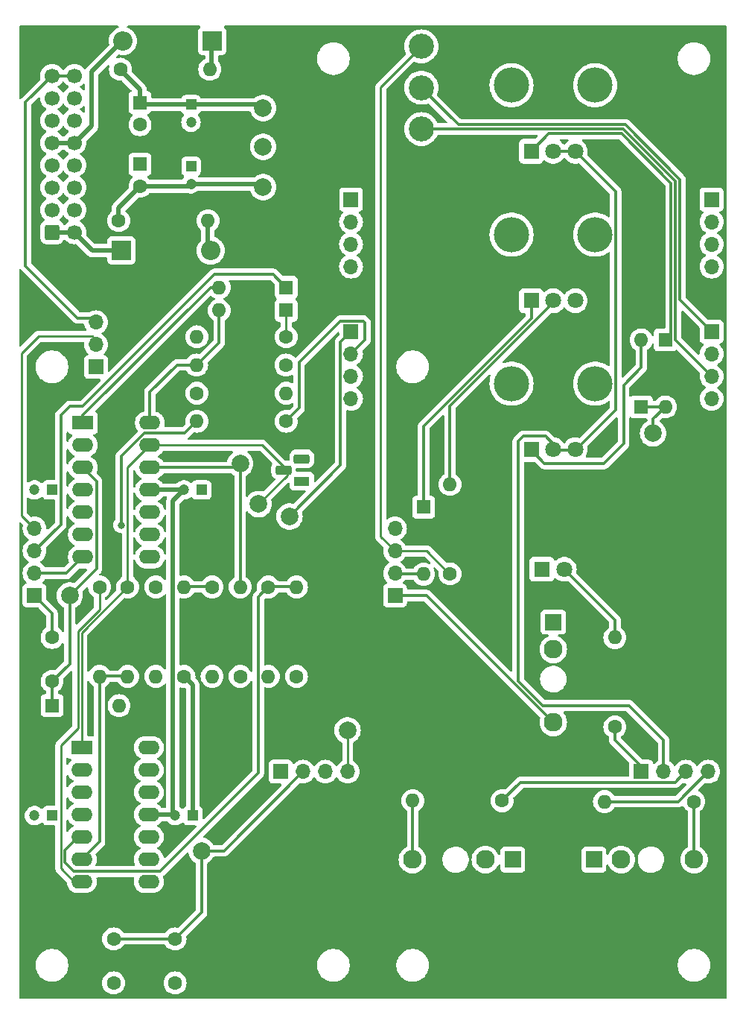
<source format=gtl>
G04 #@! TF.GenerationSoftware,KiCad,Pcbnew,8.0.2-1*
G04 #@! TF.CreationDate,2024-05-10T10:14:59+02:00*
G04 #@! TF.ProjectId,scribble,73637269-6262-46c6-952e-6b696361645f,rev?*
G04 #@! TF.SameCoordinates,Original*
G04 #@! TF.FileFunction,Copper,L1,Top*
G04 #@! TF.FilePolarity,Positive*
%FSLAX46Y46*%
G04 Gerber Fmt 4.6, Leading zero omitted, Abs format (unit mm)*
G04 Created by KiCad (PCBNEW 8.0.2-1) date 2024-05-10 10:14:59*
%MOMM*%
%LPD*%
G01*
G04 APERTURE LIST*
G04 Aperture macros list*
%AMRoundRect*
0 Rectangle with rounded corners*
0 $1 Rounding radius*
0 $2 $3 $4 $5 $6 $7 $8 $9 X,Y pos of 4 corners*
0 Add a 4 corners polygon primitive as box body*
4,1,4,$2,$3,$4,$5,$6,$7,$8,$9,$2,$3,0*
0 Add four circle primitives for the rounded corners*
1,1,$1+$1,$2,$3*
1,1,$1+$1,$4,$5*
1,1,$1+$1,$6,$7*
1,1,$1+$1,$8,$9*
0 Add four rect primitives between the rounded corners*
20,1,$1+$1,$2,$3,$4,$5,0*
20,1,$1+$1,$4,$5,$6,$7,0*
20,1,$1+$1,$6,$7,$8,$9,0*
20,1,$1+$1,$8,$9,$2,$3,0*%
G04 Aperture macros list end*
G04 #@! TA.AperFunction,ComponentPad*
%ADD10O,1.700000X1.700000*%
G04 #@! TD*
G04 #@! TA.AperFunction,ComponentPad*
%ADD11R,1.700000X1.700000*%
G04 #@! TD*
G04 #@! TA.AperFunction,ComponentPad*
%ADD12C,1.600000*%
G04 #@! TD*
G04 #@! TA.AperFunction,ComponentPad*
%ADD13O,1.600000X1.600000*%
G04 #@! TD*
G04 #@! TA.AperFunction,ComponentPad*
%ADD14R,1.800000X1.100000*%
G04 #@! TD*
G04 #@! TA.AperFunction,ComponentPad*
%ADD15RoundRect,0.275000X0.625000X-0.275000X0.625000X0.275000X-0.625000X0.275000X-0.625000X-0.275000X0*%
G04 #@! TD*
G04 #@! TA.AperFunction,ComponentPad*
%ADD16O,4.000000X4.000000*%
G04 #@! TD*
G04 #@! TA.AperFunction,ComponentPad*
%ADD17R,1.800000X1.800000*%
G04 #@! TD*
G04 #@! TA.AperFunction,ComponentPad*
%ADD18C,1.800000*%
G04 #@! TD*
G04 #@! TA.AperFunction,ComponentPad*
%ADD19R,1.600000X1.600000*%
G04 #@! TD*
G04 #@! TA.AperFunction,ComponentPad*
%ADD20R,2.200000X2.200000*%
G04 #@! TD*
G04 #@! TA.AperFunction,ComponentPad*
%ADD21O,2.200000X2.200000*%
G04 #@! TD*
G04 #@! TA.AperFunction,ComponentPad*
%ADD22C,2.000000*%
G04 #@! TD*
G04 #@! TA.AperFunction,ComponentPad*
%ADD23R,2.400000X1.600000*%
G04 #@! TD*
G04 #@! TA.AperFunction,ComponentPad*
%ADD24O,2.400000X1.600000*%
G04 #@! TD*
G04 #@! TA.AperFunction,ComponentPad*
%ADD25R,1.930000X1.830000*%
G04 #@! TD*
G04 #@! TA.AperFunction,ComponentPad*
%ADD26C,2.130000*%
G04 #@! TD*
G04 #@! TA.AperFunction,ComponentPad*
%ADD27R,1.830000X1.930000*%
G04 #@! TD*
G04 #@! TA.AperFunction,ComponentPad*
%ADD28C,2.850000*%
G04 #@! TD*
G04 #@! TA.AperFunction,ComponentPad*
%ADD29R,1.200000X1.200000*%
G04 #@! TD*
G04 #@! TA.AperFunction,ComponentPad*
%ADD30C,1.200000*%
G04 #@! TD*
G04 #@! TA.AperFunction,ComponentPad*
%ADD31RoundRect,0.250000X-0.600000X-0.600000X0.600000X-0.600000X0.600000X0.600000X-0.600000X0.600000X0*%
G04 #@! TD*
G04 #@! TA.AperFunction,ComponentPad*
%ADD32C,1.700000*%
G04 #@! TD*
G04 #@! TA.AperFunction,ViaPad*
%ADD33C,0.800000*%
G04 #@! TD*
G04 #@! TA.AperFunction,Conductor*
%ADD34C,0.300000*%
G04 #@! TD*
G04 #@! TA.AperFunction,Conductor*
%ADD35C,0.250000*%
G04 #@! TD*
G04 #@! TA.AperFunction,Conductor*
%ADD36C,0.500000*%
G04 #@! TD*
G04 APERTURE END LIST*
D10*
X59000000Y-83945000D03*
X59000000Y-86485000D03*
D11*
X59000000Y-89025000D03*
D12*
X78600000Y-114020000D03*
D13*
X78600000Y-124180000D03*
D14*
X82400000Y-102000000D03*
D15*
X80330000Y-100730000D03*
X82400000Y-99460000D03*
D16*
X106250000Y-74000000D03*
X115750000Y-74000000D03*
D17*
X108500000Y-81500000D03*
D18*
X111000000Y-81500000D03*
X113500000Y-81500000D03*
D19*
X80620000Y-82600000D03*
D13*
X73000000Y-82600000D03*
D12*
X80630000Y-95200000D03*
D13*
X70470000Y-95200000D03*
D20*
X61870000Y-75800000D03*
D21*
X72030000Y-75800000D03*
D22*
X78000000Y-64000000D03*
D11*
X88000000Y-70000000D03*
D10*
X88000000Y-72540000D03*
X88000000Y-75080000D03*
X88000000Y-77620000D03*
D22*
X75400000Y-100000000D03*
D12*
X118000000Y-129930000D03*
D13*
X118000000Y-119770000D03*
D11*
X88000000Y-85000000D03*
D10*
X88000000Y-87540000D03*
X88000000Y-90080000D03*
X88000000Y-92620000D03*
D22*
X71000000Y-144000000D03*
D16*
X106250000Y-90925000D03*
X115750000Y-90925000D03*
D17*
X108500000Y-98425000D03*
D18*
X111000000Y-98425000D03*
X113500000Y-98425000D03*
D17*
X109710000Y-112000000D03*
D18*
X112250000Y-112000000D03*
D16*
X106250000Y-57025000D03*
X115750000Y-57025000D03*
D17*
X108500000Y-64525000D03*
D18*
X111000000Y-64525000D03*
X113500000Y-64525000D03*
D22*
X56000000Y-115000000D03*
D20*
X72210000Y-52000000D03*
D21*
X62050000Y-52000000D03*
D12*
X72200000Y-114020000D03*
D13*
X72200000Y-124180000D03*
D19*
X96250000Y-104940000D03*
D13*
X96250000Y-112560000D03*
D12*
X126980000Y-138400000D03*
D13*
X116820000Y-138400000D03*
D12*
X80630000Y-85600000D03*
D13*
X70470000Y-85600000D03*
D23*
X57380000Y-132260000D03*
D24*
X57380000Y-134800000D03*
X57380000Y-137340000D03*
X57380000Y-139880000D03*
X57380000Y-142420000D03*
X57380000Y-144960000D03*
X57380000Y-147500000D03*
X65000000Y-147500000D03*
X65000000Y-144960000D03*
X65000000Y-142420000D03*
X65000000Y-139880000D03*
X65000000Y-137340000D03*
X65000000Y-134800000D03*
X65000000Y-132260000D03*
D12*
X75400000Y-124180000D03*
D13*
X75400000Y-114020000D03*
D19*
X54000000Y-127500000D03*
D13*
X61620000Y-127500000D03*
D12*
X99250000Y-112530000D03*
D13*
X99250000Y-102370000D03*
D19*
X123750000Y-85940000D03*
D13*
X123750000Y-93560000D03*
D22*
X78000000Y-59600000D03*
D11*
X80000000Y-135000000D03*
D10*
X82540000Y-135000000D03*
X85080000Y-135000000D03*
X87620000Y-135000000D03*
D12*
X80600000Y-88800000D03*
D13*
X70440000Y-88800000D03*
D12*
X81800000Y-124180000D03*
D13*
X81800000Y-114020000D03*
D19*
X80620000Y-80000000D03*
D13*
X73000000Y-80000000D03*
D11*
X52000000Y-115000000D03*
D10*
X52000000Y-112460000D03*
X52000000Y-109920000D03*
X52000000Y-107380000D03*
D19*
X121000000Y-93560000D03*
D13*
X121000000Y-85940000D03*
D25*
X111000000Y-118000000D03*
D26*
X111000000Y-129400000D03*
X111000000Y-121100000D03*
D27*
X115620000Y-145000000D03*
D26*
X127020000Y-145000000D03*
X118720000Y-145000000D03*
D23*
X57500000Y-95375000D03*
D24*
X57500000Y-97915000D03*
X57500000Y-100455000D03*
X57500000Y-102995000D03*
X57500000Y-105535000D03*
X57500000Y-108075000D03*
X57500000Y-110615000D03*
X65120000Y-110615000D03*
X65120000Y-108075000D03*
X65120000Y-105535000D03*
X65120000Y-102995000D03*
X65120000Y-100455000D03*
X65120000Y-97915000D03*
X65120000Y-95375000D03*
D12*
X70470000Y-92000000D03*
D13*
X80630000Y-92000000D03*
D12*
X59400000Y-114020000D03*
D13*
X59400000Y-124180000D03*
D22*
X77500000Y-104600000D03*
D12*
X105180000Y-138300000D03*
D13*
X95020000Y-138300000D03*
D12*
X61770000Y-55200000D03*
D13*
X71930000Y-55200000D03*
D12*
X61570000Y-72400000D03*
D13*
X71730000Y-72400000D03*
D22*
X122350000Y-96570000D03*
D12*
X69000000Y-124180000D03*
D13*
X69000000Y-114020000D03*
D27*
X106380000Y-145000000D03*
D26*
X94980000Y-145000000D03*
X103280000Y-145000000D03*
D22*
X78000000Y-68600000D03*
D12*
X65800000Y-114020000D03*
D13*
X65800000Y-124180000D03*
D12*
X62600000Y-114020000D03*
D13*
X62600000Y-124180000D03*
D28*
X96000000Y-62000000D03*
X96000000Y-57300000D03*
X96000000Y-52600000D03*
D22*
X81000000Y-106000000D03*
X87600000Y-130300000D03*
D11*
X129000000Y-85000000D03*
D10*
X129000000Y-87540000D03*
X129000000Y-90080000D03*
X129000000Y-92620000D03*
D19*
X64000000Y-66000000D03*
D12*
X64000000Y-68500000D03*
X54000000Y-119750000D03*
X54000000Y-124750000D03*
D11*
X121000000Y-135000000D03*
D10*
X123540000Y-135000000D03*
X126080000Y-135000000D03*
X128620000Y-135000000D03*
D29*
X69800000Y-66227401D03*
D30*
X69800000Y-68227401D03*
D19*
X64000000Y-59000000D03*
D12*
X64000000Y-61500000D03*
D11*
X129000000Y-70000000D03*
D10*
X129000000Y-72540000D03*
X129000000Y-75080000D03*
X129000000Y-77620000D03*
D11*
X93000000Y-115000000D03*
D10*
X93000000Y-112460000D03*
X93000000Y-109920000D03*
X93000000Y-107380000D03*
D12*
X68000000Y-154000000D03*
X68000000Y-159000000D03*
D29*
X54000000Y-103000000D03*
D30*
X52000000Y-103000000D03*
D31*
X54000000Y-73720000D03*
D32*
X56540000Y-73720000D03*
X54000000Y-71180000D03*
X56540000Y-71180000D03*
X54000000Y-68640000D03*
X56540000Y-68640000D03*
X54000000Y-66100000D03*
X56540000Y-66100000D03*
X54000000Y-63560000D03*
X56540000Y-63560000D03*
X54000000Y-61020000D03*
X56540000Y-61020000D03*
X54000000Y-58480000D03*
X56540000Y-58480000D03*
X54000000Y-55940000D03*
X56540000Y-55940000D03*
D29*
X70000000Y-140000000D03*
D30*
X68000000Y-140000000D03*
D12*
X61000000Y-154000000D03*
X61000000Y-159000000D03*
D29*
X69800000Y-59227401D03*
D30*
X69800000Y-61227401D03*
D29*
X71000000Y-103000000D03*
D30*
X69000000Y-103000000D03*
D29*
X54000000Y-140000000D03*
D30*
X52000000Y-140000000D03*
D33*
X61875000Y-107000000D03*
D34*
X80620000Y-80000000D02*
X79120000Y-78500000D01*
X72500000Y-78500000D02*
X57500000Y-93500000D01*
X57500000Y-93500000D02*
X56000000Y-93500000D01*
X56000000Y-93500000D02*
X55000000Y-94500000D01*
X79120000Y-78500000D02*
X72500000Y-78500000D01*
X55000000Y-94500000D02*
X55000000Y-106920000D01*
X55000000Y-106920000D02*
X52000000Y-109920000D01*
X73000000Y-80000000D02*
X72000000Y-80000000D01*
X57500000Y-94500000D02*
X57500000Y-95375000D01*
X72000000Y-80000000D02*
X57500000Y-94500000D01*
D35*
X59000000Y-86000000D02*
X58540000Y-85540000D01*
X58540000Y-85540000D02*
X52460000Y-85540000D01*
X52460000Y-85540000D02*
X50525000Y-87475000D01*
X50525000Y-87475000D02*
X50525000Y-105905000D01*
X50525000Y-105905000D02*
X52000000Y-107380000D01*
D34*
X54000000Y-55940000D02*
X51000000Y-58940000D01*
X51000000Y-58940000D02*
X51000000Y-77540000D01*
X51000000Y-77540000D02*
X56920000Y-83460000D01*
X56920000Y-83460000D02*
X59000000Y-83460000D01*
X56540000Y-55940000D02*
X54000000Y-55940000D01*
X124400000Y-68150000D02*
X118750000Y-62500000D01*
X110500000Y-62500000D02*
X108500000Y-64500000D01*
X124400000Y-85290000D02*
X124400000Y-68150000D01*
X123750000Y-85940000D02*
X124400000Y-85290000D01*
X118750000Y-62500000D02*
X110500000Y-62500000D01*
X123540000Y-131440000D02*
X123540000Y-135000000D01*
X107000000Y-97500000D02*
X107000000Y-124692894D01*
X110100000Y-96900000D02*
X107600000Y-96900000D01*
X111000000Y-97800000D02*
X110100000Y-96900000D01*
X119600000Y-127500000D02*
X123540000Y-131440000D01*
X113500000Y-64500000D02*
X118100000Y-69100000D01*
X111000000Y-98500000D02*
X111000000Y-97800000D01*
X109807106Y-127500000D02*
X119600000Y-127500000D01*
X118100000Y-93900000D02*
X113500000Y-98500000D01*
X107600000Y-96900000D02*
X107000000Y-97500000D01*
X113500000Y-98500000D02*
X111000000Y-98500000D01*
X107000000Y-124692894D02*
X109807106Y-127500000D01*
X118100000Y-69100000D02*
X118100000Y-93900000D01*
X111000000Y-64500000D02*
X113500000Y-64500000D01*
D36*
X77627401Y-59227401D02*
X78000000Y-59600000D01*
X69800000Y-59227401D02*
X64227401Y-59227401D01*
X64227401Y-59227401D02*
X64000000Y-59000000D01*
X69800000Y-59227401D02*
X77627401Y-59227401D01*
X64000000Y-59000000D02*
X64000000Y-57480000D01*
X64000000Y-57480000D02*
X61720000Y-55200000D01*
X70000000Y-140000000D02*
X70000000Y-125160000D01*
X70000000Y-125160000D02*
X69000000Y-124160000D01*
X69527401Y-68500000D02*
X69800000Y-68227401D01*
X67750000Y-139750000D02*
X68000000Y-140000000D01*
X69000000Y-103000000D02*
X67750000Y-104250000D01*
X65120000Y-102995000D02*
X68995000Y-102995000D01*
X65000000Y-139880000D02*
X67880000Y-139880000D01*
X61520000Y-70980000D02*
X64000000Y-68500000D01*
X68995000Y-102995000D02*
X69000000Y-103000000D01*
X67880000Y-139880000D02*
X68000000Y-140000000D01*
X61520000Y-72400000D02*
X61520000Y-70980000D01*
X77627401Y-68227401D02*
X78000000Y-68600000D01*
X69800000Y-68227401D02*
X77627401Y-68227401D01*
X64000000Y-68500000D02*
X69527401Y-68500000D01*
X67750000Y-104250000D02*
X67750000Y-139750000D01*
D34*
X71000000Y-151000000D02*
X68000000Y-154000000D01*
X68000000Y-154000000D02*
X61000000Y-154000000D01*
X71000000Y-144000000D02*
X71000000Y-151000000D01*
X82540000Y-135000000D02*
X73540000Y-144000000D01*
X73540000Y-144000000D02*
X71000000Y-144000000D01*
X56000000Y-122750000D02*
X54000000Y-124750000D01*
X57500000Y-100455000D02*
X59050000Y-102005000D01*
X56000000Y-115000000D02*
X56000000Y-122750000D01*
X59050000Y-111950000D02*
X56000000Y-115000000D01*
X54000000Y-127500000D02*
X54000000Y-124750000D01*
X59050000Y-102005000D02*
X59050000Y-111950000D01*
D36*
X72160000Y-54920000D02*
X71880000Y-55200000D01*
X72160000Y-52000000D02*
X72160000Y-54920000D01*
X56540000Y-63620000D02*
X54000000Y-63620000D01*
X58500000Y-55500000D02*
X62000000Y-52000000D01*
X58500000Y-61660000D02*
X58500000Y-55500000D01*
X56540000Y-63620000D02*
X58500000Y-61660000D01*
X56540000Y-73780000D02*
X54000000Y-73780000D01*
X58560000Y-75800000D02*
X56540000Y-73780000D01*
X61920000Y-75800000D02*
X58560000Y-75800000D01*
X71680000Y-75400000D02*
X72080000Y-75800000D01*
X71680000Y-72400000D02*
X71680000Y-75400000D01*
D34*
X121000000Y-93560000D02*
X123750000Y-93560000D01*
X122350000Y-96570000D02*
X122350000Y-94960000D01*
X122350000Y-94960000D02*
X123750000Y-93560000D01*
X121000000Y-89073402D02*
X119000000Y-91073402D01*
X119000000Y-91073402D02*
X119000000Y-97750000D01*
X116750000Y-100000000D02*
X110000000Y-100000000D01*
X121000000Y-85940000D02*
X121000000Y-89073402D01*
X110000000Y-100000000D02*
X108500000Y-98500000D01*
X119000000Y-97750000D02*
X116750000Y-100000000D01*
X118000000Y-117750000D02*
X118000000Y-119740000D01*
X112250000Y-112000000D02*
X118000000Y-117750000D01*
X108500000Y-83492894D02*
X96250000Y-95742894D01*
X108500000Y-81500000D02*
X108500000Y-83492894D01*
X96250000Y-95742894D02*
X96250000Y-104940000D01*
X96250000Y-112560000D02*
X93100000Y-112560000D01*
X93100000Y-112560000D02*
X93000000Y-112460000D01*
X68200000Y-88800000D02*
X65120000Y-91880000D01*
X73000000Y-82600000D02*
X73000000Y-86260000D01*
X65120000Y-91880000D02*
X65120000Y-95375000D01*
X73000000Y-86260000D02*
X70460000Y-88800000D01*
X70460000Y-88800000D02*
X68200000Y-88800000D01*
X100200000Y-61500000D02*
X119164213Y-61500000D01*
X125400000Y-67735788D02*
X125400000Y-81400000D01*
X119164213Y-61500000D02*
X125400000Y-67735788D01*
X96000000Y-57300000D02*
X100200000Y-61500000D01*
X125400000Y-81400000D02*
X129000000Y-85000000D01*
D35*
X80620000Y-85600000D02*
X80620000Y-82600000D01*
D34*
X81000000Y-106000000D02*
X86800000Y-100200000D01*
X86800000Y-86200000D02*
X88000000Y-85000000D01*
X86800000Y-100200000D02*
X86800000Y-86200000D01*
D35*
X96000000Y-52600000D02*
X91375000Y-57225000D01*
X96590000Y-109920000D02*
X93000000Y-109920000D01*
X99250000Y-112580000D02*
X96590000Y-109920000D01*
X91375000Y-57225000D02*
X91375000Y-108295000D01*
X91375000Y-108295000D02*
X93000000Y-109920000D01*
X57380000Y-132260000D02*
X57380000Y-119220000D01*
X80730000Y-101370000D02*
X80730000Y-100730000D01*
X57380000Y-119220000D02*
X62600000Y-114000000D01*
X62600000Y-114000000D02*
X62600000Y-100435000D01*
X77915000Y-97915000D02*
X80730000Y-100730000D01*
X77500000Y-104600000D02*
X80730000Y-101370000D01*
X65120000Y-97915000D02*
X77915000Y-97915000D01*
X62600000Y-100435000D02*
X65120000Y-97915000D01*
D34*
X95020000Y-138300000D02*
X95020000Y-144960000D01*
X95020000Y-144960000D02*
X94980000Y-145000000D01*
X126980000Y-144980000D02*
X127000000Y-145000000D01*
X126980000Y-138400000D02*
X126980000Y-144980000D01*
X70420000Y-95200000D02*
X69095000Y-96525000D01*
X64475000Y-96525000D02*
X61875000Y-99125000D01*
X61875000Y-99125000D02*
X61875000Y-107000000D01*
X69095000Y-96525000D02*
X64475000Y-96525000D01*
X72200000Y-114000000D02*
X69000000Y-114000000D01*
X74945000Y-100455000D02*
X75400000Y-100000000D01*
X75400000Y-100000000D02*
X75400000Y-114000000D01*
X65120000Y-100455000D02*
X74945000Y-100455000D01*
X59400000Y-124160000D02*
X62600000Y-124160000D01*
X59400000Y-142940000D02*
X57380000Y-144960000D01*
X59400000Y-124160000D02*
X59400000Y-142940000D01*
X66250000Y-146350000D02*
X77450000Y-135150000D01*
X55475000Y-143925000D02*
X55475000Y-145321346D01*
X77450000Y-115150000D02*
X78600000Y-114000000D01*
X57380000Y-142420000D02*
X56980000Y-142420000D01*
X81800000Y-114000000D02*
X78600000Y-114000000D01*
X56980000Y-142420000D02*
X55475000Y-143925000D01*
X55475000Y-145321346D02*
X56503654Y-146350000D01*
X77450000Y-135150000D02*
X77450000Y-115150000D01*
X56503654Y-146350000D02*
X66250000Y-146350000D01*
X82100000Y-88500000D02*
X86800000Y-83800000D01*
X82100000Y-93680000D02*
X82100000Y-88500000D01*
X89600000Y-84000000D02*
X89600000Y-85940000D01*
X80580000Y-95200000D02*
X82100000Y-93680000D01*
X89400000Y-83800000D02*
X89600000Y-84000000D01*
X89600000Y-85940000D02*
X88000000Y-87540000D01*
X86800000Y-83800000D02*
X89400000Y-83800000D01*
X118957106Y-62000000D02*
X96000000Y-62000000D01*
X124900000Y-85980000D02*
X124900000Y-67942894D01*
X124900000Y-67942894D02*
X118957106Y-62000000D01*
X129000000Y-90080000D02*
X124900000Y-85980000D01*
X118000000Y-131400000D02*
X121000000Y-134400000D01*
X118000000Y-129900000D02*
X118000000Y-131400000D01*
X121000000Y-134400000D02*
X121000000Y-135000000D01*
D35*
X56930000Y-119033604D02*
X56930000Y-130060000D01*
X87620000Y-135000000D02*
X87620000Y-130680000D01*
X87620000Y-130680000D02*
X87900000Y-130400000D01*
X55000000Y-131990000D02*
X55000000Y-146000000D01*
X56500000Y-147500000D02*
X57380000Y-147500000D01*
X56930000Y-130060000D02*
X55000000Y-131990000D01*
X59400000Y-114000000D02*
X59400000Y-116563604D01*
X55000000Y-146000000D02*
X56500000Y-147500000D01*
X59400000Y-116563604D02*
X56930000Y-119033604D01*
D34*
X107280000Y-136200000D02*
X105180000Y-138300000D01*
X124880000Y-136200000D02*
X107280000Y-136200000D01*
X126080000Y-135000000D02*
X124880000Y-136200000D01*
X125220000Y-138400000D02*
X116820000Y-138400000D01*
X128620000Y-135000000D02*
X125220000Y-138400000D01*
X54000000Y-117000000D02*
X52000000Y-115000000D01*
X54000000Y-119750000D02*
X54000000Y-117000000D01*
X93000000Y-115000000D02*
X96600000Y-115000000D01*
X96600000Y-115000000D02*
X111000000Y-129400000D01*
X55655000Y-112460000D02*
X57500000Y-110615000D01*
X52000000Y-112460000D02*
X55655000Y-112460000D01*
X99250000Y-102420000D02*
X99250000Y-93450000D01*
X99250000Y-93450000D02*
X111000000Y-81700000D01*
X111000000Y-81700000D02*
X111000000Y-81500000D01*
G04 #@! TA.AperFunction,NonConductor*
G36*
X57668834Y-56823576D02*
G01*
X57724767Y-56865448D01*
X57749184Y-56930912D01*
X57749500Y-56939758D01*
X57749500Y-57480241D01*
X57729815Y-57547280D01*
X57677011Y-57593035D01*
X57607853Y-57602979D01*
X57544297Y-57573954D01*
X57537819Y-57567923D01*
X57505348Y-57535452D01*
X57411401Y-57441505D01*
X57411397Y-57441502D01*
X57411396Y-57441501D01*
X57225842Y-57311575D01*
X57182217Y-57256998D01*
X57175023Y-57187500D01*
X57206546Y-57125145D01*
X57225842Y-57108425D01*
X57319924Y-57042548D01*
X57411401Y-56978495D01*
X57537819Y-56852077D01*
X57599142Y-56818592D01*
X57668834Y-56823576D01*
G37*
G04 #@! TD.AperFunction*
G04 #@! TA.AperFunction,NonConductor*
G36*
X55349317Y-56610185D02*
G01*
X55383853Y-56643377D01*
X55501501Y-56811396D01*
X55501506Y-56811402D01*
X55668597Y-56978493D01*
X55668603Y-56978498D01*
X55854158Y-57108425D01*
X55897783Y-57163002D01*
X55904977Y-57232500D01*
X55873454Y-57294855D01*
X55854158Y-57311575D01*
X55668597Y-57441505D01*
X55501505Y-57608597D01*
X55371575Y-57794158D01*
X55316998Y-57837783D01*
X55247500Y-57844977D01*
X55185145Y-57813454D01*
X55168425Y-57794158D01*
X55038494Y-57608597D01*
X54871402Y-57441506D01*
X54871396Y-57441501D01*
X54685842Y-57311575D01*
X54642217Y-57256998D01*
X54635023Y-57187500D01*
X54666546Y-57125145D01*
X54685842Y-57108425D01*
X54779924Y-57042548D01*
X54871401Y-56978495D01*
X55038495Y-56811401D01*
X55156147Y-56643377D01*
X55210724Y-56599752D01*
X55257722Y-56590500D01*
X55282278Y-56590500D01*
X55349317Y-56610185D01*
G37*
G04 #@! TD.AperFunction*
G04 #@! TA.AperFunction,NonConductor*
G36*
X61535006Y-50270185D02*
G01*
X61580761Y-50322989D01*
X61590705Y-50392147D01*
X61561680Y-50455703D01*
X61515420Y-50489061D01*
X61321140Y-50569533D01*
X61106346Y-50701160D01*
X61106343Y-50701161D01*
X60914776Y-50864776D01*
X60751161Y-51056343D01*
X60751160Y-51056346D01*
X60619533Y-51271140D01*
X60523126Y-51503889D01*
X60464317Y-51748848D01*
X60444551Y-52000000D01*
X60464316Y-52251140D01*
X60464317Y-52251149D01*
X60491310Y-52363586D01*
X60487819Y-52433368D01*
X60458417Y-52480213D01*
X57917049Y-55021581D01*
X57868312Y-55094523D01*
X57836365Y-55142335D01*
X57782753Y-55187140D01*
X57713428Y-55195847D01*
X57650400Y-55165693D01*
X57631688Y-55144567D01*
X57578493Y-55068596D01*
X57411402Y-54901506D01*
X57411395Y-54901501D01*
X57217834Y-54765967D01*
X57217830Y-54765965D01*
X57131458Y-54725689D01*
X57003663Y-54666097D01*
X57003659Y-54666096D01*
X57003655Y-54666094D01*
X56775413Y-54604938D01*
X56775403Y-54604936D01*
X56540001Y-54584341D01*
X56539999Y-54584341D01*
X56304596Y-54604936D01*
X56304586Y-54604938D01*
X56076344Y-54666094D01*
X56076335Y-54666098D01*
X55862171Y-54765964D01*
X55862169Y-54765965D01*
X55668597Y-54901505D01*
X55501506Y-55068596D01*
X55383854Y-55236623D01*
X55329277Y-55280248D01*
X55282279Y-55289500D01*
X55257721Y-55289500D01*
X55190682Y-55269815D01*
X55156146Y-55236623D01*
X55038494Y-55068597D01*
X54871402Y-54901506D01*
X54871395Y-54901501D01*
X54677834Y-54765967D01*
X54677830Y-54765965D01*
X54591458Y-54725689D01*
X54463663Y-54666097D01*
X54463659Y-54666096D01*
X54463655Y-54666094D01*
X54235413Y-54604938D01*
X54235403Y-54604936D01*
X54000001Y-54584341D01*
X53999999Y-54584341D01*
X53764596Y-54604936D01*
X53764586Y-54604938D01*
X53536344Y-54666094D01*
X53536335Y-54666098D01*
X53322171Y-54765964D01*
X53322169Y-54765965D01*
X53128597Y-54901505D01*
X52961505Y-55068597D01*
X52825965Y-55262169D01*
X52825964Y-55262171D01*
X52726098Y-55476335D01*
X52726094Y-55476344D01*
X52664938Y-55704586D01*
X52664936Y-55704596D01*
X52644341Y-55939999D01*
X52644341Y-55940000D01*
X52664936Y-56175403D01*
X52664939Y-56175416D01*
X52684384Y-56247989D01*
X52682721Y-56317839D01*
X52652290Y-56367762D01*
X50494722Y-58525331D01*
X50494721Y-58525332D01*
X50477603Y-58550953D01*
X50423991Y-58595758D01*
X50354666Y-58604467D01*
X50291638Y-58574312D01*
X50254919Y-58514870D01*
X50250500Y-58482063D01*
X50250500Y-50374500D01*
X50270185Y-50307461D01*
X50322989Y-50261706D01*
X50374500Y-50250500D01*
X61467967Y-50250500D01*
X61535006Y-50270185D01*
G37*
G04 #@! TD.AperFunction*
G04 #@! TA.AperFunction,NonConductor*
G36*
X57668834Y-59363576D02*
G01*
X57724767Y-59405448D01*
X57749184Y-59470912D01*
X57749500Y-59479758D01*
X57749500Y-60020241D01*
X57729815Y-60087280D01*
X57677011Y-60133035D01*
X57607853Y-60142979D01*
X57544297Y-60113954D01*
X57537819Y-60107923D01*
X57480286Y-60050390D01*
X57411401Y-59981505D01*
X57411397Y-59981502D01*
X57411396Y-59981501D01*
X57225842Y-59851575D01*
X57182217Y-59796998D01*
X57175023Y-59727500D01*
X57206546Y-59665145D01*
X57225842Y-59648425D01*
X57295008Y-59599994D01*
X57411401Y-59518495D01*
X57537819Y-59392077D01*
X57599142Y-59358592D01*
X57668834Y-59363576D01*
G37*
G04 #@! TD.AperFunction*
G04 #@! TA.AperFunction,NonConductor*
G36*
X55354855Y-59146546D02*
G01*
X55371575Y-59165842D01*
X55501501Y-59351396D01*
X55501506Y-59351402D01*
X55668597Y-59518493D01*
X55668603Y-59518498D01*
X55854158Y-59648425D01*
X55897783Y-59703002D01*
X55904977Y-59772500D01*
X55873454Y-59834855D01*
X55854158Y-59851575D01*
X55668597Y-59981505D01*
X55501505Y-60148597D01*
X55371575Y-60334158D01*
X55316998Y-60377783D01*
X55247500Y-60384977D01*
X55185145Y-60353454D01*
X55168425Y-60334158D01*
X55038494Y-60148597D01*
X54871402Y-59981506D01*
X54871396Y-59981501D01*
X54685842Y-59851575D01*
X54642217Y-59796998D01*
X54635023Y-59727500D01*
X54666546Y-59665145D01*
X54685842Y-59648425D01*
X54755008Y-59599994D01*
X54871401Y-59518495D01*
X55038495Y-59351401D01*
X55168425Y-59165842D01*
X55223002Y-59122217D01*
X55292500Y-59115023D01*
X55354855Y-59146546D01*
G37*
G04 #@! TD.AperFunction*
G04 #@! TA.AperFunction,NonConductor*
G36*
X55354855Y-61686546D02*
G01*
X55371575Y-61705842D01*
X55501500Y-61891395D01*
X55501505Y-61891401D01*
X55668599Y-62058495D01*
X55668601Y-62058497D01*
X55668603Y-62058498D01*
X55854158Y-62188425D01*
X55897783Y-62243002D01*
X55904977Y-62312500D01*
X55873454Y-62374855D01*
X55854158Y-62391575D01*
X55668597Y-62521505D01*
X55501506Y-62688596D01*
X55411862Y-62816623D01*
X55357285Y-62860248D01*
X55310287Y-62869500D01*
X55229713Y-62869500D01*
X55162674Y-62849815D01*
X55128138Y-62816623D01*
X55117846Y-62801925D01*
X55098548Y-62774364D01*
X55038494Y-62688597D01*
X54871402Y-62521506D01*
X54871396Y-62521501D01*
X54685842Y-62391575D01*
X54642217Y-62336998D01*
X54635023Y-62267500D01*
X54666546Y-62205145D01*
X54685842Y-62188425D01*
X54757256Y-62138420D01*
X54871401Y-62058495D01*
X55038495Y-61891401D01*
X55168425Y-61705842D01*
X55223002Y-61662217D01*
X55292500Y-61655023D01*
X55354855Y-61686546D01*
G37*
G04 #@! TD.AperFunction*
G04 #@! TA.AperFunction,NonConductor*
G36*
X55461350Y-64390185D02*
G01*
X55495885Y-64423376D01*
X55501504Y-64431401D01*
X55668597Y-64598493D01*
X55668603Y-64598498D01*
X55854158Y-64728425D01*
X55897783Y-64783002D01*
X55904977Y-64852500D01*
X55873454Y-64914855D01*
X55854158Y-64931575D01*
X55668597Y-65061505D01*
X55501505Y-65228597D01*
X55371575Y-65414158D01*
X55316998Y-65457783D01*
X55247500Y-65464977D01*
X55185145Y-65433454D01*
X55168425Y-65414158D01*
X55038494Y-65228597D01*
X54871402Y-65061506D01*
X54871396Y-65061501D01*
X54685842Y-64931575D01*
X54642217Y-64876998D01*
X54635023Y-64807500D01*
X54666546Y-64745145D01*
X54685842Y-64728425D01*
X54727151Y-64699500D01*
X54871401Y-64598495D01*
X55038495Y-64431401D01*
X55038499Y-64431395D01*
X55044115Y-64423376D01*
X55098692Y-64379751D01*
X55145689Y-64370500D01*
X55394311Y-64370500D01*
X55461350Y-64390185D01*
G37*
G04 #@! TD.AperFunction*
G04 #@! TA.AperFunction,NonConductor*
G36*
X55354855Y-66766546D02*
G01*
X55371575Y-66785842D01*
X55501501Y-66971396D01*
X55501506Y-66971402D01*
X55668597Y-67138493D01*
X55668603Y-67138498D01*
X55854158Y-67268425D01*
X55897783Y-67323002D01*
X55904977Y-67392500D01*
X55873454Y-67454855D01*
X55854158Y-67471575D01*
X55668597Y-67601505D01*
X55501505Y-67768597D01*
X55371575Y-67954158D01*
X55316998Y-67997783D01*
X55247500Y-68004977D01*
X55185145Y-67973454D01*
X55168425Y-67954158D01*
X55038494Y-67768597D01*
X54871402Y-67601506D01*
X54871396Y-67601501D01*
X54685842Y-67471575D01*
X54642217Y-67416998D01*
X54635023Y-67347500D01*
X54666546Y-67285145D01*
X54685842Y-67268425D01*
X54805059Y-67184948D01*
X54871401Y-67138495D01*
X55038495Y-66971401D01*
X55168425Y-66785842D01*
X55223002Y-66742217D01*
X55292500Y-66735023D01*
X55354855Y-66766546D01*
G37*
G04 #@! TD.AperFunction*
G04 #@! TA.AperFunction,NonConductor*
G36*
X55354855Y-69306546D02*
G01*
X55371575Y-69325842D01*
X55501501Y-69511396D01*
X55501506Y-69511402D01*
X55668597Y-69678493D01*
X55668603Y-69678498D01*
X55854158Y-69808425D01*
X55897783Y-69863002D01*
X55904977Y-69932500D01*
X55873454Y-69994855D01*
X55854158Y-70011575D01*
X55668597Y-70141505D01*
X55501505Y-70308597D01*
X55371575Y-70494158D01*
X55316998Y-70537783D01*
X55247500Y-70544977D01*
X55185145Y-70513454D01*
X55168425Y-70494158D01*
X55038494Y-70308597D01*
X54871402Y-70141506D01*
X54871396Y-70141501D01*
X54685842Y-70011575D01*
X54642217Y-69956998D01*
X54635023Y-69887500D01*
X54666546Y-69825145D01*
X54685842Y-69808425D01*
X54718392Y-69785633D01*
X54871401Y-69678495D01*
X55038495Y-69511401D01*
X55168425Y-69325842D01*
X55223002Y-69282217D01*
X55292500Y-69275023D01*
X55354855Y-69306546D01*
G37*
G04 #@! TD.AperFunction*
G04 #@! TA.AperFunction,NonConductor*
G36*
X55354855Y-71846546D02*
G01*
X55371575Y-71865842D01*
X55501501Y-72051396D01*
X55501506Y-72051402D01*
X55668597Y-72218493D01*
X55668603Y-72218498D01*
X55854158Y-72348425D01*
X55897783Y-72403002D01*
X55904977Y-72472500D01*
X55873454Y-72534855D01*
X55854158Y-72551575D01*
X55668597Y-72681505D01*
X55501503Y-72848599D01*
X55500349Y-72849975D01*
X55499688Y-72850414D01*
X55497676Y-72852427D01*
X55497271Y-72852022D01*
X55442173Y-72888671D01*
X55372312Y-72889772D01*
X55312946Y-72852928D01*
X55287663Y-72809265D01*
X55284814Y-72800666D01*
X55192712Y-72651344D01*
X55068656Y-72527288D01*
X54975888Y-72470069D01*
X54919336Y-72435187D01*
X54919331Y-72435185D01*
X54919215Y-72435146D01*
X54910733Y-72432336D01*
X54853290Y-72392564D01*
X54826467Y-72328048D01*
X54838782Y-72259272D01*
X54867767Y-72222517D01*
X54867573Y-72222323D01*
X54869219Y-72220676D01*
X54870040Y-72219636D01*
X54871388Y-72218504D01*
X54871401Y-72218495D01*
X55038495Y-72051401D01*
X55168425Y-71865842D01*
X55223002Y-71822217D01*
X55292500Y-71815023D01*
X55354855Y-71846546D01*
G37*
G04 #@! TD.AperFunction*
G04 #@! TA.AperFunction,NonConductor*
G36*
X50455703Y-77904222D02*
G01*
X50477603Y-77929046D01*
X50494723Y-77954669D01*
X50494727Y-77954674D01*
X56505324Y-83965271D01*
X56505331Y-83965277D01*
X56611871Y-84036464D01*
X56611870Y-84036464D01*
X56646544Y-84050826D01*
X56730256Y-84085501D01*
X56730260Y-84085501D01*
X56730261Y-84085502D01*
X56855928Y-84110500D01*
X56855931Y-84110500D01*
X57551057Y-84110500D01*
X57618096Y-84130185D01*
X57663851Y-84182989D01*
X57670832Y-84202407D01*
X57726094Y-84408655D01*
X57726096Y-84408659D01*
X57726097Y-84408663D01*
X57754434Y-84469431D01*
X57825964Y-84622829D01*
X57825965Y-84622830D01*
X57893568Y-84719377D01*
X57915895Y-84785582D01*
X57898885Y-84853350D01*
X57847937Y-84901163D01*
X57791993Y-84914500D01*
X52398389Y-84914500D01*
X52337971Y-84926518D01*
X52294743Y-84935116D01*
X52277546Y-84938537D01*
X52163716Y-84985687D01*
X52163707Y-84985692D01*
X52061268Y-85054140D01*
X52033283Y-85082126D01*
X51974142Y-85141267D01*
X50462181Y-86653228D01*
X50400858Y-86686713D01*
X50331166Y-86681729D01*
X50275233Y-86639857D01*
X50250816Y-86574393D01*
X50250500Y-86565547D01*
X50250500Y-77997935D01*
X50270185Y-77930896D01*
X50322989Y-77885141D01*
X50392147Y-77875197D01*
X50455703Y-77904222D01*
G37*
G04 #@! TD.AperFunction*
G04 #@! TA.AperFunction,NonConductor*
G36*
X55855703Y-96421389D02*
G01*
X55873762Y-96440786D01*
X55942454Y-96532546D01*
X55988643Y-96567123D01*
X56057664Y-96618793D01*
X56057671Y-96618797D01*
X56102618Y-96635561D01*
X56192517Y-96669091D01*
X56229441Y-96673060D01*
X56293989Y-96699796D01*
X56333838Y-96757188D01*
X56336333Y-96827013D01*
X56300681Y-96887102D01*
X56289071Y-96896666D01*
X56252784Y-96923030D01*
X56108028Y-97067786D01*
X55987715Y-97233386D01*
X55894781Y-97415777D01*
X55892431Y-97423012D01*
X55852992Y-97480687D01*
X55788634Y-97507885D01*
X55719787Y-97495970D01*
X55668312Y-97448725D01*
X55650500Y-97384693D01*
X55650500Y-96515102D01*
X55670185Y-96448063D01*
X55722989Y-96402308D01*
X55792147Y-96392364D01*
X55855703Y-96421389D01*
G37*
G04 #@! TD.AperFunction*
G04 #@! TA.AperFunction,NonConductor*
G36*
X74538040Y-98560185D02*
G01*
X74583795Y-98612989D01*
X74593739Y-98682147D01*
X74564714Y-98745703D01*
X74547169Y-98762348D01*
X74477116Y-98816873D01*
X74380257Y-98892261D01*
X74211833Y-99075217D01*
X74075826Y-99283393D01*
X73975936Y-99511118D01*
X73925335Y-99710940D01*
X73889795Y-99771096D01*
X73827375Y-99802488D01*
X73805129Y-99804500D01*
X66718071Y-99804500D01*
X66651032Y-99784815D01*
X66617754Y-99753386D01*
X66511966Y-99607781D01*
X66367219Y-99463034D01*
X66367213Y-99463028D01*
X66201614Y-99342715D01*
X66143650Y-99313181D01*
X66108917Y-99295483D01*
X66058123Y-99247511D01*
X66041328Y-99179690D01*
X66063865Y-99113555D01*
X66108917Y-99074516D01*
X66201610Y-99027287D01*
X66223558Y-99011341D01*
X66367213Y-98906971D01*
X66367215Y-98906968D01*
X66367219Y-98906966D01*
X66511966Y-98762219D01*
X66511968Y-98762215D01*
X66511971Y-98762213D01*
X66635151Y-98592669D01*
X66636823Y-98593884D01*
X66682208Y-98552831D01*
X66736115Y-98540500D01*
X74471001Y-98540500D01*
X74538040Y-98560185D01*
G37*
G04 #@! TD.AperFunction*
G04 #@! TA.AperFunction,NonConductor*
G36*
X55855703Y-98351593D02*
G01*
X55892429Y-98406985D01*
X55894780Y-98414219D01*
X55976797Y-98575187D01*
X55987715Y-98596613D01*
X56108028Y-98762213D01*
X56252786Y-98906971D01*
X56396442Y-99011341D01*
X56418390Y-99027287D01*
X56484420Y-99060931D01*
X56511080Y-99074515D01*
X56561876Y-99122490D01*
X56578671Y-99190311D01*
X56556134Y-99256446D01*
X56511080Y-99295485D01*
X56418386Y-99342715D01*
X56252786Y-99463028D01*
X56108028Y-99607786D01*
X55987715Y-99773386D01*
X55894781Y-99955777D01*
X55892431Y-99963012D01*
X55852992Y-100020687D01*
X55788634Y-100047885D01*
X55719787Y-100035970D01*
X55668312Y-99988725D01*
X55650500Y-99924693D01*
X55650500Y-98445306D01*
X55670185Y-98378267D01*
X55722989Y-98332512D01*
X55792147Y-98322568D01*
X55855703Y-98351593D01*
G37*
G04 #@! TD.AperFunction*
G04 #@! TA.AperFunction,NonConductor*
G36*
X57604011Y-86185185D02*
G01*
X57649766Y-86237989D01*
X57660499Y-86300307D01*
X57653118Y-86384681D01*
X57644341Y-86484999D01*
X57644341Y-86485000D01*
X57664936Y-86720403D01*
X57664938Y-86720413D01*
X57726094Y-86948655D01*
X57726096Y-86948659D01*
X57726097Y-86948663D01*
X57795523Y-87097547D01*
X57825965Y-87162830D01*
X57825967Y-87162834D01*
X57925228Y-87304592D01*
X57961501Y-87356396D01*
X57961506Y-87356402D01*
X58083430Y-87478326D01*
X58116915Y-87539649D01*
X58111931Y-87609341D01*
X58070059Y-87665274D01*
X58039083Y-87682189D01*
X57907669Y-87731203D01*
X57907664Y-87731206D01*
X57792455Y-87817452D01*
X57792452Y-87817455D01*
X57706206Y-87932664D01*
X57706202Y-87932671D01*
X57655908Y-88067517D01*
X57649501Y-88127116D01*
X57649501Y-88127123D01*
X57649500Y-88127135D01*
X57649500Y-89922870D01*
X57649501Y-89922876D01*
X57655908Y-89982483D01*
X57706202Y-90117328D01*
X57706206Y-90117335D01*
X57792452Y-90232544D01*
X57792455Y-90232547D01*
X57907664Y-90318793D01*
X57907671Y-90318797D01*
X58042517Y-90369091D01*
X58042516Y-90369091D01*
X58049444Y-90369835D01*
X58102127Y-90375500D01*
X59405191Y-90375499D01*
X59472230Y-90395184D01*
X59517985Y-90447987D01*
X59527929Y-90517146D01*
X59498904Y-90580702D01*
X59492872Y-90587180D01*
X57266873Y-92813181D01*
X57205550Y-92846666D01*
X57179192Y-92849500D01*
X55935929Y-92849500D01*
X55810261Y-92874497D01*
X55810251Y-92874500D01*
X55761220Y-92894810D01*
X55691881Y-92923530D01*
X55691863Y-92923540D01*
X55585332Y-92994721D01*
X55585325Y-92994727D01*
X54494727Y-94085325D01*
X54494721Y-94085332D01*
X54438296Y-94169779D01*
X54438297Y-94169780D01*
X54423534Y-94191874D01*
X54374499Y-94310255D01*
X54374497Y-94310261D01*
X54349500Y-94435928D01*
X54349500Y-101775500D01*
X54329815Y-101842539D01*
X54277011Y-101888294D01*
X54225500Y-101899500D01*
X53352129Y-101899500D01*
X53352123Y-101899501D01*
X53292516Y-101905908D01*
X53157671Y-101956202D01*
X53157664Y-101956206D01*
X53042455Y-102042452D01*
X53042452Y-102042455D01*
X52956206Y-102157664D01*
X52951953Y-102165454D01*
X52949741Y-102164246D01*
X52915840Y-102209511D01*
X52850370Y-102233913D01*
X52782101Y-102219045D01*
X52758015Y-102201864D01*
X52666041Y-102118019D01*
X52666039Y-102118017D01*
X52492642Y-102010655D01*
X52492635Y-102010651D01*
X52397546Y-101973814D01*
X52302456Y-101936976D01*
X52101976Y-101899500D01*
X51898024Y-101899500D01*
X51697544Y-101936976D01*
X51697541Y-101936976D01*
X51697541Y-101936977D01*
X51507364Y-102010651D01*
X51507357Y-102010655D01*
X51339777Y-102114416D01*
X51272417Y-102132971D01*
X51205717Y-102112163D01*
X51160856Y-102058598D01*
X51150500Y-102008989D01*
X51150500Y-88878711D01*
X52149500Y-88878711D01*
X52149500Y-89121288D01*
X52181161Y-89361785D01*
X52243947Y-89596104D01*
X52328423Y-89800047D01*
X52336776Y-89820212D01*
X52458064Y-90030289D01*
X52458066Y-90030292D01*
X52458067Y-90030293D01*
X52605733Y-90222736D01*
X52605739Y-90222743D01*
X52777256Y-90394260D01*
X52777263Y-90394266D01*
X52788588Y-90402956D01*
X52969711Y-90541936D01*
X53179788Y-90663224D01*
X53403900Y-90756054D01*
X53638211Y-90818838D01*
X53818586Y-90842584D01*
X53878711Y-90850500D01*
X53878712Y-90850500D01*
X54121289Y-90850500D01*
X54169388Y-90844167D01*
X54361789Y-90818838D01*
X54596100Y-90756054D01*
X54820212Y-90663224D01*
X55030289Y-90541936D01*
X55222738Y-90394265D01*
X55394265Y-90222738D01*
X55541936Y-90030289D01*
X55663224Y-89820212D01*
X55756054Y-89596100D01*
X55818838Y-89361789D01*
X55850500Y-89121288D01*
X55850500Y-88878712D01*
X55818838Y-88638211D01*
X55756054Y-88403900D01*
X55663224Y-88179788D01*
X55541936Y-87969711D01*
X55411677Y-87799954D01*
X55394266Y-87777263D01*
X55394260Y-87777256D01*
X55222743Y-87605739D01*
X55222736Y-87605733D01*
X55030293Y-87458067D01*
X55030292Y-87458066D01*
X55030289Y-87458064D01*
X54820212Y-87336776D01*
X54820205Y-87336773D01*
X54596104Y-87243947D01*
X54361785Y-87181161D01*
X54121289Y-87149500D01*
X54121288Y-87149500D01*
X53878712Y-87149500D01*
X53878711Y-87149500D01*
X53638214Y-87181161D01*
X53403895Y-87243947D01*
X53179794Y-87336773D01*
X53179785Y-87336777D01*
X52969706Y-87458067D01*
X52777263Y-87605733D01*
X52777256Y-87605739D01*
X52605739Y-87777256D01*
X52605733Y-87777263D01*
X52458067Y-87969706D01*
X52336777Y-88179785D01*
X52336773Y-88179794D01*
X52243947Y-88403895D01*
X52181161Y-88638214D01*
X52149500Y-88878711D01*
X51150500Y-88878711D01*
X51150500Y-87785452D01*
X51170185Y-87718413D01*
X51186819Y-87697771D01*
X52682771Y-86201819D01*
X52744094Y-86168334D01*
X52770452Y-86165500D01*
X57536972Y-86165500D01*
X57604011Y-86185185D01*
G37*
G04 #@! TD.AperFunction*
G04 #@! TA.AperFunction,NonConductor*
G36*
X55855703Y-100891593D02*
G01*
X55892429Y-100946985D01*
X55894780Y-100954219D01*
X55985184Y-101131647D01*
X55987715Y-101136613D01*
X56108028Y-101302213D01*
X56252786Y-101446971D01*
X56407749Y-101559556D01*
X56418390Y-101567287D01*
X56509840Y-101613883D01*
X56511080Y-101614515D01*
X56561876Y-101662490D01*
X56578671Y-101730311D01*
X56556134Y-101796446D01*
X56511080Y-101835485D01*
X56418386Y-101882715D01*
X56252786Y-102003028D01*
X56108028Y-102147786D01*
X55987715Y-102313386D01*
X55894781Y-102495777D01*
X55892431Y-102503012D01*
X55852992Y-102560687D01*
X55788634Y-102587885D01*
X55719787Y-102575970D01*
X55668312Y-102528725D01*
X55650500Y-102464693D01*
X55650500Y-100985306D01*
X55670185Y-100918267D01*
X55722989Y-100872512D01*
X55792147Y-100862568D01*
X55855703Y-100891593D01*
G37*
G04 #@! TD.AperFunction*
G04 #@! TA.AperFunction,NonConductor*
G36*
X63430703Y-100753099D02*
G01*
X63467431Y-100808494D01*
X63514780Y-100954219D01*
X63605184Y-101131647D01*
X63607715Y-101136613D01*
X63728028Y-101302213D01*
X63872786Y-101446971D01*
X64027749Y-101559556D01*
X64038390Y-101567287D01*
X64129840Y-101613883D01*
X64131080Y-101614515D01*
X64181876Y-101662490D01*
X64198671Y-101730311D01*
X64176134Y-101796446D01*
X64131080Y-101835485D01*
X64038386Y-101882715D01*
X63872786Y-102003028D01*
X63728028Y-102147786D01*
X63607715Y-102313386D01*
X63514781Y-102495776D01*
X63467431Y-102641506D01*
X63427993Y-102699181D01*
X63363634Y-102726379D01*
X63294788Y-102714464D01*
X63243312Y-102667220D01*
X63225500Y-102603187D01*
X63225500Y-100846812D01*
X63245185Y-100779773D01*
X63297989Y-100734018D01*
X63367147Y-100724074D01*
X63430703Y-100753099D01*
G37*
G04 #@! TD.AperFunction*
G04 #@! TA.AperFunction,NonConductor*
G36*
X77671587Y-98560185D02*
G01*
X77692229Y-98576819D01*
X79020677Y-99905267D01*
X79054162Y-99966590D01*
X79049178Y-100036282D01*
X79037991Y-100058918D01*
X79001878Y-100116393D01*
X78944159Y-100281341D01*
X78944157Y-100281351D01*
X78929500Y-100411441D01*
X78929500Y-101048558D01*
X78944157Y-101178648D01*
X78944159Y-101178658D01*
X79001497Y-101342517D01*
X79001878Y-101343606D01*
X79094853Y-101491576D01*
X79218424Y-101615147D01*
X79306576Y-101670536D01*
X79321261Y-101679763D01*
X79367552Y-101732097D01*
X79378201Y-101801151D01*
X79349826Y-101864999D01*
X79342970Y-101872438D01*
X78077229Y-103138179D01*
X78015906Y-103171664D01*
X77949286Y-103167780D01*
X77869613Y-103140428D01*
X77624335Y-103099500D01*
X77375665Y-103099500D01*
X77130383Y-103140429D01*
X76895197Y-103221169D01*
X76895188Y-103221172D01*
X76676493Y-103339524D01*
X76480257Y-103492261D01*
X76480256Y-103492262D01*
X76478453Y-103494221D01*
X76311832Y-103675218D01*
X76278308Y-103726532D01*
X76225162Y-103771888D01*
X76155931Y-103781312D01*
X76092595Y-103751810D01*
X76055264Y-103692749D01*
X76050500Y-103658710D01*
X76050500Y-101427989D01*
X76070185Y-101360950D01*
X76115483Y-101318934D01*
X76223507Y-101260475D01*
X76223506Y-101260475D01*
X76223509Y-101260474D01*
X76419744Y-101107738D01*
X76588164Y-100924785D01*
X76724173Y-100716607D01*
X76824063Y-100488881D01*
X76885108Y-100247821D01*
X76893175Y-100150465D01*
X76905643Y-100000005D01*
X76905643Y-99999994D01*
X76885109Y-99752187D01*
X76885107Y-99752175D01*
X76824063Y-99511118D01*
X76724173Y-99283393D01*
X76588166Y-99075217D01*
X76529373Y-99011351D01*
X76419744Y-98892262D01*
X76252835Y-98762351D01*
X76212024Y-98705643D01*
X76208349Y-98635870D01*
X76242980Y-98575187D01*
X76304922Y-98542860D01*
X76328999Y-98540500D01*
X77604548Y-98540500D01*
X77671587Y-98560185D01*
G37*
G04 #@! TD.AperFunction*
G04 #@! TA.AperFunction,NonConductor*
G36*
X55855703Y-103431593D02*
G01*
X55892429Y-103486985D01*
X55894780Y-103494219D01*
X55987131Y-103675468D01*
X55987715Y-103676613D01*
X56108028Y-103842213D01*
X56252786Y-103986971D01*
X56397509Y-104092116D01*
X56418390Y-104107287D01*
X56509840Y-104153883D01*
X56511080Y-104154515D01*
X56561876Y-104202490D01*
X56578671Y-104270311D01*
X56556134Y-104336446D01*
X56511080Y-104375485D01*
X56418386Y-104422715D01*
X56252786Y-104543028D01*
X56108028Y-104687786D01*
X55987715Y-104853386D01*
X55894781Y-105035777D01*
X55892431Y-105043012D01*
X55852992Y-105100687D01*
X55788634Y-105127885D01*
X55719787Y-105115970D01*
X55668312Y-105068725D01*
X55650500Y-105004693D01*
X55650500Y-103525306D01*
X55670185Y-103458267D01*
X55722989Y-103412512D01*
X55792147Y-103402568D01*
X55855703Y-103431593D01*
G37*
G04 #@! TD.AperFunction*
G04 #@! TA.AperFunction,NonConductor*
G36*
X67028096Y-103765185D02*
G01*
X67073851Y-103817989D01*
X67083795Y-103887147D01*
X67075618Y-103916953D01*
X67028342Y-104031086D01*
X67028340Y-104031092D01*
X66999500Y-104176079D01*
X66999500Y-105097022D01*
X66979815Y-105164061D01*
X66927011Y-105209816D01*
X66857853Y-105219760D01*
X66794297Y-105190735D01*
X66757569Y-105135341D01*
X66742473Y-105088881D01*
X66725220Y-105035781D01*
X66725218Y-105035777D01*
X66725218Y-105035776D01*
X66652093Y-104892262D01*
X66632287Y-104853390D01*
X66624556Y-104842749D01*
X66511971Y-104687786D01*
X66367213Y-104543028D01*
X66201614Y-104422715D01*
X66195006Y-104419348D01*
X66108917Y-104375483D01*
X66058123Y-104327511D01*
X66041328Y-104259690D01*
X66063865Y-104193555D01*
X66108917Y-104154516D01*
X66201610Y-104107287D01*
X66244739Y-104075952D01*
X66367213Y-103986971D01*
X66367215Y-103986968D01*
X66367219Y-103986966D01*
X66511966Y-103842219D01*
X66517541Y-103834546D01*
X66545100Y-103796615D01*
X66600429Y-103753949D01*
X66645418Y-103745500D01*
X66961057Y-103745500D01*
X67028096Y-103765185D01*
G37*
G04 #@! TD.AperFunction*
G04 #@! TA.AperFunction,NonConductor*
G36*
X63430703Y-103293099D02*
G01*
X63467431Y-103348494D01*
X63514780Y-103494219D01*
X63607131Y-103675468D01*
X63607715Y-103676613D01*
X63728028Y-103842213D01*
X63872786Y-103986971D01*
X64017509Y-104092116D01*
X64038390Y-104107287D01*
X64129840Y-104153883D01*
X64131080Y-104154515D01*
X64181876Y-104202490D01*
X64198671Y-104270311D01*
X64176134Y-104336446D01*
X64131080Y-104375485D01*
X64038386Y-104422715D01*
X63872786Y-104543028D01*
X63728028Y-104687786D01*
X63607715Y-104853386D01*
X63514781Y-105035776D01*
X63467431Y-105181506D01*
X63427993Y-105239181D01*
X63363634Y-105266379D01*
X63294788Y-105254464D01*
X63243312Y-105207220D01*
X63225500Y-105143187D01*
X63225500Y-103386812D01*
X63245185Y-103319773D01*
X63297989Y-103274018D01*
X63367147Y-103264074D01*
X63430703Y-103293099D01*
G37*
G04 #@! TD.AperFunction*
G04 #@! TA.AperFunction,NonConductor*
G36*
X52890205Y-103775715D02*
G01*
X52944146Y-103820125D01*
X52951673Y-103834698D01*
X52951953Y-103834546D01*
X52956206Y-103842335D01*
X53042452Y-103957544D01*
X53042455Y-103957547D01*
X53157664Y-104043793D01*
X53157671Y-104043797D01*
X53292517Y-104094091D01*
X53292516Y-104094091D01*
X53299444Y-104094835D01*
X53352127Y-104100500D01*
X54225500Y-104100499D01*
X54292539Y-104120183D01*
X54338294Y-104172987D01*
X54349500Y-104224499D01*
X54349500Y-106599191D01*
X54329815Y-106666230D01*
X54313181Y-106686872D01*
X53564962Y-107435090D01*
X53503639Y-107468575D01*
X53433947Y-107463591D01*
X53378014Y-107421719D01*
X53353753Y-107358217D01*
X53351693Y-107334669D01*
X53335063Y-107144592D01*
X53273903Y-106916337D01*
X53174035Y-106702171D01*
X53168675Y-106694515D01*
X53038494Y-106508597D01*
X52871402Y-106341506D01*
X52871395Y-106341501D01*
X52677834Y-106205967D01*
X52677830Y-106205965D01*
X52650024Y-106192999D01*
X52463663Y-106106097D01*
X52463659Y-106106096D01*
X52463655Y-106106094D01*
X52235413Y-106044938D01*
X52235403Y-106044936D01*
X52000001Y-106024341D01*
X51999999Y-106024341D01*
X51764596Y-106044936D01*
X51764586Y-106044938D01*
X51664126Y-106071856D01*
X51594276Y-106070193D01*
X51544352Y-106039762D01*
X51186819Y-105682229D01*
X51153334Y-105620906D01*
X51150500Y-105594548D01*
X51150500Y-103991010D01*
X51170185Y-103923971D01*
X51222989Y-103878216D01*
X51292147Y-103868272D01*
X51339774Y-103885581D01*
X51507363Y-103989348D01*
X51697544Y-104063024D01*
X51898024Y-104100500D01*
X51898026Y-104100500D01*
X52101974Y-104100500D01*
X52101976Y-104100500D01*
X52302456Y-104063024D01*
X52492637Y-103989348D01*
X52666041Y-103881981D01*
X52758017Y-103798133D01*
X52820818Y-103767518D01*
X52890205Y-103775715D01*
G37*
G04 #@! TD.AperFunction*
G04 #@! TA.AperFunction,NonConductor*
G36*
X66930212Y-105861700D02*
G01*
X66981687Y-105908944D01*
X66999500Y-105972977D01*
X66999500Y-107637022D01*
X66979815Y-107704061D01*
X66927011Y-107749816D01*
X66857853Y-107759760D01*
X66794297Y-107730735D01*
X66757569Y-107675341D01*
X66738097Y-107615413D01*
X66725220Y-107575781D01*
X66725218Y-107575778D01*
X66725218Y-107575776D01*
X66686862Y-107500500D01*
X66632287Y-107393390D01*
X66614047Y-107368284D01*
X66511971Y-107227786D01*
X66367213Y-107083028D01*
X66201614Y-106962715D01*
X66195006Y-106959348D01*
X66108917Y-106915483D01*
X66058123Y-106867511D01*
X66041328Y-106799690D01*
X66063865Y-106733555D01*
X66108917Y-106694516D01*
X66201610Y-106647287D01*
X66267809Y-106599191D01*
X66367213Y-106526971D01*
X66367215Y-106526968D01*
X66367219Y-106526966D01*
X66511966Y-106382219D01*
X66511968Y-106382215D01*
X66511971Y-106382213D01*
X66575643Y-106294574D01*
X66632287Y-106216610D01*
X66725220Y-106034219D01*
X66757569Y-105934658D01*
X66797007Y-105876983D01*
X66861365Y-105849785D01*
X66930212Y-105861700D01*
G37*
G04 #@! TD.AperFunction*
G04 #@! TA.AperFunction,NonConductor*
G36*
X63430703Y-105833099D02*
G01*
X63467431Y-105888494D01*
X63514780Y-106034219D01*
X63602290Y-106205967D01*
X63607715Y-106216613D01*
X63728028Y-106382213D01*
X63872786Y-106526971D01*
X64016957Y-106631715D01*
X64038390Y-106647287D01*
X64116080Y-106686872D01*
X64131080Y-106694515D01*
X64181876Y-106742490D01*
X64198671Y-106810311D01*
X64176134Y-106876446D01*
X64131080Y-106915485D01*
X64038386Y-106962715D01*
X63872786Y-107083028D01*
X63728028Y-107227786D01*
X63607715Y-107393386D01*
X63514781Y-107575776D01*
X63467431Y-107721506D01*
X63427993Y-107779181D01*
X63363634Y-107806379D01*
X63294788Y-107794464D01*
X63243312Y-107747220D01*
X63225500Y-107683187D01*
X63225500Y-105926812D01*
X63245185Y-105859773D01*
X63297989Y-105814018D01*
X63367147Y-105804074D01*
X63430703Y-105833099D01*
G37*
G04 #@! TD.AperFunction*
G04 #@! TA.AperFunction,NonConductor*
G36*
X66930212Y-108401700D02*
G01*
X66981687Y-108448944D01*
X66999500Y-108512977D01*
X66999500Y-110177022D01*
X66979815Y-110244061D01*
X66927011Y-110289816D01*
X66857853Y-110299760D01*
X66794297Y-110270735D01*
X66757569Y-110215341D01*
X66738097Y-110155413D01*
X66725220Y-110115781D01*
X66725218Y-110115778D01*
X66725218Y-110115776D01*
X66691503Y-110049607D01*
X66632287Y-109933390D01*
X66622558Y-109919999D01*
X66511971Y-109767786D01*
X66367213Y-109623028D01*
X66201614Y-109502715D01*
X66126322Y-109464352D01*
X66108917Y-109455483D01*
X66058123Y-109407511D01*
X66041328Y-109339690D01*
X66063865Y-109273555D01*
X66108917Y-109234516D01*
X66201610Y-109187287D01*
X66222770Y-109171913D01*
X66367213Y-109066971D01*
X66367215Y-109066968D01*
X66367219Y-109066966D01*
X66511966Y-108922219D01*
X66511968Y-108922215D01*
X66511971Y-108922213D01*
X66564732Y-108849590D01*
X66632287Y-108756610D01*
X66725220Y-108574219D01*
X66757569Y-108474658D01*
X66797007Y-108416983D01*
X66861365Y-108389785D01*
X66930212Y-108401700D01*
G37*
G04 #@! TD.AperFunction*
G04 #@! TA.AperFunction,NonConductor*
G36*
X63430703Y-108373099D02*
G01*
X63467431Y-108428494D01*
X63514780Y-108574219D01*
X63602289Y-108745965D01*
X63607715Y-108756613D01*
X63728028Y-108922213D01*
X63872786Y-109066971D01*
X64027749Y-109179556D01*
X64038390Y-109187287D01*
X64129840Y-109233883D01*
X64131080Y-109234515D01*
X64181876Y-109282490D01*
X64198671Y-109350311D01*
X64176134Y-109416446D01*
X64131080Y-109455485D01*
X64038386Y-109502715D01*
X63872786Y-109623028D01*
X63728028Y-109767786D01*
X63607715Y-109933386D01*
X63514781Y-110115776D01*
X63467431Y-110261506D01*
X63427993Y-110319181D01*
X63363634Y-110346379D01*
X63294788Y-110334464D01*
X63243312Y-110287220D01*
X63225500Y-110223187D01*
X63225500Y-108466812D01*
X63245185Y-108399773D01*
X63297989Y-108354018D01*
X63367147Y-108344074D01*
X63430703Y-108373099D01*
G37*
G04 #@! TD.AperFunction*
G04 #@! TA.AperFunction,NonConductor*
G36*
X55855703Y-105971593D02*
G01*
X55892429Y-106026985D01*
X55894780Y-106034219D01*
X55982290Y-106205967D01*
X55987715Y-106216613D01*
X56108028Y-106382213D01*
X56252786Y-106526971D01*
X56396957Y-106631715D01*
X56418390Y-106647287D01*
X56496080Y-106686872D01*
X56511080Y-106694515D01*
X56561876Y-106742490D01*
X56578671Y-106810311D01*
X56556134Y-106876446D01*
X56511080Y-106915485D01*
X56418386Y-106962715D01*
X56252786Y-107083028D01*
X56108028Y-107227786D01*
X55987715Y-107393386D01*
X55894781Y-107575776D01*
X55831522Y-107770465D01*
X55799500Y-107972648D01*
X55799500Y-108177351D01*
X55831522Y-108379534D01*
X55894781Y-108574223D01*
X55957339Y-108696998D01*
X55976628Y-108734855D01*
X55987715Y-108756613D01*
X56108028Y-108922213D01*
X56252786Y-109066971D01*
X56407749Y-109179556D01*
X56418390Y-109187287D01*
X56509840Y-109233883D01*
X56511080Y-109234515D01*
X56561876Y-109282490D01*
X56578671Y-109350311D01*
X56556134Y-109416446D01*
X56511080Y-109455485D01*
X56418386Y-109502715D01*
X56252786Y-109623028D01*
X56108028Y-109767786D01*
X55987715Y-109933386D01*
X55894781Y-110115776D01*
X55831522Y-110310465D01*
X55799500Y-110512648D01*
X55799500Y-110717351D01*
X55831522Y-110919534D01*
X55894781Y-111114223D01*
X55916680Y-111157200D01*
X55929576Y-111225869D01*
X55903300Y-111290609D01*
X55893876Y-111301176D01*
X55421873Y-111773181D01*
X55360550Y-111806666D01*
X55334192Y-111809500D01*
X53257721Y-111809500D01*
X53190682Y-111789815D01*
X53156146Y-111756623D01*
X53038494Y-111588597D01*
X52871402Y-111421506D01*
X52871396Y-111421501D01*
X52685842Y-111291575D01*
X52642217Y-111236998D01*
X52635023Y-111167500D01*
X52666546Y-111105145D01*
X52685842Y-111088425D01*
X52737696Y-111052116D01*
X52871401Y-110958495D01*
X53038495Y-110791401D01*
X53174035Y-110597830D01*
X53273903Y-110383663D01*
X53335063Y-110155408D01*
X53355659Y-109920000D01*
X53335063Y-109684592D01*
X53315614Y-109612007D01*
X53317277Y-109542162D01*
X53347706Y-109492238D01*
X55505277Y-107334669D01*
X55576465Y-107228127D01*
X55625501Y-107109743D01*
X55634587Y-107064069D01*
X55650500Y-106984069D01*
X55650500Y-106065306D01*
X55670185Y-105998267D01*
X55722989Y-105952512D01*
X55792147Y-105942568D01*
X55855703Y-105971593D01*
G37*
G04 #@! TD.AperFunction*
G04 #@! TA.AperFunction,NonConductor*
G36*
X72083713Y-80938746D02*
G01*
X72128060Y-80967247D01*
X72160858Y-81000045D01*
X72160861Y-81000047D01*
X72347266Y-81130568D01*
X72425122Y-81166873D01*
X72469609Y-81187618D01*
X72522048Y-81233791D01*
X72541200Y-81300984D01*
X72520984Y-81367865D01*
X72469609Y-81412382D01*
X72347267Y-81469431D01*
X72347265Y-81469432D01*
X72160858Y-81599954D01*
X71999954Y-81760858D01*
X71869432Y-81947265D01*
X71869431Y-81947267D01*
X71773261Y-82153502D01*
X71773258Y-82153511D01*
X71714366Y-82373302D01*
X71714364Y-82373313D01*
X71694532Y-82599998D01*
X71694532Y-82600001D01*
X71714364Y-82826686D01*
X71714366Y-82826697D01*
X71773258Y-83046488D01*
X71773261Y-83046497D01*
X71869431Y-83252732D01*
X71869432Y-83252734D01*
X71999954Y-83439141D01*
X72160855Y-83600042D01*
X72160858Y-83600044D01*
X72160861Y-83600047D01*
X72296626Y-83695109D01*
X72340248Y-83749683D01*
X72349500Y-83796682D01*
X72349500Y-85939191D01*
X72329815Y-86006230D01*
X72313181Y-86026872D01*
X70842711Y-87497341D01*
X70781388Y-87530826D01*
X70722939Y-87529435D01*
X70666702Y-87514367D01*
X70666693Y-87514365D01*
X70666692Y-87514365D01*
X70666690Y-87514364D01*
X70666686Y-87514364D01*
X70440001Y-87494532D01*
X70439998Y-87494532D01*
X70213313Y-87514364D01*
X70213302Y-87514366D01*
X69993511Y-87573258D01*
X69993502Y-87573261D01*
X69787267Y-87669431D01*
X69787265Y-87669432D01*
X69600858Y-87799954D01*
X69439954Y-87960858D01*
X69344892Y-88096623D01*
X69290315Y-88140248D01*
X69243317Y-88149500D01*
X68135929Y-88149500D01*
X68010261Y-88174497D01*
X68010255Y-88174499D01*
X67971629Y-88190499D01*
X67891874Y-88223534D01*
X67785326Y-88294726D01*
X64614727Y-91465325D01*
X64614721Y-91465332D01*
X64555810Y-91553499D01*
X64555811Y-91553500D01*
X64543534Y-91571874D01*
X64494499Y-91690255D01*
X64494497Y-91690261D01*
X64469500Y-91815928D01*
X64469500Y-93998875D01*
X64449815Y-94065914D01*
X64397011Y-94111669D01*
X64383818Y-94116806D01*
X64220778Y-94169781D01*
X64038386Y-94262715D01*
X63872786Y-94383028D01*
X63728028Y-94527786D01*
X63607715Y-94693386D01*
X63514781Y-94875776D01*
X63451522Y-95070465D01*
X63419500Y-95272648D01*
X63419500Y-95477351D01*
X63451522Y-95679534D01*
X63514781Y-95874223D01*
X63607712Y-96056609D01*
X63720405Y-96211719D01*
X63743884Y-96277526D01*
X63728058Y-96345580D01*
X63707767Y-96372285D01*
X61369724Y-98710328D01*
X61322574Y-98780895D01*
X61298535Y-98816872D01*
X61249499Y-98935255D01*
X61249497Y-98935261D01*
X61224500Y-99060928D01*
X61224500Y-106329078D01*
X61204815Y-106396117D01*
X61192650Y-106412050D01*
X61142466Y-106467785D01*
X61047821Y-106631715D01*
X61047818Y-106631722D01*
X60989327Y-106811740D01*
X60989326Y-106811744D01*
X60969540Y-107000000D01*
X60989326Y-107188256D01*
X60989327Y-107188259D01*
X61047818Y-107368277D01*
X61047821Y-107368284D01*
X61142467Y-107532216D01*
X61217369Y-107615403D01*
X61269129Y-107672888D01*
X61422265Y-107784148D01*
X61422270Y-107784151D01*
X61595192Y-107861142D01*
X61595197Y-107861144D01*
X61780354Y-107900500D01*
X61780355Y-107900500D01*
X61850500Y-107900500D01*
X61917539Y-107920185D01*
X61963294Y-107972989D01*
X61974500Y-108024500D01*
X61974500Y-112805811D01*
X61954815Y-112872850D01*
X61921623Y-112907386D01*
X61760859Y-113019953D01*
X61599954Y-113180858D01*
X61469432Y-113367265D01*
X61469431Y-113367267D01*
X61373261Y-113573502D01*
X61373258Y-113573511D01*
X61314366Y-113793302D01*
X61314364Y-113793313D01*
X61294532Y-114019998D01*
X61294532Y-114020001D01*
X61314364Y-114246686D01*
X61314366Y-114246697D01*
X61328454Y-114299274D01*
X61326791Y-114369124D01*
X61296360Y-114419048D01*
X60237181Y-115478228D01*
X60175858Y-115511713D01*
X60106166Y-115506729D01*
X60050233Y-115464857D01*
X60025816Y-115399393D01*
X60025500Y-115390547D01*
X60025500Y-115234188D01*
X60045185Y-115167149D01*
X60078377Y-115132613D01*
X60145050Y-115085928D01*
X60239139Y-115020047D01*
X60400047Y-114859139D01*
X60530568Y-114672734D01*
X60626739Y-114466496D01*
X60685635Y-114246692D01*
X60705468Y-114020000D01*
X60685635Y-113793308D01*
X60629643Y-113584341D01*
X60626741Y-113573511D01*
X60626738Y-113573502D01*
X60611315Y-113540428D01*
X60530568Y-113367266D01*
X60409068Y-113193745D01*
X60400045Y-113180858D01*
X60239141Y-113019954D01*
X60052734Y-112889432D01*
X60052732Y-112889431D01*
X59846497Y-112793261D01*
X59846488Y-112793258D01*
X59626697Y-112734366D01*
X59626687Y-112734364D01*
X59485974Y-112722053D01*
X59420905Y-112696600D01*
X59379927Y-112640009D01*
X59376049Y-112570247D01*
X59409098Y-112510846D01*
X59555276Y-112364670D01*
X59626465Y-112258127D01*
X59675501Y-112139744D01*
X59676124Y-112136611D01*
X59676753Y-112133451D01*
X59676753Y-112133447D01*
X59700500Y-112014069D01*
X59700500Y-101940931D01*
X59700500Y-101940928D01*
X59675502Y-101815261D01*
X59675501Y-101815260D01*
X59675501Y-101815256D01*
X59626465Y-101696873D01*
X59626463Y-101696870D01*
X59608867Y-101670535D01*
X59608866Y-101670535D01*
X59555277Y-101590331D01*
X59106122Y-101141176D01*
X59072637Y-101079853D01*
X59077621Y-101010161D01*
X59083313Y-100997212D01*
X59105220Y-100954219D01*
X59168477Y-100759534D01*
X59200500Y-100557352D01*
X59200500Y-100352648D01*
X59199312Y-100345146D01*
X59168477Y-100150465D01*
X59119589Y-100000005D01*
X59105220Y-99955781D01*
X59105218Y-99955777D01*
X59105218Y-99955776D01*
X59048868Y-99845184D01*
X59012287Y-99773390D01*
X58996882Y-99752187D01*
X58891971Y-99607786D01*
X58747213Y-99463028D01*
X58581614Y-99342715D01*
X58523650Y-99313181D01*
X58488917Y-99295483D01*
X58438123Y-99247511D01*
X58421328Y-99179690D01*
X58443865Y-99113555D01*
X58488917Y-99074516D01*
X58581610Y-99027287D01*
X58603558Y-99011341D01*
X58747213Y-98906971D01*
X58747215Y-98906968D01*
X58747219Y-98906966D01*
X58891966Y-98762219D01*
X58891968Y-98762215D01*
X58891971Y-98762213D01*
X58983763Y-98635870D01*
X59012287Y-98596610D01*
X59105220Y-98414219D01*
X59168477Y-98219534D01*
X59200500Y-98017352D01*
X59200500Y-97812648D01*
X59168477Y-97610466D01*
X59105220Y-97415781D01*
X59105218Y-97415777D01*
X59105218Y-97415776D01*
X59060161Y-97327348D01*
X59012287Y-97233390D01*
X59000387Y-97217011D01*
X58891971Y-97067786D01*
X58747219Y-96923034D01*
X58710930Y-96896669D01*
X58668264Y-96841339D01*
X58662285Y-96771726D01*
X58694890Y-96709931D01*
X58755728Y-96675573D01*
X58770562Y-96673060D01*
X58807483Y-96669091D01*
X58942328Y-96618797D01*
X58942327Y-96618797D01*
X58942331Y-96618796D01*
X59057546Y-96532546D01*
X59143796Y-96417331D01*
X59194091Y-96282483D01*
X59200500Y-96222873D01*
X59200499Y-94527128D01*
X59194091Y-94467517D01*
X59194078Y-94467483D01*
X59143797Y-94332671D01*
X59143793Y-94332664D01*
X59057547Y-94217456D01*
X59057548Y-94217456D01*
X59057546Y-94217454D01*
X58969051Y-94151206D01*
X58927182Y-94095275D01*
X58922198Y-94025583D01*
X58955681Y-93964263D01*
X67319947Y-85599998D01*
X69164532Y-85599998D01*
X69164532Y-85600001D01*
X69184364Y-85826686D01*
X69184366Y-85826697D01*
X69243258Y-86046488D01*
X69243261Y-86046497D01*
X69339431Y-86252732D01*
X69339432Y-86252734D01*
X69469954Y-86439141D01*
X69630858Y-86600045D01*
X69630861Y-86600047D01*
X69817266Y-86730568D01*
X70023504Y-86826739D01*
X70243308Y-86885635D01*
X70405230Y-86899801D01*
X70469998Y-86905468D01*
X70470000Y-86905468D01*
X70470002Y-86905468D01*
X70526673Y-86900509D01*
X70696692Y-86885635D01*
X70916496Y-86826739D01*
X71122734Y-86730568D01*
X71309139Y-86600047D01*
X71470047Y-86439139D01*
X71600568Y-86252734D01*
X71696739Y-86046496D01*
X71755635Y-85826692D01*
X71775468Y-85600000D01*
X71755635Y-85373308D01*
X71696739Y-85153504D01*
X71600568Y-84947266D01*
X71470047Y-84760861D01*
X71470045Y-84760858D01*
X71309141Y-84599954D01*
X71122734Y-84469432D01*
X71122732Y-84469431D01*
X70916497Y-84373261D01*
X70916488Y-84373258D01*
X70696697Y-84314366D01*
X70696693Y-84314365D01*
X70696692Y-84314365D01*
X70696691Y-84314364D01*
X70696686Y-84314364D01*
X70470002Y-84294532D01*
X70469998Y-84294532D01*
X70243313Y-84314364D01*
X70243302Y-84314366D01*
X70023511Y-84373258D01*
X70023502Y-84373261D01*
X69817267Y-84469431D01*
X69817265Y-84469432D01*
X69630858Y-84599954D01*
X69469954Y-84760858D01*
X69339432Y-84947265D01*
X69339431Y-84947267D01*
X69243261Y-85153502D01*
X69243258Y-85153511D01*
X69184366Y-85373302D01*
X69184364Y-85373313D01*
X69164532Y-85599998D01*
X67319947Y-85599998D01*
X71952700Y-80967245D01*
X72014021Y-80933762D01*
X72083713Y-80938746D01*
G37*
G04 #@! TD.AperFunction*
G04 #@! TA.AperFunction,NonConductor*
G36*
X58021859Y-114000599D02*
G01*
X58077792Y-114042471D01*
X58102053Y-114105973D01*
X58114364Y-114246687D01*
X58114366Y-114246697D01*
X58173258Y-114466488D01*
X58173261Y-114466497D01*
X58269431Y-114672732D01*
X58269432Y-114672734D01*
X58399954Y-114859141D01*
X58560858Y-115020045D01*
X58721623Y-115132613D01*
X58765248Y-115187189D01*
X58774500Y-115234188D01*
X58774500Y-116253151D01*
X58754815Y-116320190D01*
X58738181Y-116340832D01*
X56862181Y-118216832D01*
X56800858Y-118250317D01*
X56731166Y-118245333D01*
X56675233Y-118203461D01*
X56650816Y-118137997D01*
X56650500Y-118129151D01*
X56650500Y-116427989D01*
X56670185Y-116360950D01*
X56715483Y-116318934D01*
X56761935Y-116293796D01*
X56823509Y-116260474D01*
X57019744Y-116107738D01*
X57188164Y-115924785D01*
X57324173Y-115716607D01*
X57424063Y-115488881D01*
X57485108Y-115247821D01*
X57485109Y-115247812D01*
X57505643Y-115000005D01*
X57505643Y-114999994D01*
X57485109Y-114752187D01*
X57485108Y-114752183D01*
X57485108Y-114752179D01*
X57480841Y-114735331D01*
X57438280Y-114567262D01*
X57440904Y-114497442D01*
X57470802Y-114449142D01*
X57890846Y-114029098D01*
X57952167Y-113995615D01*
X58021859Y-114000599D01*
G37*
G04 #@! TD.AperFunction*
G04 #@! TA.AperFunction,NonConductor*
G36*
X57932230Y-111935185D02*
G01*
X57977985Y-111987989D01*
X57987929Y-112057147D01*
X57958904Y-112120703D01*
X57952872Y-112127181D01*
X56550909Y-113529143D01*
X56489586Y-113562628D01*
X56422967Y-113558744D01*
X56369613Y-113540428D01*
X56124335Y-113499500D01*
X55875665Y-113499500D01*
X55630383Y-113540429D01*
X55395197Y-113621169D01*
X55395188Y-113621172D01*
X55176493Y-113739524D01*
X54980257Y-113892261D01*
X54811833Y-114075217D01*
X54675826Y-114283393D01*
X54575936Y-114511118D01*
X54514892Y-114752175D01*
X54514890Y-114752187D01*
X54494357Y-114999994D01*
X54494357Y-115000005D01*
X54514890Y-115247812D01*
X54514892Y-115247824D01*
X54575936Y-115488881D01*
X54675826Y-115716606D01*
X54811833Y-115924782D01*
X54811836Y-115924785D01*
X54980256Y-116107738D01*
X55102764Y-116203090D01*
X55176488Y-116260472D01*
X55176492Y-116260475D01*
X55284517Y-116318934D01*
X55334108Y-116368153D01*
X55349500Y-116427989D01*
X55349500Y-119016656D01*
X55329815Y-119083695D01*
X55277011Y-119129450D01*
X55207853Y-119139394D01*
X55144297Y-119110369D01*
X55123925Y-119087779D01*
X55121065Y-119083695D01*
X55000047Y-118910861D01*
X55000045Y-118910858D01*
X54839140Y-118749953D01*
X54703377Y-118654891D01*
X54659752Y-118600314D01*
X54650500Y-118553316D01*
X54650500Y-116935928D01*
X54625502Y-116810261D01*
X54625501Y-116810260D01*
X54625501Y-116810256D01*
X54576465Y-116691873D01*
X54576464Y-116691872D01*
X54576461Y-116691866D01*
X54505277Y-116585332D01*
X54504445Y-116584500D01*
X54414669Y-116494724D01*
X53386818Y-115466873D01*
X53353333Y-115405550D01*
X53350499Y-115379192D01*
X53350499Y-114102129D01*
X53350498Y-114102123D01*
X53350497Y-114102116D01*
X53344091Y-114042517D01*
X53293796Y-113907669D01*
X53293795Y-113907668D01*
X53293793Y-113907664D01*
X53207547Y-113792455D01*
X53207544Y-113792452D01*
X53092335Y-113706206D01*
X53092328Y-113706202D01*
X52960917Y-113657189D01*
X52904983Y-113615318D01*
X52880566Y-113549853D01*
X52895418Y-113481580D01*
X52916563Y-113453332D01*
X53038495Y-113331401D01*
X53143904Y-113180861D01*
X53156147Y-113163377D01*
X53210724Y-113119752D01*
X53257722Y-113110500D01*
X55719071Y-113110500D01*
X55803615Y-113093682D01*
X55844744Y-113085501D01*
X55963127Y-113036465D01*
X56007979Y-113006496D01*
X56007979Y-113006495D01*
X56007981Y-113006495D01*
X56039940Y-112985141D01*
X56069669Y-112965277D01*
X57083127Y-111951819D01*
X57144450Y-111918334D01*
X57170808Y-111915500D01*
X57865191Y-111915500D01*
X57932230Y-111935185D01*
G37*
G04 #@! TD.AperFunction*
G04 #@! TA.AperFunction,NonConductor*
G36*
X58210703Y-124732344D02*
G01*
X58241880Y-124773650D01*
X58259064Y-124810500D01*
X58269431Y-124832732D01*
X58269432Y-124832734D01*
X58399954Y-125019141D01*
X58560855Y-125180042D01*
X58560858Y-125180044D01*
X58560861Y-125180047D01*
X58696626Y-125275109D01*
X58740248Y-125329683D01*
X58749500Y-125376682D01*
X58749500Y-130835500D01*
X58729815Y-130902539D01*
X58677011Y-130948294D01*
X58625500Y-130959500D01*
X58129500Y-130959500D01*
X58062461Y-130939815D01*
X58016706Y-130887011D01*
X58005500Y-130835500D01*
X58005500Y-124826057D01*
X58025185Y-124759018D01*
X58077989Y-124713263D01*
X58147147Y-124703319D01*
X58210703Y-124732344D01*
G37*
G04 #@! TD.AperFunction*
G04 #@! TA.AperFunction,NonConductor*
G36*
X55823811Y-133418562D02*
G01*
X55937664Y-133503793D01*
X55937671Y-133503797D01*
X55975291Y-133517828D01*
X56072517Y-133554091D01*
X56109441Y-133558060D01*
X56173989Y-133584796D01*
X56213838Y-133642188D01*
X56216333Y-133712013D01*
X56180681Y-133772102D01*
X56169071Y-133781666D01*
X56132784Y-133808030D01*
X55988028Y-133952786D01*
X55867713Y-134118388D01*
X55859984Y-134133558D01*
X55812010Y-134184353D01*
X55744189Y-134201148D01*
X55678054Y-134178610D01*
X55634603Y-134123895D01*
X55625500Y-134077262D01*
X55625500Y-133517828D01*
X55645185Y-133450789D01*
X55697989Y-133405034D01*
X55767147Y-133395090D01*
X55823811Y-133418562D01*
G37*
G04 #@! TD.AperFunction*
G04 #@! TA.AperFunction,NonConductor*
G36*
X55830703Y-135429024D02*
G01*
X55859986Y-135466444D01*
X55867715Y-135481614D01*
X55988028Y-135647213D01*
X56132786Y-135791971D01*
X56278549Y-135897872D01*
X56298390Y-135912287D01*
X56387092Y-135957483D01*
X56391080Y-135959515D01*
X56441876Y-136007490D01*
X56458671Y-136075311D01*
X56436134Y-136141446D01*
X56391080Y-136180485D01*
X56298386Y-136227715D01*
X56132786Y-136348028D01*
X55988028Y-136492786D01*
X55867713Y-136658388D01*
X55859984Y-136673558D01*
X55812010Y-136724353D01*
X55744189Y-136741148D01*
X55678054Y-136718610D01*
X55634603Y-136663895D01*
X55625500Y-136617262D01*
X55625500Y-135522737D01*
X55645185Y-135455698D01*
X55697989Y-135409943D01*
X55767147Y-135399999D01*
X55830703Y-135429024D01*
G37*
G04 #@! TD.AperFunction*
G04 #@! TA.AperFunction,NonConductor*
G36*
X68656582Y-125434358D02*
G01*
X68773308Y-125465635D01*
X68935230Y-125479801D01*
X68999998Y-125485468D01*
X69000000Y-125485468D01*
X69000001Y-125485468D01*
X69012124Y-125484407D01*
X69114694Y-125475433D01*
X69183192Y-125489199D01*
X69233375Y-125537814D01*
X69249500Y-125598961D01*
X69249500Y-138835858D01*
X69229815Y-138902897D01*
X69177011Y-138948652D01*
X69168847Y-138952034D01*
X69157669Y-138956204D01*
X69157664Y-138956206D01*
X69042455Y-139042452D01*
X69042452Y-139042455D01*
X68956206Y-139157664D01*
X68951953Y-139165454D01*
X68949741Y-139164246D01*
X68915840Y-139209511D01*
X68850370Y-139233913D01*
X68782101Y-139219045D01*
X68758015Y-139201864D01*
X68666042Y-139118020D01*
X68666041Y-139118019D01*
X68571937Y-139059752D01*
X68559222Y-139051879D01*
X68512587Y-138999851D01*
X68500500Y-138946452D01*
X68500500Y-125554136D01*
X68520185Y-125487097D01*
X68572989Y-125441342D01*
X68642147Y-125431398D01*
X68656582Y-125434358D01*
G37*
G04 #@! TD.AperFunction*
G04 #@! TA.AperFunction,NonConductor*
G36*
X55830703Y-137969024D02*
G01*
X55859986Y-138006444D01*
X55867715Y-138021614D01*
X55988028Y-138187213D01*
X56132786Y-138331971D01*
X56287749Y-138444556D01*
X56298390Y-138452287D01*
X56389840Y-138498883D01*
X56391080Y-138499515D01*
X56441876Y-138547490D01*
X56458671Y-138615311D01*
X56436134Y-138681446D01*
X56391080Y-138720485D01*
X56298386Y-138767715D01*
X56132786Y-138888028D01*
X55988028Y-139032786D01*
X55867713Y-139198388D01*
X55859984Y-139213558D01*
X55812010Y-139264353D01*
X55744189Y-139281148D01*
X55678054Y-139258610D01*
X55634603Y-139203895D01*
X55625500Y-139157262D01*
X55625500Y-138062737D01*
X55645185Y-137995698D01*
X55697989Y-137949943D01*
X55767147Y-137939999D01*
X55830703Y-137969024D01*
G37*
G04 #@! TD.AperFunction*
G04 #@! TA.AperFunction,NonConductor*
G36*
X55830703Y-140509024D02*
G01*
X55859986Y-140546444D01*
X55867715Y-140561614D01*
X55988028Y-140727213D01*
X56132786Y-140871971D01*
X56250574Y-140957547D01*
X56298390Y-140992287D01*
X56389840Y-141038883D01*
X56391080Y-141039515D01*
X56441876Y-141087490D01*
X56458671Y-141155311D01*
X56436134Y-141221446D01*
X56391080Y-141260485D01*
X56298386Y-141307715D01*
X56132786Y-141428028D01*
X55988028Y-141572786D01*
X55867713Y-141738388D01*
X55859984Y-141753558D01*
X55812010Y-141804353D01*
X55744189Y-141821148D01*
X55678054Y-141798610D01*
X55634603Y-141743895D01*
X55625500Y-141697262D01*
X55625500Y-140602737D01*
X55645185Y-140535698D01*
X55697989Y-140489943D01*
X55767147Y-140479999D01*
X55830703Y-140509024D01*
G37*
G04 #@! TD.AperFunction*
G04 #@! TA.AperFunction,NonConductor*
G36*
X67102383Y-140650185D02*
G01*
X67134297Y-140679773D01*
X67183236Y-140744579D01*
X67183239Y-140744581D01*
X67183241Y-140744584D01*
X67333958Y-140881980D01*
X67333960Y-140881982D01*
X67333962Y-140881983D01*
X67507363Y-140989348D01*
X67697544Y-141063024D01*
X67898024Y-141100500D01*
X67898026Y-141100500D01*
X68101974Y-141100500D01*
X68101976Y-141100500D01*
X68302456Y-141063024D01*
X68492637Y-140989348D01*
X68666041Y-140881981D01*
X68758017Y-140798133D01*
X68820818Y-140767518D01*
X68890205Y-140775715D01*
X68944146Y-140820125D01*
X68951673Y-140834698D01*
X68951953Y-140834546D01*
X68956206Y-140842335D01*
X69042452Y-140957544D01*
X69042455Y-140957547D01*
X69157664Y-141043793D01*
X69157671Y-141043797D01*
X69292517Y-141094091D01*
X69292516Y-141094091D01*
X69299444Y-141094835D01*
X69352127Y-141100500D01*
X70280191Y-141100499D01*
X70347230Y-141120183D01*
X70392985Y-141172987D01*
X70402929Y-141242146D01*
X70373904Y-141305702D01*
X70367872Y-141312180D01*
X66889251Y-144790802D01*
X66827928Y-144824287D01*
X66758236Y-144819303D01*
X66702303Y-144777431D01*
X66679097Y-144722518D01*
X66677981Y-144715475D01*
X66668477Y-144655466D01*
X66667084Y-144651180D01*
X66619678Y-144505278D01*
X66605220Y-144460781D01*
X66605218Y-144460778D01*
X66605218Y-144460776D01*
X66550049Y-144352502D01*
X66512287Y-144278390D01*
X66490078Y-144247821D01*
X66391971Y-144112786D01*
X66247213Y-143968028D01*
X66081614Y-143847715D01*
X66075006Y-143844348D01*
X65988917Y-143800483D01*
X65938123Y-143752511D01*
X65921328Y-143684690D01*
X65943865Y-143618555D01*
X65988917Y-143579516D01*
X66081610Y-143532287D01*
X66153633Y-143479960D01*
X66247213Y-143411971D01*
X66247215Y-143411968D01*
X66247219Y-143411966D01*
X66391966Y-143267219D01*
X66391968Y-143267215D01*
X66391971Y-143267213D01*
X66491845Y-143129746D01*
X66512287Y-143101610D01*
X66605220Y-142919219D01*
X66668477Y-142724534D01*
X66700500Y-142522352D01*
X66700500Y-142317648D01*
X66668477Y-142115466D01*
X66605220Y-141920781D01*
X66605218Y-141920778D01*
X66605218Y-141920776D01*
X66554454Y-141821148D01*
X66512287Y-141738390D01*
X66482406Y-141697262D01*
X66391971Y-141572786D01*
X66247213Y-141428028D01*
X66081614Y-141307715D01*
X66075006Y-141304348D01*
X65988917Y-141260483D01*
X65938123Y-141212511D01*
X65921328Y-141144690D01*
X65943865Y-141078555D01*
X65988917Y-141039516D01*
X66081610Y-140992287D01*
X66233432Y-140881983D01*
X66247213Y-140871971D01*
X66247215Y-140871968D01*
X66247219Y-140871966D01*
X66391966Y-140727219D01*
X66406305Y-140707483D01*
X66425100Y-140681615D01*
X66480429Y-140638949D01*
X66525418Y-140630500D01*
X67035344Y-140630500D01*
X67102383Y-140650185D01*
G37*
G04 #@! TD.AperFunction*
G04 #@! TA.AperFunction,NonConductor*
G36*
X63430703Y-110913099D02*
G01*
X63467431Y-110968494D01*
X63514780Y-111114219D01*
X63604655Y-111290609D01*
X63607715Y-111296613D01*
X63728028Y-111462213D01*
X63872786Y-111606971D01*
X64027749Y-111719556D01*
X64038390Y-111727287D01*
X64128462Y-111773181D01*
X64220776Y-111820218D01*
X64220778Y-111820218D01*
X64220781Y-111820220D01*
X64275213Y-111837906D01*
X64415465Y-111883477D01*
X64516557Y-111899488D01*
X64617648Y-111915500D01*
X64617649Y-111915500D01*
X65622351Y-111915500D01*
X65622352Y-111915500D01*
X65824534Y-111883477D01*
X66019219Y-111820220D01*
X66201610Y-111727287D01*
X66294590Y-111659732D01*
X66367213Y-111606971D01*
X66367215Y-111606968D01*
X66367219Y-111606966D01*
X66511966Y-111462219D01*
X66511968Y-111462215D01*
X66511971Y-111462213D01*
X66564732Y-111389590D01*
X66632287Y-111296610D01*
X66725220Y-111114219D01*
X66757569Y-111014658D01*
X66797007Y-110956983D01*
X66861365Y-110929785D01*
X66930212Y-110941700D01*
X66981687Y-110988944D01*
X66999500Y-111052977D01*
X66999500Y-113080951D01*
X66979815Y-113147990D01*
X66927011Y-113193745D01*
X66857853Y-113203689D01*
X66794297Y-113174664D01*
X66787819Y-113168632D01*
X66639141Y-113019954D01*
X66452734Y-112889432D01*
X66452732Y-112889431D01*
X66246497Y-112793261D01*
X66246488Y-112793258D01*
X66026697Y-112734366D01*
X66026693Y-112734365D01*
X66026692Y-112734365D01*
X66026691Y-112734364D01*
X66026686Y-112734364D01*
X65800002Y-112714532D01*
X65799998Y-112714532D01*
X65573313Y-112734364D01*
X65573302Y-112734366D01*
X65353511Y-112793258D01*
X65353502Y-112793261D01*
X65147267Y-112889431D01*
X65147265Y-112889432D01*
X64960858Y-113019954D01*
X64799954Y-113180858D01*
X64669432Y-113367265D01*
X64669431Y-113367267D01*
X64573261Y-113573502D01*
X64573258Y-113573511D01*
X64514366Y-113793302D01*
X64514364Y-113793313D01*
X64494532Y-114019998D01*
X64494532Y-114020001D01*
X64514364Y-114246686D01*
X64514366Y-114246697D01*
X64573258Y-114466488D01*
X64573261Y-114466497D01*
X64669431Y-114672732D01*
X64669432Y-114672734D01*
X64799954Y-114859141D01*
X64960858Y-115020045D01*
X64960861Y-115020047D01*
X65147266Y-115150568D01*
X65353504Y-115246739D01*
X65353509Y-115246740D01*
X65353511Y-115246741D01*
X65357542Y-115247821D01*
X65573308Y-115305635D01*
X65735230Y-115319801D01*
X65799998Y-115325468D01*
X65800000Y-115325468D01*
X65800002Y-115325468D01*
X65856673Y-115320509D01*
X66026692Y-115305635D01*
X66246496Y-115246739D01*
X66452734Y-115150568D01*
X66639139Y-115020047D01*
X66708983Y-114950203D01*
X66787819Y-114871368D01*
X66849142Y-114837883D01*
X66918834Y-114842867D01*
X66974767Y-114884739D01*
X66999184Y-114950203D01*
X66999500Y-114959049D01*
X66999500Y-123240951D01*
X66979815Y-123307990D01*
X66927011Y-123353745D01*
X66857853Y-123363689D01*
X66794297Y-123334664D01*
X66787819Y-123328632D01*
X66639141Y-123179954D01*
X66452734Y-123049432D01*
X66452732Y-123049431D01*
X66246497Y-122953261D01*
X66246488Y-122953258D01*
X66026697Y-122894366D01*
X66026693Y-122894365D01*
X66026692Y-122894365D01*
X66026691Y-122894364D01*
X66026686Y-122894364D01*
X65800002Y-122874532D01*
X65799998Y-122874532D01*
X65573313Y-122894364D01*
X65573302Y-122894366D01*
X65353511Y-122953258D01*
X65353502Y-122953261D01*
X65147267Y-123049431D01*
X65147265Y-123049432D01*
X64960858Y-123179954D01*
X64799954Y-123340858D01*
X64669432Y-123527265D01*
X64669431Y-123527267D01*
X64573261Y-123733502D01*
X64573258Y-123733511D01*
X64514366Y-123953302D01*
X64514364Y-123953313D01*
X64494532Y-124179998D01*
X64494532Y-124180001D01*
X64514364Y-124406686D01*
X64514366Y-124406697D01*
X64573258Y-124626488D01*
X64573261Y-124626497D01*
X64669431Y-124832732D01*
X64669432Y-124832734D01*
X64799954Y-125019141D01*
X64960858Y-125180045D01*
X64960861Y-125180047D01*
X65147266Y-125310568D01*
X65353504Y-125406739D01*
X65573308Y-125465635D01*
X65735230Y-125479801D01*
X65799998Y-125485468D01*
X65800000Y-125485468D01*
X65800002Y-125485468D01*
X65856673Y-125480509D01*
X66026692Y-125465635D01*
X66246496Y-125406739D01*
X66452734Y-125310568D01*
X66639139Y-125180047D01*
X66708983Y-125110203D01*
X66787819Y-125031368D01*
X66849142Y-124997883D01*
X66918834Y-125002867D01*
X66974767Y-125044739D01*
X66999184Y-125110203D01*
X66999500Y-125119049D01*
X66999500Y-139005500D01*
X66979815Y-139072539D01*
X66927011Y-139118294D01*
X66875500Y-139129500D01*
X66525418Y-139129500D01*
X66458379Y-139109815D01*
X66425100Y-139078385D01*
X66391971Y-139032787D01*
X66391967Y-139032782D01*
X66247213Y-138888028D01*
X66081614Y-138767715D01*
X66039969Y-138746496D01*
X65988917Y-138720483D01*
X65938123Y-138672511D01*
X65921328Y-138604690D01*
X65943865Y-138538555D01*
X65988917Y-138499516D01*
X66081610Y-138452287D01*
X66153576Y-138400001D01*
X66247213Y-138331971D01*
X66247215Y-138331968D01*
X66247219Y-138331966D01*
X66391966Y-138187219D01*
X66391968Y-138187215D01*
X66391971Y-138187213D01*
X66474723Y-138073313D01*
X66512287Y-138021610D01*
X66605220Y-137839219D01*
X66668477Y-137644534D01*
X66700500Y-137442352D01*
X66700500Y-137237648D01*
X66690302Y-137173261D01*
X66668477Y-137035465D01*
X66639127Y-136945137D01*
X66605220Y-136840781D01*
X66605218Y-136840778D01*
X66605218Y-136840776D01*
X66554454Y-136741148D01*
X66512287Y-136658390D01*
X66482406Y-136617262D01*
X66391971Y-136492786D01*
X66247213Y-136348028D01*
X66081614Y-136227715D01*
X66042026Y-136207544D01*
X65988917Y-136180483D01*
X65938123Y-136132511D01*
X65921328Y-136064690D01*
X65943865Y-135998555D01*
X65988917Y-135959516D01*
X66081610Y-135912287D01*
X66137892Y-135871396D01*
X66247213Y-135791971D01*
X66247215Y-135791968D01*
X66247219Y-135791966D01*
X66391966Y-135647219D01*
X66391968Y-135647215D01*
X66391971Y-135647213D01*
X66471104Y-135538294D01*
X66512287Y-135481610D01*
X66605220Y-135299219D01*
X66668477Y-135104534D01*
X66700500Y-134902352D01*
X66700500Y-134697648D01*
X66674952Y-134536344D01*
X66668477Y-134495465D01*
X66639127Y-134405137D01*
X66605220Y-134300781D01*
X66605218Y-134300778D01*
X66605218Y-134300776D01*
X66554454Y-134201148D01*
X66512287Y-134118390D01*
X66477172Y-134070058D01*
X66391971Y-133952786D01*
X66247213Y-133808028D01*
X66081614Y-133687715D01*
X66075006Y-133684348D01*
X65988917Y-133640483D01*
X65938123Y-133592511D01*
X65921328Y-133524690D01*
X65943865Y-133458555D01*
X65988917Y-133419516D01*
X66081610Y-133372287D01*
X66177897Y-133302331D01*
X66247213Y-133251971D01*
X66247215Y-133251968D01*
X66247219Y-133251966D01*
X66391966Y-133107219D01*
X66391968Y-133107215D01*
X66391971Y-133107213D01*
X66444732Y-133034590D01*
X66512287Y-132941610D01*
X66605220Y-132759219D01*
X66668477Y-132564534D01*
X66700500Y-132362352D01*
X66700500Y-132157648D01*
X66668477Y-131955466D01*
X66605220Y-131760781D01*
X66605218Y-131760778D01*
X66605218Y-131760776D01*
X66555732Y-131663656D01*
X66512287Y-131578390D01*
X66458344Y-131504143D01*
X66391971Y-131412786D01*
X66247213Y-131268028D01*
X66081613Y-131147715D01*
X66081612Y-131147714D01*
X66081610Y-131147713D01*
X66024653Y-131118691D01*
X65899223Y-131054781D01*
X65704534Y-130991522D01*
X65529995Y-130963878D01*
X65502352Y-130959500D01*
X64497648Y-130959500D01*
X64473329Y-130963351D01*
X64295465Y-130991522D01*
X64100776Y-131054781D01*
X63918386Y-131147715D01*
X63752786Y-131268028D01*
X63608028Y-131412786D01*
X63487715Y-131578386D01*
X63394781Y-131760776D01*
X63331522Y-131955465D01*
X63299500Y-132157648D01*
X63299500Y-132362351D01*
X63331522Y-132564534D01*
X63394781Y-132759223D01*
X63487715Y-132941613D01*
X63608028Y-133107213D01*
X63752786Y-133251971D01*
X63907749Y-133364556D01*
X63918390Y-133372287D01*
X63982660Y-133405034D01*
X64011080Y-133419515D01*
X64061876Y-133467490D01*
X64078671Y-133535311D01*
X64056134Y-133601446D01*
X64011080Y-133640485D01*
X63918386Y-133687715D01*
X63752786Y-133808028D01*
X63608028Y-133952786D01*
X63487715Y-134118386D01*
X63394781Y-134300776D01*
X63331522Y-134495465D01*
X63299500Y-134697648D01*
X63299500Y-134902351D01*
X63331522Y-135104534D01*
X63394781Y-135299223D01*
X63446130Y-135399999D01*
X63478564Y-135463655D01*
X63487715Y-135481613D01*
X63608028Y-135647213D01*
X63752786Y-135791971D01*
X63898549Y-135897872D01*
X63918390Y-135912287D01*
X64007092Y-135957483D01*
X64011080Y-135959515D01*
X64061876Y-136007490D01*
X64078671Y-136075311D01*
X64056134Y-136141446D01*
X64011080Y-136180485D01*
X63918386Y-136227715D01*
X63752786Y-136348028D01*
X63608028Y-136492786D01*
X63487715Y-136658386D01*
X63394781Y-136840776D01*
X63331522Y-137035465D01*
X63299500Y-137237648D01*
X63299500Y-137442351D01*
X63331522Y-137644534D01*
X63394781Y-137839223D01*
X63487715Y-138021613D01*
X63608028Y-138187213D01*
X63752786Y-138331971D01*
X63907749Y-138444556D01*
X63918390Y-138452287D01*
X64009840Y-138498883D01*
X64011080Y-138499515D01*
X64061876Y-138547490D01*
X64078671Y-138615311D01*
X64056134Y-138681446D01*
X64011080Y-138720485D01*
X63918386Y-138767715D01*
X63752786Y-138888028D01*
X63608028Y-139032786D01*
X63487715Y-139198386D01*
X63394781Y-139380776D01*
X63331522Y-139575465D01*
X63299500Y-139777648D01*
X63299500Y-139982351D01*
X63331522Y-140184534D01*
X63394781Y-140379223D01*
X63487715Y-140561613D01*
X63608028Y-140727213D01*
X63752786Y-140871971D01*
X63870574Y-140957547D01*
X63918390Y-140992287D01*
X64009840Y-141038883D01*
X64011080Y-141039515D01*
X64061876Y-141087490D01*
X64078671Y-141155311D01*
X64056134Y-141221446D01*
X64011080Y-141260485D01*
X63918386Y-141307715D01*
X63752786Y-141428028D01*
X63608028Y-141572786D01*
X63487715Y-141738386D01*
X63394781Y-141920776D01*
X63331522Y-142115465D01*
X63300030Y-142314303D01*
X63299500Y-142317648D01*
X63299500Y-142522352D01*
X63302363Y-142540429D01*
X63331522Y-142724534D01*
X63394781Y-142919223D01*
X63487715Y-143101613D01*
X63608028Y-143267213D01*
X63752786Y-143411971D01*
X63898220Y-143517633D01*
X63918390Y-143532287D01*
X63995444Y-143571548D01*
X64011080Y-143579515D01*
X64061876Y-143627490D01*
X64078671Y-143695311D01*
X64056134Y-143761446D01*
X64011080Y-143800485D01*
X63918386Y-143847715D01*
X63752786Y-143968028D01*
X63608028Y-144112786D01*
X63487715Y-144278386D01*
X63394781Y-144460776D01*
X63331522Y-144655465D01*
X63299500Y-144857648D01*
X63299500Y-145062351D01*
X63331522Y-145264534D01*
X63394782Y-145459226D01*
X63425344Y-145519206D01*
X63438240Y-145587875D01*
X63411963Y-145652615D01*
X63354857Y-145692872D01*
X63314859Y-145699500D01*
X59065141Y-145699500D01*
X58998102Y-145679815D01*
X58952347Y-145627011D01*
X58942403Y-145557853D01*
X58954656Y-145519206D01*
X58985217Y-145459226D01*
X58985217Y-145459222D01*
X58985220Y-145459219D01*
X59048477Y-145264534D01*
X59080500Y-145062352D01*
X59080500Y-144857648D01*
X59074427Y-144819303D01*
X59048477Y-144655465D01*
X59022808Y-144576465D01*
X58985220Y-144460781D01*
X58963317Y-144417795D01*
X58950422Y-144349129D01*
X58976698Y-144284389D01*
X58986113Y-144273831D01*
X59905276Y-143354670D01*
X59976465Y-143248127D01*
X60025501Y-143129744D01*
X60028280Y-143115771D01*
X60031097Y-143101612D01*
X60031097Y-143101610D01*
X60050500Y-143004069D01*
X60050500Y-127499998D01*
X60314532Y-127499998D01*
X60314532Y-127500001D01*
X60334364Y-127726686D01*
X60334366Y-127726697D01*
X60393258Y-127946488D01*
X60393261Y-127946497D01*
X60489431Y-128152732D01*
X60489432Y-128152734D01*
X60619954Y-128339141D01*
X60780858Y-128500045D01*
X60780861Y-128500047D01*
X60967266Y-128630568D01*
X61173504Y-128726739D01*
X61393308Y-128785635D01*
X61550997Y-128799431D01*
X61619998Y-128805468D01*
X61620000Y-128805468D01*
X61620002Y-128805468D01*
X61688214Y-128799500D01*
X61846692Y-128785635D01*
X62066496Y-128726739D01*
X62272734Y-128630568D01*
X62459139Y-128500047D01*
X62620047Y-128339139D01*
X62750568Y-128152734D01*
X62846739Y-127946496D01*
X62905635Y-127726692D01*
X62925468Y-127500000D01*
X62905635Y-127273308D01*
X62846739Y-127053504D01*
X62750568Y-126847266D01*
X62620047Y-126660861D01*
X62620045Y-126660858D01*
X62459141Y-126499954D01*
X62272734Y-126369432D01*
X62272732Y-126369431D01*
X62066497Y-126273261D01*
X62066488Y-126273258D01*
X61846697Y-126214366D01*
X61846693Y-126214365D01*
X61846692Y-126214365D01*
X61846691Y-126214364D01*
X61846686Y-126214364D01*
X61620002Y-126194532D01*
X61619998Y-126194532D01*
X61393313Y-126214364D01*
X61393302Y-126214366D01*
X61173511Y-126273258D01*
X61173502Y-126273261D01*
X60967267Y-126369431D01*
X60967265Y-126369432D01*
X60780858Y-126499954D01*
X60619954Y-126660858D01*
X60489432Y-126847265D01*
X60489431Y-126847267D01*
X60393261Y-127053502D01*
X60393258Y-127053511D01*
X60334366Y-127273302D01*
X60334364Y-127273313D01*
X60314532Y-127499998D01*
X60050500Y-127499998D01*
X60050500Y-125376682D01*
X60070185Y-125309643D01*
X60103371Y-125275111D01*
X60239139Y-125180047D01*
X60400047Y-125019139D01*
X60509112Y-124863375D01*
X60563687Y-124819752D01*
X60610686Y-124810500D01*
X61389314Y-124810500D01*
X61456353Y-124830185D01*
X61490886Y-124863374D01*
X61537602Y-124930092D01*
X61599954Y-125019141D01*
X61760858Y-125180045D01*
X61760861Y-125180047D01*
X61947266Y-125310568D01*
X62153504Y-125406739D01*
X62373308Y-125465635D01*
X62535230Y-125479801D01*
X62599998Y-125485468D01*
X62600000Y-125485468D01*
X62600002Y-125485468D01*
X62656673Y-125480509D01*
X62826692Y-125465635D01*
X63046496Y-125406739D01*
X63252734Y-125310568D01*
X63439139Y-125180047D01*
X63600047Y-125019139D01*
X63730568Y-124832734D01*
X63826739Y-124626496D01*
X63885635Y-124406692D01*
X63905468Y-124180000D01*
X63885635Y-123953308D01*
X63836182Y-123768746D01*
X63826741Y-123733511D01*
X63826738Y-123733502D01*
X63773546Y-123619432D01*
X63730568Y-123527266D01*
X63600047Y-123340861D01*
X63600045Y-123340858D01*
X63439141Y-123179954D01*
X63252734Y-123049432D01*
X63252732Y-123049431D01*
X63046497Y-122953261D01*
X63046488Y-122953258D01*
X62826697Y-122894366D01*
X62826693Y-122894365D01*
X62826692Y-122894365D01*
X62826691Y-122894364D01*
X62826686Y-122894364D01*
X62600002Y-122874532D01*
X62599998Y-122874532D01*
X62373313Y-122894364D01*
X62373302Y-122894366D01*
X62153511Y-122953258D01*
X62153502Y-122953261D01*
X61947267Y-123049431D01*
X61947265Y-123049432D01*
X61760858Y-123179954D01*
X61599954Y-123340858D01*
X61518896Y-123456623D01*
X61464319Y-123500248D01*
X61417321Y-123509500D01*
X60582679Y-123509500D01*
X60515640Y-123489815D01*
X60481104Y-123456623D01*
X60400045Y-123340858D01*
X60239141Y-123179954D01*
X60052734Y-123049432D01*
X60052732Y-123049431D01*
X59846497Y-122953261D01*
X59846488Y-122953258D01*
X59626697Y-122894366D01*
X59626693Y-122894365D01*
X59626692Y-122894365D01*
X59626691Y-122894364D01*
X59626686Y-122894364D01*
X59400002Y-122874532D01*
X59399998Y-122874532D01*
X59173313Y-122894364D01*
X59173302Y-122894366D01*
X58953511Y-122953258D01*
X58953502Y-122953261D01*
X58747267Y-123049431D01*
X58747265Y-123049432D01*
X58560858Y-123179954D01*
X58399954Y-123340858D01*
X58269432Y-123527265D01*
X58269431Y-123527267D01*
X58241882Y-123586347D01*
X58195709Y-123638786D01*
X58128516Y-123657938D01*
X58061635Y-123637722D01*
X58016300Y-123584556D01*
X58005500Y-123533942D01*
X58005500Y-119530451D01*
X58025185Y-119463412D01*
X58041814Y-119442775D01*
X62169404Y-115315184D01*
X62230725Y-115281701D01*
X62289176Y-115283092D01*
X62319204Y-115291137D01*
X62373308Y-115305635D01*
X62535230Y-115319801D01*
X62599998Y-115325468D01*
X62600000Y-115325468D01*
X62600002Y-115325468D01*
X62656673Y-115320509D01*
X62826692Y-115305635D01*
X63046496Y-115246739D01*
X63252734Y-115150568D01*
X63439139Y-115020047D01*
X63600047Y-114859139D01*
X63730568Y-114672734D01*
X63826739Y-114466496D01*
X63885635Y-114246692D01*
X63905468Y-114020000D01*
X63885635Y-113793308D01*
X63829643Y-113584341D01*
X63826741Y-113573511D01*
X63826738Y-113573502D01*
X63811315Y-113540428D01*
X63730568Y-113367266D01*
X63609068Y-113193745D01*
X63600045Y-113180858D01*
X63439140Y-113019953D01*
X63278377Y-112907386D01*
X63234752Y-112852809D01*
X63225500Y-112805811D01*
X63225500Y-111006812D01*
X63245185Y-110939773D01*
X63297989Y-110894018D01*
X63367147Y-110884074D01*
X63430703Y-110913099D01*
G37*
G04 #@! TD.AperFunction*
G04 #@! TA.AperFunction,NonConductor*
G36*
X70836936Y-50270185D02*
G01*
X70882691Y-50322989D01*
X70892635Y-50392147D01*
X70863610Y-50455703D01*
X70844208Y-50473766D01*
X70752455Y-50542452D01*
X70752452Y-50542455D01*
X70666206Y-50657664D01*
X70666202Y-50657671D01*
X70615908Y-50792517D01*
X70610370Y-50844032D01*
X70609501Y-50852123D01*
X70609500Y-50852135D01*
X70609500Y-53147870D01*
X70609501Y-53147876D01*
X70615908Y-53207483D01*
X70666202Y-53342328D01*
X70666206Y-53342335D01*
X70752452Y-53457544D01*
X70752455Y-53457547D01*
X70867664Y-53543793D01*
X70867671Y-53543797D01*
X70912618Y-53560561D01*
X71002517Y-53594091D01*
X71062127Y-53600500D01*
X71285500Y-53600499D01*
X71352539Y-53620183D01*
X71398294Y-53672987D01*
X71409500Y-53724499D01*
X71409500Y-53928772D01*
X71389815Y-53995811D01*
X71337907Y-54041153D01*
X71277269Y-54069430D01*
X71277268Y-54069430D01*
X71090858Y-54199954D01*
X70929954Y-54360858D01*
X70799432Y-54547265D01*
X70799431Y-54547267D01*
X70703261Y-54753502D01*
X70703258Y-54753511D01*
X70644366Y-54973302D01*
X70644364Y-54973313D01*
X70624532Y-55199998D01*
X70624532Y-55200001D01*
X70644364Y-55426686D01*
X70644366Y-55426697D01*
X70703258Y-55646488D01*
X70703261Y-55646497D01*
X70799431Y-55852732D01*
X70799432Y-55852734D01*
X70929954Y-56039141D01*
X71090858Y-56200045D01*
X71090861Y-56200047D01*
X71277266Y-56330568D01*
X71483504Y-56426739D01*
X71703308Y-56485635D01*
X71845498Y-56498075D01*
X71929998Y-56505468D01*
X71930000Y-56505468D01*
X71930002Y-56505468D01*
X71986673Y-56500509D01*
X72156692Y-56485635D01*
X72376496Y-56426739D01*
X72582734Y-56330568D01*
X72769139Y-56200047D01*
X72930047Y-56039139D01*
X73060568Y-55852734D01*
X73156739Y-55646496D01*
X73215635Y-55426692D01*
X73235468Y-55200000D01*
X73215635Y-54973308D01*
X73161841Y-54772545D01*
X73156741Y-54753511D01*
X73156738Y-54753502D01*
X73146093Y-54730673D01*
X73060568Y-54547266D01*
X73027948Y-54500680D01*
X72932925Y-54364970D01*
X72910597Y-54298763D01*
X72910500Y-54293847D01*
X72910500Y-53878711D01*
X84149500Y-53878711D01*
X84149500Y-54121288D01*
X84181161Y-54361785D01*
X84243947Y-54596104D01*
X84311007Y-54758001D01*
X84336776Y-54820212D01*
X84458064Y-55030289D01*
X84458066Y-55030292D01*
X84458067Y-55030293D01*
X84605733Y-55222736D01*
X84605739Y-55222743D01*
X84777256Y-55394260D01*
X84777262Y-55394265D01*
X84969711Y-55541936D01*
X85179788Y-55663224D01*
X85403900Y-55756054D01*
X85638211Y-55818838D01*
X85807159Y-55841080D01*
X85878711Y-55850500D01*
X85878712Y-55850500D01*
X86121289Y-55850500D01*
X86169388Y-55844167D01*
X86361789Y-55818838D01*
X86596100Y-55756054D01*
X86820212Y-55663224D01*
X87030289Y-55541936D01*
X87222738Y-55394265D01*
X87394265Y-55222738D01*
X87541936Y-55030289D01*
X87663224Y-54820212D01*
X87756054Y-54596100D01*
X87818838Y-54361789D01*
X87850500Y-54121288D01*
X87850500Y-53878712D01*
X87818838Y-53638211D01*
X87756054Y-53403900D01*
X87663224Y-53179788D01*
X87541936Y-52969711D01*
X87394265Y-52777262D01*
X87394260Y-52777256D01*
X87222743Y-52605739D01*
X87222736Y-52605733D01*
X87030293Y-52458067D01*
X87030292Y-52458066D01*
X87030289Y-52458064D01*
X86820212Y-52336776D01*
X86820205Y-52336773D01*
X86596104Y-52243947D01*
X86361785Y-52181161D01*
X86121289Y-52149500D01*
X86121288Y-52149500D01*
X85878712Y-52149500D01*
X85878711Y-52149500D01*
X85638214Y-52181161D01*
X85403895Y-52243947D01*
X85179794Y-52336773D01*
X85179785Y-52336777D01*
X84969706Y-52458067D01*
X84777263Y-52605733D01*
X84777256Y-52605739D01*
X84605739Y-52777256D01*
X84605733Y-52777263D01*
X84458067Y-52969706D01*
X84336777Y-53179785D01*
X84336773Y-53179794D01*
X84243947Y-53403895D01*
X84181161Y-53638214D01*
X84149500Y-53878711D01*
X72910500Y-53878711D01*
X72910500Y-53724499D01*
X72930185Y-53657460D01*
X72982989Y-53611705D01*
X73034500Y-53600499D01*
X73357871Y-53600499D01*
X73357872Y-53600499D01*
X73417483Y-53594091D01*
X73552331Y-53543796D01*
X73667546Y-53457546D01*
X73753796Y-53342331D01*
X73804091Y-53207483D01*
X73810500Y-53147873D01*
X73810499Y-50852128D01*
X73804091Y-50792517D01*
X73787403Y-50747775D01*
X73753797Y-50657671D01*
X73753793Y-50657664D01*
X73667547Y-50542455D01*
X73667544Y-50542452D01*
X73575792Y-50473766D01*
X73533921Y-50417832D01*
X73528937Y-50348141D01*
X73562423Y-50286818D01*
X73623746Y-50253334D01*
X73650103Y-50250500D01*
X130625500Y-50250500D01*
X130692539Y-50270185D01*
X130738294Y-50322989D01*
X130749500Y-50374500D01*
X130749500Y-160625500D01*
X130729815Y-160692539D01*
X130677011Y-160738294D01*
X130625500Y-160749500D01*
X50374500Y-160749500D01*
X50307461Y-160729815D01*
X50261706Y-160677011D01*
X50250500Y-160625500D01*
X50250500Y-158999998D01*
X59694532Y-158999998D01*
X59694532Y-159000001D01*
X59714364Y-159226686D01*
X59714366Y-159226697D01*
X59773258Y-159446488D01*
X59773261Y-159446497D01*
X59869431Y-159652732D01*
X59869432Y-159652734D01*
X59999954Y-159839141D01*
X60160858Y-160000045D01*
X60160861Y-160000047D01*
X60347266Y-160130568D01*
X60553504Y-160226739D01*
X60773308Y-160285635D01*
X60935230Y-160299801D01*
X60999998Y-160305468D01*
X61000000Y-160305468D01*
X61000002Y-160305468D01*
X61056673Y-160300509D01*
X61226692Y-160285635D01*
X61446496Y-160226739D01*
X61652734Y-160130568D01*
X61839139Y-160000047D01*
X62000047Y-159839139D01*
X62130568Y-159652734D01*
X62226739Y-159446496D01*
X62285635Y-159226692D01*
X62305468Y-159000000D01*
X62305468Y-158999998D01*
X66694532Y-158999998D01*
X66694532Y-159000001D01*
X66714364Y-159226686D01*
X66714366Y-159226697D01*
X66773258Y-159446488D01*
X66773261Y-159446497D01*
X66869431Y-159652732D01*
X66869432Y-159652734D01*
X66999954Y-159839141D01*
X67160858Y-160000045D01*
X67160861Y-160000047D01*
X67347266Y-160130568D01*
X67553504Y-160226739D01*
X67773308Y-160285635D01*
X67935230Y-160299801D01*
X67999998Y-160305468D01*
X68000000Y-160305468D01*
X68000002Y-160305468D01*
X68056673Y-160300509D01*
X68226692Y-160285635D01*
X68446496Y-160226739D01*
X68652734Y-160130568D01*
X68839139Y-160000047D01*
X69000047Y-159839139D01*
X69130568Y-159652734D01*
X69226739Y-159446496D01*
X69285635Y-159226692D01*
X69305468Y-159000000D01*
X69285635Y-158773308D01*
X69226739Y-158553504D01*
X69130568Y-158347266D01*
X69000047Y-158160861D01*
X69000045Y-158160858D01*
X68839141Y-157999954D01*
X68652734Y-157869432D01*
X68652732Y-157869431D01*
X68446497Y-157773261D01*
X68446488Y-157773258D01*
X68226697Y-157714366D01*
X68226693Y-157714365D01*
X68226692Y-157714365D01*
X68226691Y-157714364D01*
X68226686Y-157714364D01*
X68000002Y-157694532D01*
X67999998Y-157694532D01*
X67773313Y-157714364D01*
X67773302Y-157714366D01*
X67553511Y-157773258D01*
X67553502Y-157773261D01*
X67347267Y-157869431D01*
X67347265Y-157869432D01*
X67160858Y-157999954D01*
X66999954Y-158160858D01*
X66869432Y-158347265D01*
X66869431Y-158347267D01*
X66773261Y-158553502D01*
X66773258Y-158553511D01*
X66714366Y-158773302D01*
X66714364Y-158773313D01*
X66694532Y-158999998D01*
X62305468Y-158999998D01*
X62285635Y-158773308D01*
X62226739Y-158553504D01*
X62130568Y-158347266D01*
X62000047Y-158160861D01*
X62000045Y-158160858D01*
X61839141Y-157999954D01*
X61652734Y-157869432D01*
X61652732Y-157869431D01*
X61446497Y-157773261D01*
X61446488Y-157773258D01*
X61226697Y-157714366D01*
X61226693Y-157714365D01*
X61226692Y-157714365D01*
X61226691Y-157714364D01*
X61226686Y-157714364D01*
X61000002Y-157694532D01*
X60999998Y-157694532D01*
X60773313Y-157714364D01*
X60773302Y-157714366D01*
X60553511Y-157773258D01*
X60553502Y-157773261D01*
X60347267Y-157869431D01*
X60347265Y-157869432D01*
X60160858Y-157999954D01*
X59999954Y-158160858D01*
X59869432Y-158347265D01*
X59869431Y-158347267D01*
X59773261Y-158553502D01*
X59773258Y-158553511D01*
X59714366Y-158773302D01*
X59714364Y-158773313D01*
X59694532Y-158999998D01*
X50250500Y-158999998D01*
X50250500Y-156878711D01*
X52149500Y-156878711D01*
X52149500Y-157121288D01*
X52181161Y-157361785D01*
X52243947Y-157596104D01*
X52292933Y-157714366D01*
X52336776Y-157820212D01*
X52458064Y-158030289D01*
X52458066Y-158030292D01*
X52458067Y-158030293D01*
X52605733Y-158222736D01*
X52605739Y-158222743D01*
X52777256Y-158394260D01*
X52777262Y-158394265D01*
X52969711Y-158541936D01*
X53179788Y-158663224D01*
X53403900Y-158756054D01*
X53638211Y-158818838D01*
X53818586Y-158842584D01*
X53878711Y-158850500D01*
X53878712Y-158850500D01*
X54121289Y-158850500D01*
X54169388Y-158844167D01*
X54361789Y-158818838D01*
X54596100Y-158756054D01*
X54820212Y-158663224D01*
X55030289Y-158541936D01*
X55222738Y-158394265D01*
X55394265Y-158222738D01*
X55541936Y-158030289D01*
X55663224Y-157820212D01*
X55756054Y-157596100D01*
X55818838Y-157361789D01*
X55850500Y-157121288D01*
X55850500Y-156878712D01*
X55850500Y-156878711D01*
X84149500Y-156878711D01*
X84149500Y-157121288D01*
X84181161Y-157361785D01*
X84243947Y-157596104D01*
X84292933Y-157714366D01*
X84336776Y-157820212D01*
X84458064Y-158030289D01*
X84458066Y-158030292D01*
X84458067Y-158030293D01*
X84605733Y-158222736D01*
X84605739Y-158222743D01*
X84777256Y-158394260D01*
X84777262Y-158394265D01*
X84969711Y-158541936D01*
X85179788Y-158663224D01*
X85403900Y-158756054D01*
X85638211Y-158818838D01*
X85818586Y-158842584D01*
X85878711Y-158850500D01*
X85878712Y-158850500D01*
X86121289Y-158850500D01*
X86169388Y-158844167D01*
X86361789Y-158818838D01*
X86596100Y-158756054D01*
X86820212Y-158663224D01*
X87030289Y-158541936D01*
X87222738Y-158394265D01*
X87394265Y-158222738D01*
X87541936Y-158030289D01*
X87663224Y-157820212D01*
X87756054Y-157596100D01*
X87818838Y-157361789D01*
X87850500Y-157121288D01*
X87850500Y-156878712D01*
X87850500Y-156878711D01*
X93149500Y-156878711D01*
X93149500Y-157121288D01*
X93181161Y-157361785D01*
X93243947Y-157596104D01*
X93292933Y-157714366D01*
X93336776Y-157820212D01*
X93458064Y-158030289D01*
X93458066Y-158030292D01*
X93458067Y-158030293D01*
X93605733Y-158222736D01*
X93605739Y-158222743D01*
X93777256Y-158394260D01*
X93777262Y-158394265D01*
X93969711Y-158541936D01*
X94179788Y-158663224D01*
X94403900Y-158756054D01*
X94638211Y-158818838D01*
X94818586Y-158842584D01*
X94878711Y-158850500D01*
X94878712Y-158850500D01*
X95121289Y-158850500D01*
X95169388Y-158844167D01*
X95361789Y-158818838D01*
X95596100Y-158756054D01*
X95820212Y-158663224D01*
X96030289Y-158541936D01*
X96222738Y-158394265D01*
X96394265Y-158222738D01*
X96541936Y-158030289D01*
X96663224Y-157820212D01*
X96756054Y-157596100D01*
X96818838Y-157361789D01*
X96850500Y-157121288D01*
X96850500Y-156878712D01*
X96850500Y-156878711D01*
X125149500Y-156878711D01*
X125149500Y-157121288D01*
X125181161Y-157361785D01*
X125243947Y-157596104D01*
X125292933Y-157714366D01*
X125336776Y-157820212D01*
X125458064Y-158030289D01*
X125458066Y-158030292D01*
X125458067Y-158030293D01*
X125605733Y-158222736D01*
X125605739Y-158222743D01*
X125777256Y-158394260D01*
X125777262Y-158394265D01*
X125969711Y-158541936D01*
X126179788Y-158663224D01*
X126403900Y-158756054D01*
X126638211Y-158818838D01*
X126818586Y-158842584D01*
X126878711Y-158850500D01*
X126878712Y-158850500D01*
X127121289Y-158850500D01*
X127169388Y-158844167D01*
X127361789Y-158818838D01*
X127596100Y-158756054D01*
X127820212Y-158663224D01*
X128030289Y-158541936D01*
X128222738Y-158394265D01*
X128394265Y-158222738D01*
X128541936Y-158030289D01*
X128663224Y-157820212D01*
X128756054Y-157596100D01*
X128818838Y-157361789D01*
X128850500Y-157121288D01*
X128850500Y-156878712D01*
X128818838Y-156638211D01*
X128756054Y-156403900D01*
X128663224Y-156179788D01*
X128541936Y-155969711D01*
X128394265Y-155777262D01*
X128394260Y-155777256D01*
X128222743Y-155605739D01*
X128222736Y-155605733D01*
X128030293Y-155458067D01*
X128030292Y-155458066D01*
X128030289Y-155458064D01*
X127820212Y-155336776D01*
X127744628Y-155305468D01*
X127596104Y-155243947D01*
X127361785Y-155181161D01*
X127121289Y-155149500D01*
X127121288Y-155149500D01*
X126878712Y-155149500D01*
X126878711Y-155149500D01*
X126638214Y-155181161D01*
X126403895Y-155243947D01*
X126179794Y-155336773D01*
X126179785Y-155336777D01*
X125969706Y-155458067D01*
X125777263Y-155605733D01*
X125777256Y-155605739D01*
X125605739Y-155777256D01*
X125605733Y-155777263D01*
X125458067Y-155969706D01*
X125336777Y-156179785D01*
X125336773Y-156179794D01*
X125243947Y-156403895D01*
X125181161Y-156638214D01*
X125149500Y-156878711D01*
X96850500Y-156878711D01*
X96818838Y-156638211D01*
X96756054Y-156403900D01*
X96663224Y-156179788D01*
X96541936Y-155969711D01*
X96394265Y-155777262D01*
X96394260Y-155777256D01*
X96222743Y-155605739D01*
X96222736Y-155605733D01*
X96030293Y-155458067D01*
X96030292Y-155458066D01*
X96030289Y-155458064D01*
X95820212Y-155336776D01*
X95744628Y-155305468D01*
X95596104Y-155243947D01*
X95361785Y-155181161D01*
X95121289Y-155149500D01*
X95121288Y-155149500D01*
X94878712Y-155149500D01*
X94878711Y-155149500D01*
X94638214Y-155181161D01*
X94403895Y-155243947D01*
X94179794Y-155336773D01*
X94179785Y-155336777D01*
X93969706Y-155458067D01*
X93777263Y-155605733D01*
X93777256Y-155605739D01*
X93605739Y-155777256D01*
X93605733Y-155777263D01*
X93458067Y-155969706D01*
X93336777Y-156179785D01*
X93336773Y-156179794D01*
X93243947Y-156403895D01*
X93181161Y-156638214D01*
X93149500Y-156878711D01*
X87850500Y-156878711D01*
X87818838Y-156638211D01*
X87756054Y-156403900D01*
X87663224Y-156179788D01*
X87541936Y-155969711D01*
X87394265Y-155777262D01*
X87394260Y-155777256D01*
X87222743Y-155605739D01*
X87222736Y-155605733D01*
X87030293Y-155458067D01*
X87030292Y-155458066D01*
X87030289Y-155458064D01*
X86820212Y-155336776D01*
X86744628Y-155305468D01*
X86596104Y-155243947D01*
X86361785Y-155181161D01*
X86121289Y-155149500D01*
X86121288Y-155149500D01*
X85878712Y-155149500D01*
X85878711Y-155149500D01*
X85638214Y-155181161D01*
X85403895Y-155243947D01*
X85179794Y-155336773D01*
X85179785Y-155336777D01*
X84969706Y-155458067D01*
X84777263Y-155605733D01*
X84777256Y-155605739D01*
X84605739Y-155777256D01*
X84605733Y-155777263D01*
X84458067Y-155969706D01*
X84336777Y-156179785D01*
X84336773Y-156179794D01*
X84243947Y-156403895D01*
X84181161Y-156638214D01*
X84149500Y-156878711D01*
X55850500Y-156878711D01*
X55818838Y-156638211D01*
X55756054Y-156403900D01*
X55663224Y-156179788D01*
X55541936Y-155969711D01*
X55394265Y-155777262D01*
X55394260Y-155777256D01*
X55222743Y-155605739D01*
X55222736Y-155605733D01*
X55030293Y-155458067D01*
X55030292Y-155458066D01*
X55030289Y-155458064D01*
X54820212Y-155336776D01*
X54744628Y-155305468D01*
X54596104Y-155243947D01*
X54361785Y-155181161D01*
X54121289Y-155149500D01*
X54121288Y-155149500D01*
X53878712Y-155149500D01*
X53878711Y-155149500D01*
X53638214Y-155181161D01*
X53403895Y-155243947D01*
X53179794Y-155336773D01*
X53179785Y-155336777D01*
X52969706Y-155458067D01*
X52777263Y-155605733D01*
X52777256Y-155605739D01*
X52605739Y-155777256D01*
X52605733Y-155777263D01*
X52458067Y-155969706D01*
X52336777Y-156179785D01*
X52336773Y-156179794D01*
X52243947Y-156403895D01*
X52181161Y-156638214D01*
X52149500Y-156878711D01*
X50250500Y-156878711D01*
X50250500Y-106814452D01*
X50270185Y-106747413D01*
X50322989Y-106701658D01*
X50392147Y-106691714D01*
X50455703Y-106720739D01*
X50462181Y-106726771D01*
X50659762Y-106924352D01*
X50693247Y-106985675D01*
X50691856Y-107044126D01*
X50664938Y-107144586D01*
X50664936Y-107144596D01*
X50644341Y-107379999D01*
X50644341Y-107380000D01*
X50664936Y-107615403D01*
X50664938Y-107615413D01*
X50726094Y-107843655D01*
X50726096Y-107843659D01*
X50726097Y-107843663D01*
X50752601Y-107900500D01*
X50825965Y-108057830D01*
X50825967Y-108057834D01*
X50961501Y-108251395D01*
X50961506Y-108251402D01*
X51128597Y-108418493D01*
X51128603Y-108418498D01*
X51314158Y-108548425D01*
X51357783Y-108603002D01*
X51364977Y-108672500D01*
X51333454Y-108734855D01*
X51314158Y-108751575D01*
X51128597Y-108881505D01*
X50961505Y-109048597D01*
X50825965Y-109242169D01*
X50825964Y-109242171D01*
X50726098Y-109456335D01*
X50726094Y-109456344D01*
X50664938Y-109684586D01*
X50664936Y-109684596D01*
X50644341Y-109919999D01*
X50644341Y-109920000D01*
X50664936Y-110155403D01*
X50664938Y-110155413D01*
X50726094Y-110383655D01*
X50726096Y-110383659D01*
X50726097Y-110383663D01*
X50786244Y-110512648D01*
X50825965Y-110597830D01*
X50825967Y-110597834D01*
X50927232Y-110742454D01*
X50961501Y-110791396D01*
X50961506Y-110791402D01*
X51128597Y-110958493D01*
X51128603Y-110958498D01*
X51314158Y-111088425D01*
X51357783Y-111143002D01*
X51364977Y-111212500D01*
X51333454Y-111274855D01*
X51314158Y-111291575D01*
X51128597Y-111421505D01*
X50961505Y-111588597D01*
X50825965Y-111782169D01*
X50825964Y-111782171D01*
X50726098Y-111996335D01*
X50726094Y-111996344D01*
X50664938Y-112224586D01*
X50664936Y-112224596D01*
X50644341Y-112459999D01*
X50644341Y-112460000D01*
X50664936Y-112695403D01*
X50664938Y-112695413D01*
X50726094Y-112923655D01*
X50726096Y-112923659D01*
X50726097Y-112923663D01*
X50773279Y-113024845D01*
X50825965Y-113137830D01*
X50825967Y-113137834D01*
X50909790Y-113257544D01*
X50961501Y-113331396D01*
X50961506Y-113331402D01*
X51083430Y-113453326D01*
X51116915Y-113514649D01*
X51111931Y-113584341D01*
X51070059Y-113640274D01*
X51039083Y-113657189D01*
X50907669Y-113706203D01*
X50907664Y-113706206D01*
X50792455Y-113792452D01*
X50792452Y-113792455D01*
X50706206Y-113907664D01*
X50706202Y-113907671D01*
X50655908Y-114042517D01*
X50652393Y-114075215D01*
X50649501Y-114102123D01*
X50649500Y-114102135D01*
X50649500Y-115897870D01*
X50649501Y-115897876D01*
X50655908Y-115957483D01*
X50706202Y-116092328D01*
X50706206Y-116092335D01*
X50792452Y-116207544D01*
X50792455Y-116207547D01*
X50907664Y-116293793D01*
X50907671Y-116293797D01*
X51042517Y-116344091D01*
X51042516Y-116344091D01*
X51049444Y-116344835D01*
X51102127Y-116350500D01*
X52379191Y-116350499D01*
X52446230Y-116370184D01*
X52466872Y-116386818D01*
X53313181Y-117233126D01*
X53346666Y-117294449D01*
X53349500Y-117320807D01*
X53349500Y-118553316D01*
X53329815Y-118620355D01*
X53296623Y-118654891D01*
X53160859Y-118749953D01*
X52999954Y-118910858D01*
X52869432Y-119097265D01*
X52869431Y-119097267D01*
X52773261Y-119303502D01*
X52773258Y-119303511D01*
X52714366Y-119523302D01*
X52714364Y-119523313D01*
X52694532Y-119749998D01*
X52694532Y-119750001D01*
X52714364Y-119976686D01*
X52714366Y-119976697D01*
X52773258Y-120196488D01*
X52773261Y-120196497D01*
X52869431Y-120402732D01*
X52869432Y-120402734D01*
X52999954Y-120589141D01*
X53160858Y-120750045D01*
X53160861Y-120750047D01*
X53347266Y-120880568D01*
X53553504Y-120976739D01*
X53773308Y-121035635D01*
X53935230Y-121049801D01*
X53999998Y-121055468D01*
X54000000Y-121055468D01*
X54000002Y-121055468D01*
X54056673Y-121050509D01*
X54226692Y-121035635D01*
X54446496Y-120976739D01*
X54652734Y-120880568D01*
X54839139Y-120750047D01*
X55000047Y-120589139D01*
X55123927Y-120412218D01*
X55178501Y-120368595D01*
X55247999Y-120361401D01*
X55310354Y-120392923D01*
X55345769Y-120453153D01*
X55349500Y-120483343D01*
X55349500Y-122429191D01*
X55329815Y-122496230D01*
X55313181Y-122516872D01*
X54386937Y-123443115D01*
X54325614Y-123476600D01*
X54267163Y-123475209D01*
X54226697Y-123464366D01*
X54226693Y-123464365D01*
X54226692Y-123464365D01*
X54226691Y-123464364D01*
X54226686Y-123464364D01*
X54000002Y-123444532D01*
X53999998Y-123444532D01*
X53773313Y-123464364D01*
X53773302Y-123464366D01*
X53553511Y-123523258D01*
X53553502Y-123523261D01*
X53347267Y-123619431D01*
X53347265Y-123619432D01*
X53160858Y-123749954D01*
X52999954Y-123910858D01*
X52869432Y-124097265D01*
X52869431Y-124097267D01*
X52773261Y-124303502D01*
X52773258Y-124303511D01*
X52714366Y-124523302D01*
X52714364Y-124523313D01*
X52694532Y-124749998D01*
X52694532Y-124750001D01*
X52714364Y-124976686D01*
X52714366Y-124976697D01*
X52773258Y-125196488D01*
X52773261Y-125196497D01*
X52869431Y-125402732D01*
X52869432Y-125402734D01*
X52999954Y-125589141D01*
X53160855Y-125750042D01*
X53160858Y-125750044D01*
X53160861Y-125750047D01*
X53296626Y-125845109D01*
X53340248Y-125899683D01*
X53349500Y-125946682D01*
X53349500Y-126075500D01*
X53329815Y-126142539D01*
X53277011Y-126188294D01*
X53225502Y-126199500D01*
X53152130Y-126199500D01*
X53152123Y-126199501D01*
X53092516Y-126205908D01*
X52957671Y-126256202D01*
X52957664Y-126256206D01*
X52842455Y-126342452D01*
X52842452Y-126342455D01*
X52756206Y-126457664D01*
X52756202Y-126457671D01*
X52705908Y-126592517D01*
X52699501Y-126652116D01*
X52699501Y-126652123D01*
X52699500Y-126652135D01*
X52699500Y-128347870D01*
X52699501Y-128347876D01*
X52705908Y-128407483D01*
X52756202Y-128542328D01*
X52756206Y-128542335D01*
X52842452Y-128657544D01*
X52842455Y-128657547D01*
X52957664Y-128743793D01*
X52957671Y-128743797D01*
X53092517Y-128794091D01*
X53092516Y-128794091D01*
X53095837Y-128794448D01*
X53152127Y-128800500D01*
X54847872Y-128800499D01*
X54907483Y-128794091D01*
X55042331Y-128743796D01*
X55157546Y-128657546D01*
X55243796Y-128542331D01*
X55294091Y-128407483D01*
X55300500Y-128347873D01*
X55300499Y-126652128D01*
X55294091Y-126592517D01*
X55259567Y-126499954D01*
X55243797Y-126457671D01*
X55243793Y-126457664D01*
X55157547Y-126342455D01*
X55157544Y-126342452D01*
X55042335Y-126256206D01*
X55042328Y-126256202D01*
X54907482Y-126205908D01*
X54907483Y-126205908D01*
X54847883Y-126199501D01*
X54847881Y-126199500D01*
X54847873Y-126199500D01*
X54847865Y-126199500D01*
X54774500Y-126199500D01*
X54707461Y-126179815D01*
X54661706Y-126127011D01*
X54650500Y-126075500D01*
X54650500Y-125946682D01*
X54670185Y-125879643D01*
X54703371Y-125845111D01*
X54839139Y-125750047D01*
X55000047Y-125589139D01*
X55130568Y-125402734D01*
X55226739Y-125196496D01*
X55285635Y-124976692D01*
X55305468Y-124750000D01*
X55302104Y-124711555D01*
X55290337Y-124577050D01*
X55285635Y-124523308D01*
X55274790Y-124482834D01*
X55276453Y-124412984D01*
X55306882Y-124363062D01*
X56092819Y-123577126D01*
X56154142Y-123543641D01*
X56223834Y-123548625D01*
X56279767Y-123590497D01*
X56304184Y-123655961D01*
X56304500Y-123664807D01*
X56304500Y-129749547D01*
X56284815Y-129816586D01*
X56268181Y-129837228D01*
X55434976Y-130670433D01*
X54601270Y-131504139D01*
X54601267Y-131504142D01*
X54557704Y-131547704D01*
X54514142Y-131591266D01*
X54488433Y-131629743D01*
X54488432Y-131629742D01*
X54445689Y-131693712D01*
X54445685Y-131693719D01*
X54418410Y-131759570D01*
X54418410Y-131759571D01*
X54398538Y-131807545D01*
X54398535Y-131807555D01*
X54374500Y-131928389D01*
X54374500Y-138775500D01*
X54354815Y-138842539D01*
X54302011Y-138888294D01*
X54250500Y-138899500D01*
X53352129Y-138899500D01*
X53352123Y-138899501D01*
X53292516Y-138905908D01*
X53157671Y-138956202D01*
X53157664Y-138956206D01*
X53042455Y-139042452D01*
X53042452Y-139042455D01*
X52956206Y-139157664D01*
X52951953Y-139165454D01*
X52949741Y-139164246D01*
X52915840Y-139209511D01*
X52850370Y-139233913D01*
X52782101Y-139219045D01*
X52758015Y-139201864D01*
X52666041Y-139118019D01*
X52666039Y-139118017D01*
X52492642Y-139010655D01*
X52492635Y-139010651D01*
X52397546Y-138973814D01*
X52302456Y-138936976D01*
X52101976Y-138899500D01*
X51898024Y-138899500D01*
X51697544Y-138936976D01*
X51697541Y-138936976D01*
X51697541Y-138936977D01*
X51507364Y-139010651D01*
X51507357Y-139010655D01*
X51333960Y-139118017D01*
X51333958Y-139118019D01*
X51183237Y-139255418D01*
X51060327Y-139418178D01*
X50969422Y-139600739D01*
X50969417Y-139600752D01*
X50913602Y-139796917D01*
X50894785Y-139999999D01*
X50894785Y-140000000D01*
X50913602Y-140203082D01*
X50969417Y-140399247D01*
X50969422Y-140399260D01*
X51060327Y-140581821D01*
X51183237Y-140744581D01*
X51333958Y-140881980D01*
X51333960Y-140881982D01*
X51333962Y-140881983D01*
X51507363Y-140989348D01*
X51697544Y-141063024D01*
X51898024Y-141100500D01*
X51898026Y-141100500D01*
X52101974Y-141100500D01*
X52101976Y-141100500D01*
X52302456Y-141063024D01*
X52492637Y-140989348D01*
X52666041Y-140881981D01*
X52758017Y-140798133D01*
X52820818Y-140767518D01*
X52890205Y-140775715D01*
X52944146Y-140820125D01*
X52951673Y-140834698D01*
X52951953Y-140834546D01*
X52956206Y-140842335D01*
X53042452Y-140957544D01*
X53042455Y-140957547D01*
X53157664Y-141043793D01*
X53157671Y-141043797D01*
X53292517Y-141094091D01*
X53292516Y-141094091D01*
X53299444Y-141094835D01*
X53352127Y-141100500D01*
X54250500Y-141100499D01*
X54317539Y-141120183D01*
X54363294Y-141172987D01*
X54374500Y-141224499D01*
X54374500Y-146061607D01*
X54378785Y-146083155D01*
X54398535Y-146182445D01*
X54398539Y-146182459D01*
X54405596Y-146199494D01*
X54405597Y-146199500D01*
X54405598Y-146199500D01*
X54445686Y-146296283D01*
X54445688Y-146296287D01*
X54453991Y-146308712D01*
X54463233Y-146322543D01*
X54463234Y-146322546D01*
X54463235Y-146322546D01*
X54514140Y-146398731D01*
X54514141Y-146398732D01*
X54514142Y-146398733D01*
X54601267Y-146485858D01*
X54601268Y-146485858D01*
X54608335Y-146492925D01*
X54608334Y-146492925D01*
X54608338Y-146492928D01*
X55643884Y-147528474D01*
X55677369Y-147589797D01*
X55678517Y-147597574D01*
X55678738Y-147597540D01*
X55711522Y-147804534D01*
X55774781Y-147999223D01*
X55867715Y-148181613D01*
X55988028Y-148347213D01*
X56132786Y-148491971D01*
X56287749Y-148604556D01*
X56298390Y-148612287D01*
X56414607Y-148671503D01*
X56480776Y-148705218D01*
X56480778Y-148705218D01*
X56480781Y-148705220D01*
X56585137Y-148739127D01*
X56675465Y-148768477D01*
X56776557Y-148784488D01*
X56877648Y-148800500D01*
X56877649Y-148800500D01*
X57882351Y-148800500D01*
X57882352Y-148800500D01*
X58084534Y-148768477D01*
X58279219Y-148705220D01*
X58461610Y-148612287D01*
X58554590Y-148544732D01*
X58627213Y-148491971D01*
X58627215Y-148491968D01*
X58627219Y-148491966D01*
X58771966Y-148347219D01*
X58771968Y-148347215D01*
X58771971Y-148347213D01*
X58824732Y-148274590D01*
X58892287Y-148181610D01*
X58985220Y-147999219D01*
X59048477Y-147804534D01*
X59080500Y-147602352D01*
X59080500Y-147397648D01*
X59048477Y-147195466D01*
X59048475Y-147195462D01*
X59048475Y-147195457D01*
X59037870Y-147162817D01*
X59035875Y-147092976D01*
X59071956Y-147033143D01*
X59134657Y-147002316D01*
X59155801Y-147000500D01*
X63224199Y-147000500D01*
X63291238Y-147020185D01*
X63336993Y-147072989D01*
X63346937Y-147142147D01*
X63342130Y-147162817D01*
X63331524Y-147195457D01*
X63331523Y-147195464D01*
X63299500Y-147397648D01*
X63299500Y-147602351D01*
X63331522Y-147804534D01*
X63394781Y-147999223D01*
X63487715Y-148181613D01*
X63608028Y-148347213D01*
X63752786Y-148491971D01*
X63907749Y-148604556D01*
X63918390Y-148612287D01*
X64034607Y-148671503D01*
X64100776Y-148705218D01*
X64100778Y-148705218D01*
X64100781Y-148705220D01*
X64205137Y-148739127D01*
X64295465Y-148768477D01*
X64396557Y-148784488D01*
X64497648Y-148800500D01*
X64497649Y-148800500D01*
X65502351Y-148800500D01*
X65502352Y-148800500D01*
X65704534Y-148768477D01*
X65899219Y-148705220D01*
X66081610Y-148612287D01*
X66174590Y-148544732D01*
X66247213Y-148491971D01*
X66247215Y-148491968D01*
X66247219Y-148491966D01*
X66391966Y-148347219D01*
X66391968Y-148347215D01*
X66391971Y-148347213D01*
X66444732Y-148274590D01*
X66512287Y-148181610D01*
X66605220Y-147999219D01*
X66668477Y-147804534D01*
X66700500Y-147602352D01*
X66700500Y-147397648D01*
X66668477Y-147195466D01*
X66668476Y-147195464D01*
X66635176Y-147092976D01*
X66605985Y-147003138D01*
X66603991Y-146933300D01*
X66640071Y-146873467D01*
X66655031Y-146861717D01*
X66659452Y-146858762D01*
X66664669Y-146855277D01*
X69311525Y-144208419D01*
X69372846Y-144174936D01*
X69442538Y-144179920D01*
X69498471Y-144221792D01*
X69519410Y-144265662D01*
X69575936Y-144488881D01*
X69675826Y-144716606D01*
X69811833Y-144924782D01*
X69811836Y-144924785D01*
X69980256Y-145107738D01*
X70070805Y-145178215D01*
X70176488Y-145260472D01*
X70176492Y-145260475D01*
X70284517Y-145318934D01*
X70334108Y-145368153D01*
X70349500Y-145427989D01*
X70349500Y-150679191D01*
X70329815Y-150746230D01*
X70313181Y-150766872D01*
X68386937Y-152693115D01*
X68325614Y-152726600D01*
X68267163Y-152725209D01*
X68226697Y-152714366D01*
X68226693Y-152714365D01*
X68226692Y-152714365D01*
X68226691Y-152714364D01*
X68226686Y-152714364D01*
X68000002Y-152694532D01*
X67999998Y-152694532D01*
X67773313Y-152714364D01*
X67773302Y-152714366D01*
X67553511Y-152773258D01*
X67553502Y-152773261D01*
X67347267Y-152869431D01*
X67347265Y-152869432D01*
X67160858Y-152999954D01*
X66999954Y-153160858D01*
X66904892Y-153296623D01*
X66850315Y-153340248D01*
X66803317Y-153349500D01*
X62196683Y-153349500D01*
X62129644Y-153329815D01*
X62095108Y-153296623D01*
X62000045Y-153160858D01*
X61839141Y-152999954D01*
X61652734Y-152869432D01*
X61652732Y-152869431D01*
X61446497Y-152773261D01*
X61446488Y-152773258D01*
X61226697Y-152714366D01*
X61226693Y-152714365D01*
X61226692Y-152714365D01*
X61226691Y-152714364D01*
X61226686Y-152714364D01*
X61000002Y-152694532D01*
X60999998Y-152694532D01*
X60773313Y-152714364D01*
X60773302Y-152714366D01*
X60553511Y-152773258D01*
X60553502Y-152773261D01*
X60347267Y-152869431D01*
X60347265Y-152869432D01*
X60160858Y-152999954D01*
X59999954Y-153160858D01*
X59869432Y-153347265D01*
X59869431Y-153347267D01*
X59773261Y-153553502D01*
X59773258Y-153553511D01*
X59714366Y-153773302D01*
X59714364Y-153773313D01*
X59694532Y-153999998D01*
X59694532Y-154000001D01*
X59714364Y-154226686D01*
X59714366Y-154226697D01*
X59773258Y-154446488D01*
X59773261Y-154446497D01*
X59869431Y-154652732D01*
X59869432Y-154652734D01*
X59999954Y-154839141D01*
X60160858Y-155000045D01*
X60160861Y-155000047D01*
X60347266Y-155130568D01*
X60553504Y-155226739D01*
X60773308Y-155285635D01*
X60935230Y-155299801D01*
X60999998Y-155305468D01*
X61000000Y-155305468D01*
X61000002Y-155305468D01*
X61056673Y-155300509D01*
X61226692Y-155285635D01*
X61446496Y-155226739D01*
X61652734Y-155130568D01*
X61839139Y-155000047D01*
X62000047Y-154839139D01*
X62095108Y-154703377D01*
X62149685Y-154659752D01*
X62196683Y-154650500D01*
X66803317Y-154650500D01*
X66870356Y-154670185D01*
X66904892Y-154703377D01*
X66999954Y-154839141D01*
X67160858Y-155000045D01*
X67160861Y-155000047D01*
X67347266Y-155130568D01*
X67553504Y-155226739D01*
X67773308Y-155285635D01*
X67935230Y-155299801D01*
X67999998Y-155305468D01*
X68000000Y-155305468D01*
X68000002Y-155305468D01*
X68056673Y-155300509D01*
X68226692Y-155285635D01*
X68446496Y-155226739D01*
X68652734Y-155130568D01*
X68839139Y-155000047D01*
X69000047Y-154839139D01*
X69130568Y-154652734D01*
X69226739Y-154446496D01*
X69285635Y-154226692D01*
X69305468Y-154000000D01*
X69285635Y-153773308D01*
X69274790Y-153732834D01*
X69276453Y-153662984D01*
X69306882Y-153613062D01*
X71505277Y-151414669D01*
X71576465Y-151308127D01*
X71625501Y-151189743D01*
X71650500Y-151064069D01*
X71650500Y-150935931D01*
X71650500Y-145427989D01*
X71670185Y-145360950D01*
X71715483Y-145318934D01*
X71726567Y-145312936D01*
X71823509Y-145260474D01*
X72019744Y-145107738D01*
X72118924Y-145000000D01*
X93409659Y-145000000D01*
X93428993Y-145245658D01*
X93486517Y-145485264D01*
X93580815Y-145712920D01*
X93709563Y-145923018D01*
X93709564Y-145923020D01*
X93709567Y-145923023D01*
X93869601Y-146110399D01*
X93983094Y-146207331D01*
X94056979Y-146270435D01*
X94056981Y-146270436D01*
X94267079Y-146399184D01*
X94494735Y-146493482D01*
X94494736Y-146493482D01*
X94494738Y-146493483D01*
X94734345Y-146551007D01*
X94980000Y-146570341D01*
X95225655Y-146551007D01*
X95465262Y-146493483D01*
X95692920Y-146399184D01*
X95903023Y-146270433D01*
X96090399Y-146110399D01*
X96250433Y-145923023D01*
X96379184Y-145712920D01*
X96473483Y-145485262D01*
X96531007Y-145245655D01*
X96544967Y-145068282D01*
X98396408Y-145068282D01*
X98427750Y-145312937D01*
X98498627Y-145549184D01*
X98498628Y-145549186D01*
X98498630Y-145549191D01*
X98548187Y-145650350D01*
X98607144Y-145770697D01*
X98750374Y-145971499D01*
X98750380Y-145971506D01*
X98924487Y-146146222D01*
X98924492Y-146146226D01*
X99124791Y-146290156D01*
X99124797Y-146290159D01*
X99345918Y-146399444D01*
X99345919Y-146399444D01*
X99345921Y-146399445D01*
X99581926Y-146471149D01*
X99826474Y-146503344D01*
X99892914Y-146504967D01*
X99899995Y-146505141D01*
X99899996Y-146505140D01*
X99900000Y-146505141D01*
X100145829Y-146484930D01*
X100385055Y-146424841D01*
X100611256Y-146326486D01*
X100818355Y-146192508D01*
X101000790Y-146026504D01*
X101153664Y-145832932D01*
X101272869Y-145616992D01*
X101284813Y-145583266D01*
X101355203Y-145384491D01*
X101355203Y-145384489D01*
X101355206Y-145384482D01*
X101360618Y-145354101D01*
X101398461Y-145141648D01*
X101398909Y-145104993D01*
X101400192Y-145000000D01*
X101709659Y-145000000D01*
X101728993Y-145245658D01*
X101786517Y-145485264D01*
X101880815Y-145712920D01*
X102009563Y-145923018D01*
X102009564Y-145923020D01*
X102009567Y-145923023D01*
X102169601Y-146110399D01*
X102283094Y-146207331D01*
X102356979Y-146270435D01*
X102356981Y-146270436D01*
X102567079Y-146399184D01*
X102794735Y-146493482D01*
X102794736Y-146493482D01*
X102794738Y-146493483D01*
X103034345Y-146551007D01*
X103280000Y-146570341D01*
X103525655Y-146551007D01*
X103765262Y-146493483D01*
X103992920Y-146399184D01*
X104203023Y-146270433D01*
X104390399Y-146110399D01*
X104550433Y-145923023D01*
X104679184Y-145712920D01*
X104725939Y-145600042D01*
X104769779Y-145545639D01*
X104836073Y-145523574D01*
X104903773Y-145540853D01*
X104951384Y-145591990D01*
X104964500Y-145647495D01*
X104964500Y-146012870D01*
X104964501Y-146012876D01*
X104970908Y-146072483D01*
X105021202Y-146207328D01*
X105021206Y-146207335D01*
X105107452Y-146322544D01*
X105107454Y-146322546D01*
X105222664Y-146408793D01*
X105222671Y-146408797D01*
X105357517Y-146459091D01*
X105357516Y-146459091D01*
X105364444Y-146459835D01*
X105417127Y-146465500D01*
X107342872Y-146465499D01*
X107402483Y-146459091D01*
X107537331Y-146408796D01*
X107652546Y-146322546D01*
X107738796Y-146207331D01*
X107789091Y-146072483D01*
X107795500Y-146012873D01*
X107795499Y-143987135D01*
X114204500Y-143987135D01*
X114204500Y-146012870D01*
X114204501Y-146012876D01*
X114210908Y-146072483D01*
X114261202Y-146207328D01*
X114261206Y-146207335D01*
X114347452Y-146322544D01*
X114347454Y-146322546D01*
X114462664Y-146408793D01*
X114462671Y-146408797D01*
X114597517Y-146459091D01*
X114597516Y-146459091D01*
X114604444Y-146459835D01*
X114657127Y-146465500D01*
X116582872Y-146465499D01*
X116642483Y-146459091D01*
X116777331Y-146408796D01*
X116892546Y-146322546D01*
X116978796Y-146207331D01*
X117029091Y-146072483D01*
X117035500Y-146012873D01*
X117035499Y-145647494D01*
X117055183Y-145580458D01*
X117107987Y-145534703D01*
X117177146Y-145524759D01*
X117240701Y-145553784D01*
X117274060Y-145600044D01*
X117320815Y-145712920D01*
X117449563Y-145923018D01*
X117449564Y-145923020D01*
X117449567Y-145923023D01*
X117609601Y-146110399D01*
X117723094Y-146207331D01*
X117796979Y-146270435D01*
X117796981Y-146270436D01*
X118007079Y-146399184D01*
X118234735Y-146493482D01*
X118234736Y-146493482D01*
X118234738Y-146493483D01*
X118474345Y-146551007D01*
X118720000Y-146570341D01*
X118965655Y-146551007D01*
X119205262Y-146493483D01*
X119432920Y-146399184D01*
X119643023Y-146270433D01*
X119830399Y-146110399D01*
X119990433Y-145923023D01*
X120119184Y-145712920D01*
X120213483Y-145485262D01*
X120271007Y-145245655D01*
X120282078Y-145104994D01*
X120598525Y-145104994D01*
X120598525Y-145104995D01*
X120635834Y-145348809D01*
X120635837Y-145348819D01*
X120712466Y-145583267D01*
X120826356Y-145802048D01*
X120826358Y-145802051D01*
X120974456Y-145999301D01*
X121152779Y-146169710D01*
X121152792Y-146169720D01*
X121356547Y-146308712D01*
X121356552Y-146308714D01*
X121580268Y-146412560D01*
X121580275Y-146412562D01*
X121580278Y-146412564D01*
X121817965Y-146478481D01*
X122063226Y-146504692D01*
X122309475Y-146490493D01*
X122309479Y-146490492D01*
X122330038Y-146485859D01*
X122420378Y-146465500D01*
X122550092Y-146436268D01*
X122550094Y-146436267D01*
X122550099Y-146436266D01*
X122778634Y-146343468D01*
X122988945Y-146214589D01*
X123175382Y-146053092D01*
X123332939Y-145863313D01*
X123457385Y-145650350D01*
X123545377Y-145419921D01*
X123594553Y-145178215D01*
X123603592Y-144931722D01*
X123572250Y-144687064D01*
X123503871Y-144459146D01*
X123501372Y-144450815D01*
X123501371Y-144450813D01*
X123501370Y-144450809D01*
X123392856Y-144229303D01*
X123284206Y-144076981D01*
X123249625Y-144028500D01*
X123249619Y-144028493D01*
X123075512Y-143853777D01*
X123075507Y-143853773D01*
X122875208Y-143709843D01*
X122875202Y-143709840D01*
X122654081Y-143600555D01*
X122654076Y-143600554D01*
X122570491Y-143575159D01*
X122418074Y-143528851D01*
X122418070Y-143528850D01*
X122418072Y-143528850D01*
X122173540Y-143496657D01*
X122173529Y-143496656D01*
X122173526Y-143496656D01*
X122163606Y-143496413D01*
X122100004Y-143494858D01*
X122099992Y-143494859D01*
X121854168Y-143515070D01*
X121614944Y-143575159D01*
X121614936Y-143575162D01*
X121388746Y-143673512D01*
X121181644Y-143807492D01*
X121181643Y-143807493D01*
X120999211Y-143973494D01*
X120846338Y-144167064D01*
X120846336Y-144167067D01*
X120727130Y-144383008D01*
X120727126Y-144383017D01*
X120644796Y-144615508D01*
X120644791Y-144615528D01*
X120601538Y-144858351D01*
X120598525Y-145104994D01*
X120282078Y-145104994D01*
X120290341Y-145000000D01*
X120271007Y-144754345D01*
X120213483Y-144514738D01*
X120202773Y-144488881D01*
X120119184Y-144287079D01*
X119990436Y-144076981D01*
X119990435Y-144076979D01*
X119949030Y-144028500D01*
X119830399Y-143889601D01*
X119669887Y-143752511D01*
X119643020Y-143729564D01*
X119643018Y-143729563D01*
X119432920Y-143600815D01*
X119205264Y-143506517D01*
X118965658Y-143448993D01*
X118720000Y-143429659D01*
X118474341Y-143448993D01*
X118234735Y-143506517D01*
X118007079Y-143600815D01*
X117796981Y-143729563D01*
X117796979Y-143729564D01*
X117609601Y-143889601D01*
X117449564Y-144076979D01*
X117449563Y-144076981D01*
X117320815Y-144287079D01*
X117274060Y-144399957D01*
X117230219Y-144454360D01*
X117163924Y-144476425D01*
X117096225Y-144459146D01*
X117048615Y-144408008D01*
X117035499Y-144352504D01*
X117035499Y-143987129D01*
X117035498Y-143987123D01*
X117035497Y-143987116D01*
X117029091Y-143927517D01*
X117014949Y-143889601D01*
X116978797Y-143792671D01*
X116978793Y-143792664D01*
X116892547Y-143677455D01*
X116892544Y-143677452D01*
X116777335Y-143591206D01*
X116777328Y-143591202D01*
X116642482Y-143540908D01*
X116642483Y-143540908D01*
X116582883Y-143534501D01*
X116582881Y-143534500D01*
X116582873Y-143534500D01*
X116582864Y-143534500D01*
X114657129Y-143534500D01*
X114657123Y-143534501D01*
X114597516Y-143540908D01*
X114462671Y-143591202D01*
X114462664Y-143591206D01*
X114347455Y-143677452D01*
X114347452Y-143677455D01*
X114261206Y-143792664D01*
X114261202Y-143792671D01*
X114210908Y-143927517D01*
X114204501Y-143987116D01*
X114204501Y-143987123D01*
X114204500Y-143987135D01*
X107795499Y-143987135D01*
X107795499Y-143987128D01*
X107789091Y-143927517D01*
X107774949Y-143889601D01*
X107738797Y-143792671D01*
X107738793Y-143792664D01*
X107652547Y-143677455D01*
X107652544Y-143677452D01*
X107537335Y-143591206D01*
X107537328Y-143591202D01*
X107402482Y-143540908D01*
X107402483Y-143540908D01*
X107342883Y-143534501D01*
X107342881Y-143534500D01*
X107342873Y-143534500D01*
X107342864Y-143534500D01*
X105417129Y-143534500D01*
X105417123Y-143534501D01*
X105357516Y-143540908D01*
X105222671Y-143591202D01*
X105222664Y-143591206D01*
X105107455Y-143677452D01*
X105107452Y-143677455D01*
X105021206Y-143792664D01*
X105021202Y-143792671D01*
X104970908Y-143927517D01*
X104964501Y-143987116D01*
X104964501Y-143987123D01*
X104964500Y-143987135D01*
X104964500Y-144352502D01*
X104944815Y-144419541D01*
X104892011Y-144465296D01*
X104822853Y-144475240D01*
X104759297Y-144446215D01*
X104725939Y-144399955D01*
X104679184Y-144287079D01*
X104550436Y-144076981D01*
X104550435Y-144076979D01*
X104509030Y-144028500D01*
X104390399Y-143889601D01*
X104229887Y-143752511D01*
X104203020Y-143729564D01*
X104203018Y-143729563D01*
X103992920Y-143600815D01*
X103765264Y-143506517D01*
X103525658Y-143448993D01*
X103280000Y-143429659D01*
X103034341Y-143448993D01*
X102794735Y-143506517D01*
X102567079Y-143600815D01*
X102356981Y-143729563D01*
X102356979Y-143729564D01*
X102169601Y-143889601D01*
X102009564Y-144076979D01*
X102009563Y-144076981D01*
X101880815Y-144287079D01*
X101786517Y-144514735D01*
X101728993Y-144754341D01*
X101709659Y-145000000D01*
X101400192Y-145000000D01*
X101401475Y-144895007D01*
X101364165Y-144651187D01*
X101287534Y-144416734D01*
X101282992Y-144408008D01*
X101173643Y-144197951D01*
X101173641Y-144197948D01*
X101173640Y-144197946D01*
X101046412Y-144028493D01*
X101025543Y-144000698D01*
X100847220Y-143830289D01*
X100847207Y-143830279D01*
X100643452Y-143691287D01*
X100643447Y-143691285D01*
X100419731Y-143587439D01*
X100419723Y-143587436D01*
X100182039Y-143521520D01*
X100182038Y-143521519D01*
X100182035Y-143521519D01*
X100121691Y-143515070D01*
X99936774Y-143495307D01*
X99690525Y-143509507D01*
X99690520Y-143509507D01*
X99449907Y-143563731D01*
X99221363Y-143656533D01*
X99011052Y-143785412D01*
X98824619Y-143946907D01*
X98667062Y-144136685D01*
X98667054Y-144136696D01*
X98542614Y-144349650D01*
X98454624Y-144580072D01*
X98405447Y-144821785D01*
X98396408Y-145068282D01*
X96544967Y-145068282D01*
X96550341Y-145000000D01*
X96531007Y-144754345D01*
X96473483Y-144514738D01*
X96462773Y-144488881D01*
X96379184Y-144287079D01*
X96250436Y-144076981D01*
X96250435Y-144076979D01*
X96209030Y-144028500D01*
X96090399Y-143889601D01*
X95929887Y-143752511D01*
X95903020Y-143729564D01*
X95903017Y-143729563D01*
X95729710Y-143623360D01*
X95682835Y-143571548D01*
X95670500Y-143517633D01*
X95670500Y-139496682D01*
X95690185Y-139429643D01*
X95723371Y-139395111D01*
X95859139Y-139300047D01*
X96020047Y-139139139D01*
X96150568Y-138952734D01*
X96246739Y-138746496D01*
X96305635Y-138526692D01*
X96325468Y-138300000D01*
X96305635Y-138073308D01*
X96246739Y-137853504D01*
X96150568Y-137647266D01*
X96020047Y-137460861D01*
X96020045Y-137460858D01*
X95859141Y-137299954D01*
X95672734Y-137169432D01*
X95672732Y-137169431D01*
X95466497Y-137073261D01*
X95466488Y-137073258D01*
X95246697Y-137014366D01*
X95246693Y-137014365D01*
X95246692Y-137014365D01*
X95246691Y-137014364D01*
X95246686Y-137014364D01*
X95020002Y-136994532D01*
X95019998Y-136994532D01*
X94793313Y-137014364D01*
X94793302Y-137014366D01*
X94573511Y-137073258D01*
X94573502Y-137073261D01*
X94367267Y-137169431D01*
X94367265Y-137169432D01*
X94180858Y-137299954D01*
X94019954Y-137460858D01*
X93889432Y-137647265D01*
X93889431Y-137647267D01*
X93793261Y-137853502D01*
X93793258Y-137853511D01*
X93734366Y-138073302D01*
X93734364Y-138073313D01*
X93714532Y-138299998D01*
X93714532Y-138300001D01*
X93734364Y-138526686D01*
X93734366Y-138526697D01*
X93793258Y-138746488D01*
X93793261Y-138746497D01*
X93889431Y-138952732D01*
X93889432Y-138952734D01*
X94019954Y-139139141D01*
X94180855Y-139300042D01*
X94180858Y-139300044D01*
X94180861Y-139300047D01*
X94316626Y-139395109D01*
X94360248Y-139449683D01*
X94369500Y-139496682D01*
X94369500Y-143475537D01*
X94349815Y-143542576D01*
X94297011Y-143588331D01*
X94292955Y-143590097D01*
X94267081Y-143600814D01*
X94267080Y-143600815D01*
X94056981Y-143729563D01*
X94056979Y-143729564D01*
X93869601Y-143889601D01*
X93709564Y-144076979D01*
X93709563Y-144076981D01*
X93580815Y-144287079D01*
X93486517Y-144514735D01*
X93428993Y-144754341D01*
X93409659Y-145000000D01*
X72118924Y-145000000D01*
X72188164Y-144924785D01*
X72324173Y-144716607D01*
X72324175Y-144716601D01*
X72324786Y-144715475D01*
X72325157Y-144715101D01*
X72326978Y-144712314D01*
X72327551Y-144712688D01*
X72374009Y-144665888D01*
X72433837Y-144650500D01*
X73604071Y-144650500D01*
X73688615Y-144633682D01*
X73729744Y-144625501D01*
X73848127Y-144576465D01*
X73886984Y-144550502D01*
X73886985Y-144550502D01*
X73940514Y-144514735D01*
X73954669Y-144505277D01*
X82112238Y-136347706D01*
X82173559Y-136314223D01*
X82232006Y-136315613D01*
X82304592Y-136335063D01*
X82481034Y-136350500D01*
X82539999Y-136355659D01*
X82540000Y-136355659D01*
X82540001Y-136355659D01*
X82598966Y-136350500D01*
X82775408Y-136335063D01*
X83003663Y-136273903D01*
X83217830Y-136174035D01*
X83411401Y-136038495D01*
X83578495Y-135871401D01*
X83708425Y-135685842D01*
X83763002Y-135642217D01*
X83832500Y-135635023D01*
X83894855Y-135666546D01*
X83911575Y-135685842D01*
X84041500Y-135871395D01*
X84041505Y-135871401D01*
X84208599Y-136038495D01*
X84305384Y-136106265D01*
X84402165Y-136174032D01*
X84402167Y-136174033D01*
X84402170Y-136174035D01*
X84616337Y-136273903D01*
X84844592Y-136335063D01*
X85021034Y-136350500D01*
X85079999Y-136355659D01*
X85080000Y-136355659D01*
X85080001Y-136355659D01*
X85138966Y-136350500D01*
X85315408Y-136335063D01*
X85543663Y-136273903D01*
X85757830Y-136174035D01*
X85951401Y-136038495D01*
X86118495Y-135871401D01*
X86248425Y-135685842D01*
X86303002Y-135642217D01*
X86372500Y-135635023D01*
X86434855Y-135666546D01*
X86451575Y-135685842D01*
X86581500Y-135871395D01*
X86581505Y-135871401D01*
X86748599Y-136038495D01*
X86845384Y-136106265D01*
X86942165Y-136174032D01*
X86942167Y-136174033D01*
X86942170Y-136174035D01*
X87156337Y-136273903D01*
X87384592Y-136335063D01*
X87561034Y-136350500D01*
X87619999Y-136355659D01*
X87620000Y-136355659D01*
X87620001Y-136355659D01*
X87678966Y-136350500D01*
X87855408Y-136335063D01*
X88083663Y-136273903D01*
X88297830Y-136174035D01*
X88491401Y-136038495D01*
X88658495Y-135871401D01*
X88794035Y-135677830D01*
X88893903Y-135463663D01*
X88955063Y-135235408D01*
X88975659Y-135000000D01*
X88955063Y-134764592D01*
X88893903Y-134536337D01*
X88794035Y-134322171D01*
X88788425Y-134314158D01*
X88658494Y-134128597D01*
X88491402Y-133961506D01*
X88491401Y-133961505D01*
X88323377Y-133843853D01*
X88298376Y-133826347D01*
X88254751Y-133771770D01*
X88245500Y-133724772D01*
X88245500Y-131730695D01*
X88265185Y-131663656D01*
X88310483Y-131621640D01*
X88423507Y-131560475D01*
X88423506Y-131560475D01*
X88423509Y-131560474D01*
X88619744Y-131407738D01*
X88788164Y-131224785D01*
X88924173Y-131016607D01*
X89024063Y-130788881D01*
X89085108Y-130547821D01*
X89088209Y-130510398D01*
X89105643Y-130300005D01*
X89105643Y-130299994D01*
X89085109Y-130052187D01*
X89085107Y-130052175D01*
X89024063Y-129811118D01*
X88924173Y-129583393D01*
X88788166Y-129375217D01*
X88766557Y-129351744D01*
X88619744Y-129192262D01*
X88423509Y-129039526D01*
X88423507Y-129039525D01*
X88423506Y-129039524D01*
X88204811Y-128921172D01*
X88204802Y-128921169D01*
X87969616Y-128840429D01*
X87724335Y-128799500D01*
X87475665Y-128799500D01*
X87230383Y-128840429D01*
X86995197Y-128921169D01*
X86995188Y-128921172D01*
X86776493Y-129039524D01*
X86580257Y-129192261D01*
X86411833Y-129375217D01*
X86275826Y-129583393D01*
X86175936Y-129811118D01*
X86114892Y-130052175D01*
X86114890Y-130052187D01*
X86094357Y-130299994D01*
X86094357Y-130300005D01*
X86114890Y-130547812D01*
X86114892Y-130547824D01*
X86175936Y-130788881D01*
X86275826Y-131016606D01*
X86411833Y-131224782D01*
X86411836Y-131224785D01*
X86580256Y-131407738D01*
X86776491Y-131560474D01*
X86889516Y-131621640D01*
X86929517Y-131643287D01*
X86979108Y-131692506D01*
X86994500Y-131752342D01*
X86994500Y-133724773D01*
X86974815Y-133791812D01*
X86941623Y-133826348D01*
X86748597Y-133961505D01*
X86581505Y-134128597D01*
X86451575Y-134314158D01*
X86396998Y-134357783D01*
X86327500Y-134364977D01*
X86265145Y-134333454D01*
X86248425Y-134314158D01*
X86118494Y-134128597D01*
X85951402Y-133961506D01*
X85951395Y-133961501D01*
X85757834Y-133825967D01*
X85757830Y-133825965D01*
X85705500Y-133801563D01*
X85543663Y-133726097D01*
X85543659Y-133726096D01*
X85543655Y-133726094D01*
X85315413Y-133664938D01*
X85315403Y-133664936D01*
X85080001Y-133644341D01*
X85079999Y-133644341D01*
X84844596Y-133664936D01*
X84844586Y-133664938D01*
X84616344Y-133726094D01*
X84616335Y-133726098D01*
X84402171Y-133825964D01*
X84402169Y-133825965D01*
X84208597Y-133961505D01*
X84041505Y-134128597D01*
X83911575Y-134314158D01*
X83856998Y-134357783D01*
X83787500Y-134364977D01*
X83725145Y-134333454D01*
X83708425Y-134314158D01*
X83578494Y-134128597D01*
X83411402Y-133961506D01*
X83411395Y-133961501D01*
X83217834Y-133825967D01*
X83217830Y-133825965D01*
X83165500Y-133801563D01*
X83003663Y-133726097D01*
X83003659Y-133726096D01*
X83003655Y-133726094D01*
X82775413Y-133664938D01*
X82775403Y-133664936D01*
X82540001Y-133644341D01*
X82539999Y-133644341D01*
X82304596Y-133664936D01*
X82304586Y-133664938D01*
X82076344Y-133726094D01*
X82076335Y-133726098D01*
X81862171Y-133825964D01*
X81862169Y-133825965D01*
X81668600Y-133961503D01*
X81546673Y-134083430D01*
X81485350Y-134116914D01*
X81415658Y-134111930D01*
X81359725Y-134070058D01*
X81342810Y-134039081D01*
X81293797Y-133907671D01*
X81293793Y-133907664D01*
X81207547Y-133792455D01*
X81207544Y-133792452D01*
X81092335Y-133706206D01*
X81092328Y-133706202D01*
X80957482Y-133655908D01*
X80957483Y-133655908D01*
X80897883Y-133649501D01*
X80897881Y-133649500D01*
X80897873Y-133649500D01*
X80897864Y-133649500D01*
X79102129Y-133649500D01*
X79102123Y-133649501D01*
X79042516Y-133655908D01*
X78907671Y-133706202D01*
X78907664Y-133706206D01*
X78792455Y-133792452D01*
X78792452Y-133792455D01*
X78706206Y-133907664D01*
X78706202Y-133907671D01*
X78655908Y-134042517D01*
X78649501Y-134102116D01*
X78649500Y-134102135D01*
X78649500Y-135897870D01*
X78649501Y-135897876D01*
X78655908Y-135957483D01*
X78706202Y-136092328D01*
X78706206Y-136092335D01*
X78792452Y-136207544D01*
X78792455Y-136207547D01*
X78907664Y-136293793D01*
X78907671Y-136293797D01*
X79042517Y-136344091D01*
X79042516Y-136344091D01*
X79049444Y-136344835D01*
X79102127Y-136350500D01*
X79970191Y-136350499D01*
X80037230Y-136370183D01*
X80082985Y-136422987D01*
X80092929Y-136492146D01*
X80063904Y-136555702D01*
X80057872Y-136562180D01*
X73306873Y-143313181D01*
X73245550Y-143346666D01*
X73219192Y-143349500D01*
X72433837Y-143349500D01*
X72366798Y-143329815D01*
X72327438Y-143287384D01*
X72326978Y-143287686D01*
X72325214Y-143284987D01*
X72324786Y-143284525D01*
X72324173Y-143283393D01*
X72188166Y-143075217D01*
X72166557Y-143051744D01*
X72019744Y-142892262D01*
X71823509Y-142739526D01*
X71823507Y-142739525D01*
X71823506Y-142739524D01*
X71604811Y-142621172D01*
X71604802Y-142621169D01*
X71369616Y-142540429D01*
X71272915Y-142524293D01*
X71210029Y-142493843D01*
X71173590Y-142434228D01*
X71175165Y-142364376D01*
X71205643Y-142314303D01*
X77955273Y-135564673D01*
X77955277Y-135564669D01*
X78026465Y-135458127D01*
X78075501Y-135339744D01*
X78083562Y-135299219D01*
X78100500Y-135214069D01*
X78100500Y-125554136D01*
X78120185Y-125487097D01*
X78172989Y-125441342D01*
X78242147Y-125431398D01*
X78256582Y-125434358D01*
X78373308Y-125465635D01*
X78535230Y-125479801D01*
X78599998Y-125485468D01*
X78600000Y-125485468D01*
X78600002Y-125485468D01*
X78656673Y-125480509D01*
X78826692Y-125465635D01*
X79046496Y-125406739D01*
X79252734Y-125310568D01*
X79439139Y-125180047D01*
X79600047Y-125019139D01*
X79730568Y-124832734D01*
X79826739Y-124626496D01*
X79885635Y-124406692D01*
X79905468Y-124180000D01*
X79905468Y-124179998D01*
X80494532Y-124179998D01*
X80494532Y-124180001D01*
X80514364Y-124406686D01*
X80514366Y-124406697D01*
X80573258Y-124626488D01*
X80573261Y-124626497D01*
X80669431Y-124832732D01*
X80669432Y-124832734D01*
X80799954Y-125019141D01*
X80960858Y-125180045D01*
X80960861Y-125180047D01*
X81147266Y-125310568D01*
X81353504Y-125406739D01*
X81573308Y-125465635D01*
X81735230Y-125479801D01*
X81799998Y-125485468D01*
X81800000Y-125485468D01*
X81800002Y-125485468D01*
X81856673Y-125480509D01*
X82026692Y-125465635D01*
X82246496Y-125406739D01*
X82452734Y-125310568D01*
X82639139Y-125180047D01*
X82800047Y-125019139D01*
X82930568Y-124832734D01*
X83026739Y-124626496D01*
X83085635Y-124406692D01*
X83105468Y-124180000D01*
X83085635Y-123953308D01*
X83036182Y-123768746D01*
X83026741Y-123733511D01*
X83026738Y-123733502D01*
X82973546Y-123619432D01*
X82930568Y-123527266D01*
X82800047Y-123340861D01*
X82800045Y-123340858D01*
X82639141Y-123179954D01*
X82452734Y-123049432D01*
X82452732Y-123049431D01*
X82246497Y-122953261D01*
X82246488Y-122953258D01*
X82026697Y-122894366D01*
X82026693Y-122894365D01*
X82026692Y-122894365D01*
X82026691Y-122894364D01*
X82026686Y-122894364D01*
X81800002Y-122874532D01*
X81799998Y-122874532D01*
X81573313Y-122894364D01*
X81573302Y-122894366D01*
X81353511Y-122953258D01*
X81353502Y-122953261D01*
X81147267Y-123049431D01*
X81147265Y-123049432D01*
X80960858Y-123179954D01*
X80799954Y-123340858D01*
X80669432Y-123527265D01*
X80669431Y-123527267D01*
X80573261Y-123733502D01*
X80573258Y-123733511D01*
X80514366Y-123953302D01*
X80514364Y-123953313D01*
X80494532Y-124179998D01*
X79905468Y-124179998D01*
X79885635Y-123953308D01*
X79836182Y-123768746D01*
X79826741Y-123733511D01*
X79826738Y-123733502D01*
X79773546Y-123619432D01*
X79730568Y-123527266D01*
X79600047Y-123340861D01*
X79600045Y-123340858D01*
X79439141Y-123179954D01*
X79252734Y-123049432D01*
X79252732Y-123049431D01*
X79046497Y-122953261D01*
X79046488Y-122953258D01*
X78826697Y-122894366D01*
X78826693Y-122894365D01*
X78826692Y-122894365D01*
X78826691Y-122894364D01*
X78826686Y-122894364D01*
X78600002Y-122874532D01*
X78599998Y-122874532D01*
X78373313Y-122894364D01*
X78373302Y-122894366D01*
X78256593Y-122925638D01*
X78186743Y-122923975D01*
X78128881Y-122884812D01*
X78101377Y-122820583D01*
X78100500Y-122805863D01*
X78100500Y-115470808D01*
X78120185Y-115403769D01*
X78136819Y-115383127D01*
X78197288Y-115322658D01*
X78258611Y-115289173D01*
X78317061Y-115290563D01*
X78373308Y-115305635D01*
X78535230Y-115319801D01*
X78599998Y-115325468D01*
X78600000Y-115325468D01*
X78600002Y-115325468D01*
X78656673Y-115320509D01*
X78826692Y-115305635D01*
X79046496Y-115246739D01*
X79252734Y-115150568D01*
X79439139Y-115020047D01*
X79600047Y-114859139D01*
X79709112Y-114703375D01*
X79763687Y-114659752D01*
X79810686Y-114650500D01*
X80589314Y-114650500D01*
X80656353Y-114670185D01*
X80690886Y-114703374D01*
X80725065Y-114752187D01*
X80799954Y-114859141D01*
X80960858Y-115020045D01*
X80960861Y-115020047D01*
X81147266Y-115150568D01*
X81353504Y-115246739D01*
X81353509Y-115246740D01*
X81353511Y-115246741D01*
X81357542Y-115247821D01*
X81573308Y-115305635D01*
X81735230Y-115319801D01*
X81799998Y-115325468D01*
X81800000Y-115325468D01*
X81800002Y-115325468D01*
X81856673Y-115320509D01*
X82026692Y-115305635D01*
X82246496Y-115246739D01*
X82452734Y-115150568D01*
X82639139Y-115020047D01*
X82800047Y-114859139D01*
X82930568Y-114672734D01*
X83026739Y-114466496D01*
X83085635Y-114246692D01*
X83105468Y-114020000D01*
X83085635Y-113793308D01*
X83029643Y-113584341D01*
X83026741Y-113573511D01*
X83026738Y-113573502D01*
X83011315Y-113540428D01*
X82930568Y-113367266D01*
X82809068Y-113193745D01*
X82800045Y-113180858D01*
X82639141Y-113019954D01*
X82452734Y-112889432D01*
X82452732Y-112889431D01*
X82246497Y-112793261D01*
X82246488Y-112793258D01*
X82026697Y-112734366D01*
X82026693Y-112734365D01*
X82026692Y-112734365D01*
X82026691Y-112734364D01*
X82026686Y-112734364D01*
X81800002Y-112714532D01*
X81799998Y-112714532D01*
X81573313Y-112734364D01*
X81573302Y-112734366D01*
X81353511Y-112793258D01*
X81353502Y-112793261D01*
X81147267Y-112889431D01*
X81147265Y-112889432D01*
X80960858Y-113019954D01*
X80799954Y-113180858D01*
X80718896Y-113296623D01*
X80664319Y-113340248D01*
X80617321Y-113349500D01*
X79782679Y-113349500D01*
X79715640Y-113329815D01*
X79681104Y-113296623D01*
X79600045Y-113180858D01*
X79439141Y-113019954D01*
X79252734Y-112889432D01*
X79252732Y-112889431D01*
X79046497Y-112793261D01*
X79046488Y-112793258D01*
X78826697Y-112734366D01*
X78826693Y-112734365D01*
X78826692Y-112734365D01*
X78826691Y-112734364D01*
X78826686Y-112734364D01*
X78600002Y-112714532D01*
X78599998Y-112714532D01*
X78373313Y-112734364D01*
X78373302Y-112734366D01*
X78153511Y-112793258D01*
X78153502Y-112793261D01*
X77947267Y-112889431D01*
X77947265Y-112889432D01*
X77760858Y-113019954D01*
X77599954Y-113180858D01*
X77469432Y-113367265D01*
X77469431Y-113367267D01*
X77373261Y-113573502D01*
X77373258Y-113573511D01*
X77314366Y-113793302D01*
X77314364Y-113793313D01*
X77294532Y-114019998D01*
X77294532Y-114020000D01*
X77314364Y-114246686D01*
X77314366Y-114246698D01*
X77320983Y-114271394D01*
X77319318Y-114341244D01*
X77288888Y-114391164D01*
X76944725Y-114735328D01*
X76944724Y-114735329D01*
X76873534Y-114841874D01*
X76824499Y-114960255D01*
X76824497Y-114960261D01*
X76799500Y-115085928D01*
X76799500Y-123544664D01*
X76779815Y-123611703D01*
X76727011Y-123657458D01*
X76657853Y-123667402D01*
X76594297Y-123638377D01*
X76563118Y-123597069D01*
X76533681Y-123533942D01*
X76530568Y-123527266D01*
X76400047Y-123340861D01*
X76400045Y-123340858D01*
X76239141Y-123179954D01*
X76052734Y-123049432D01*
X76052732Y-123049431D01*
X75846497Y-122953261D01*
X75846488Y-122953258D01*
X75626697Y-122894366D01*
X75626693Y-122894365D01*
X75626692Y-122894365D01*
X75626691Y-122894364D01*
X75626686Y-122894364D01*
X75400002Y-122874532D01*
X75399998Y-122874532D01*
X75173313Y-122894364D01*
X75173302Y-122894366D01*
X74953511Y-122953258D01*
X74953502Y-122953261D01*
X74747267Y-123049431D01*
X74747265Y-123049432D01*
X74560858Y-123179954D01*
X74399954Y-123340858D01*
X74269432Y-123527265D01*
X74269431Y-123527267D01*
X74173261Y-123733502D01*
X74173258Y-123733511D01*
X74114366Y-123953302D01*
X74114364Y-123953313D01*
X74094532Y-124179998D01*
X74094532Y-124180001D01*
X74114364Y-124406686D01*
X74114366Y-124406697D01*
X74173258Y-124626488D01*
X74173261Y-124626497D01*
X74269431Y-124832732D01*
X74269432Y-124832734D01*
X74399954Y-125019141D01*
X74560858Y-125180045D01*
X74560861Y-125180047D01*
X74747266Y-125310568D01*
X74953504Y-125406739D01*
X75173308Y-125465635D01*
X75335230Y-125479801D01*
X75399998Y-125485468D01*
X75400000Y-125485468D01*
X75400002Y-125485468D01*
X75456673Y-125480509D01*
X75626692Y-125465635D01*
X75846496Y-125406739D01*
X76052734Y-125310568D01*
X76239139Y-125180047D01*
X76400047Y-125019139D01*
X76530568Y-124832734D01*
X76563118Y-124762929D01*
X76609290Y-124710491D01*
X76676484Y-124691339D01*
X76743365Y-124711555D01*
X76788700Y-124764720D01*
X76799500Y-124815335D01*
X76799500Y-134829191D01*
X76779815Y-134896230D01*
X76763181Y-134916872D01*
X71312180Y-140367873D01*
X71250857Y-140401358D01*
X71181165Y-140396374D01*
X71125232Y-140354502D01*
X71100815Y-140289038D01*
X71100499Y-140280192D01*
X71100499Y-139352129D01*
X71100498Y-139352123D01*
X71094091Y-139292516D01*
X71043797Y-139157671D01*
X71043793Y-139157664D01*
X70957547Y-139042455D01*
X70957544Y-139042452D01*
X70842335Y-138956206D01*
X70842332Y-138956205D01*
X70842331Y-138956204D01*
X70831161Y-138952038D01*
X70775231Y-138910166D01*
X70750816Y-138844701D01*
X70750500Y-138835858D01*
X70750500Y-125086079D01*
X70737184Y-125019139D01*
X70721659Y-124941088D01*
X70676777Y-124832734D01*
X70665084Y-124804505D01*
X70665083Y-124804504D01*
X70665080Y-124804498D01*
X70582952Y-124681585D01*
X70582951Y-124681584D01*
X70478416Y-124577049D01*
X70328323Y-124426955D01*
X70294840Y-124365634D01*
X70292478Y-124328472D01*
X70305468Y-124180000D01*
X70305468Y-124179998D01*
X70894532Y-124179998D01*
X70894532Y-124180001D01*
X70914364Y-124406686D01*
X70914366Y-124406697D01*
X70973258Y-124626488D01*
X70973261Y-124626497D01*
X71069431Y-124832732D01*
X71069432Y-124832734D01*
X71199954Y-125019141D01*
X71360858Y-125180045D01*
X71360861Y-125180047D01*
X71547266Y-125310568D01*
X71753504Y-125406739D01*
X71973308Y-125465635D01*
X72135230Y-125479801D01*
X72199998Y-125485468D01*
X72200000Y-125485468D01*
X72200002Y-125485468D01*
X72256673Y-125480509D01*
X72426692Y-125465635D01*
X72646496Y-125406739D01*
X72852734Y-125310568D01*
X73039139Y-125180047D01*
X73200047Y-125019139D01*
X73330568Y-124832734D01*
X73426739Y-124626496D01*
X73485635Y-124406692D01*
X73505468Y-124180000D01*
X73485635Y-123953308D01*
X73436182Y-123768746D01*
X73426741Y-123733511D01*
X73426738Y-123733502D01*
X73373546Y-123619432D01*
X73330568Y-123527266D01*
X73200047Y-123340861D01*
X73200045Y-123340858D01*
X73039141Y-123179954D01*
X72852734Y-123049432D01*
X72852732Y-123049431D01*
X72646497Y-122953261D01*
X72646488Y-122953258D01*
X72426697Y-122894366D01*
X72426693Y-122894365D01*
X72426692Y-122894365D01*
X72426691Y-122894364D01*
X72426686Y-122894364D01*
X72200002Y-122874532D01*
X72199998Y-122874532D01*
X71973313Y-122894364D01*
X71973302Y-122894366D01*
X71753511Y-122953258D01*
X71753502Y-122953261D01*
X71547267Y-123049431D01*
X71547265Y-123049432D01*
X71360858Y-123179954D01*
X71199954Y-123340858D01*
X71069432Y-123527265D01*
X71069431Y-123527267D01*
X70973261Y-123733502D01*
X70973258Y-123733511D01*
X70914366Y-123953302D01*
X70914364Y-123953313D01*
X70894532Y-124179998D01*
X70305468Y-124179998D01*
X70285635Y-123953308D01*
X70236182Y-123768746D01*
X70226741Y-123733511D01*
X70226738Y-123733502D01*
X70173546Y-123619432D01*
X70130568Y-123527266D01*
X70000047Y-123340861D01*
X70000045Y-123340858D01*
X69839141Y-123179954D01*
X69652734Y-123049432D01*
X69652732Y-123049431D01*
X69446497Y-122953261D01*
X69446488Y-122953258D01*
X69226697Y-122894366D01*
X69226693Y-122894365D01*
X69226692Y-122894365D01*
X69226691Y-122894364D01*
X69226686Y-122894364D01*
X69000002Y-122874532D01*
X68999998Y-122874532D01*
X68773313Y-122894364D01*
X68773302Y-122894366D01*
X68656593Y-122925638D01*
X68586743Y-122923975D01*
X68528881Y-122884812D01*
X68501377Y-122820583D01*
X68500500Y-122805863D01*
X68500500Y-115394136D01*
X68520185Y-115327097D01*
X68572989Y-115281342D01*
X68642147Y-115271398D01*
X68656582Y-115274358D01*
X68773308Y-115305635D01*
X68935230Y-115319801D01*
X68999998Y-115325468D01*
X69000000Y-115325468D01*
X69000002Y-115325468D01*
X69056673Y-115320509D01*
X69226692Y-115305635D01*
X69446496Y-115246739D01*
X69652734Y-115150568D01*
X69839139Y-115020047D01*
X70000047Y-114859139D01*
X70109112Y-114703375D01*
X70163687Y-114659752D01*
X70210686Y-114650500D01*
X70989314Y-114650500D01*
X71056353Y-114670185D01*
X71090886Y-114703374D01*
X71125065Y-114752187D01*
X71199954Y-114859141D01*
X71360858Y-115020045D01*
X71360861Y-115020047D01*
X71547266Y-115150568D01*
X71753504Y-115246739D01*
X71753509Y-115246740D01*
X71753511Y-115246741D01*
X71757542Y-115247821D01*
X71973308Y-115305635D01*
X72135230Y-115319801D01*
X72199998Y-115325468D01*
X72200000Y-115325468D01*
X72200002Y-115325468D01*
X72256673Y-115320509D01*
X72426692Y-115305635D01*
X72646496Y-115246739D01*
X72852734Y-115150568D01*
X73039139Y-115020047D01*
X73200047Y-114859139D01*
X73330568Y-114672734D01*
X73426739Y-114466496D01*
X73485635Y-114246692D01*
X73505468Y-114020000D01*
X73485635Y-113793308D01*
X73429643Y-113584341D01*
X73426741Y-113573511D01*
X73426738Y-113573502D01*
X73411315Y-113540428D01*
X73330568Y-113367266D01*
X73209068Y-113193745D01*
X73200045Y-113180858D01*
X73039141Y-113019954D01*
X72852734Y-112889432D01*
X72852732Y-112889431D01*
X72646497Y-112793261D01*
X72646488Y-112793258D01*
X72426697Y-112734366D01*
X72426693Y-112734365D01*
X72426692Y-112734365D01*
X72426691Y-112734364D01*
X72426686Y-112734364D01*
X72200002Y-112714532D01*
X72199998Y-112714532D01*
X71973313Y-112734364D01*
X71973302Y-112734366D01*
X71753511Y-112793258D01*
X71753502Y-112793261D01*
X71547267Y-112889431D01*
X71547265Y-112889432D01*
X71360858Y-113019954D01*
X71199954Y-113180858D01*
X71118896Y-113296623D01*
X71064319Y-113340248D01*
X71017321Y-113349500D01*
X70182679Y-113349500D01*
X70115640Y-113329815D01*
X70081104Y-113296623D01*
X70000045Y-113180858D01*
X69839141Y-113019954D01*
X69652734Y-112889432D01*
X69652732Y-112889431D01*
X69446497Y-112793261D01*
X69446488Y-112793258D01*
X69226697Y-112734366D01*
X69226693Y-112734365D01*
X69226692Y-112734365D01*
X69226691Y-112734364D01*
X69226686Y-112734364D01*
X69000002Y-112714532D01*
X68999998Y-112714532D01*
X68773313Y-112734364D01*
X68773302Y-112734366D01*
X68656593Y-112765638D01*
X68586743Y-112763975D01*
X68528881Y-112724812D01*
X68501377Y-112660583D01*
X68500500Y-112645863D01*
X68500500Y-104612230D01*
X68520185Y-104545191D01*
X68536819Y-104524549D01*
X68924549Y-104136819D01*
X68985872Y-104103334D01*
X69012230Y-104100500D01*
X69101974Y-104100500D01*
X69101976Y-104100500D01*
X69302456Y-104063024D01*
X69492637Y-103989348D01*
X69666041Y-103881981D01*
X69758017Y-103798133D01*
X69820818Y-103767518D01*
X69890205Y-103775715D01*
X69944146Y-103820125D01*
X69951673Y-103834698D01*
X69951953Y-103834546D01*
X69956206Y-103842335D01*
X70042452Y-103957544D01*
X70042455Y-103957547D01*
X70157664Y-104043793D01*
X70157671Y-104043797D01*
X70292517Y-104094091D01*
X70292516Y-104094091D01*
X70299444Y-104094835D01*
X70352127Y-104100500D01*
X71647872Y-104100499D01*
X71707483Y-104094091D01*
X71842331Y-104043796D01*
X71957546Y-103957546D01*
X72043796Y-103842331D01*
X72094091Y-103707483D01*
X72100500Y-103647873D01*
X72100499Y-102352128D01*
X72094091Y-102292517D01*
X72091082Y-102284450D01*
X72043797Y-102157671D01*
X72043793Y-102157664D01*
X71957547Y-102042455D01*
X71957544Y-102042452D01*
X71842335Y-101956206D01*
X71842328Y-101956202D01*
X71707482Y-101905908D01*
X71707483Y-101905908D01*
X71647883Y-101899501D01*
X71647881Y-101899500D01*
X71647873Y-101899500D01*
X71647864Y-101899500D01*
X70352129Y-101899500D01*
X70352123Y-101899501D01*
X70292516Y-101905908D01*
X70157671Y-101956202D01*
X70157664Y-101956206D01*
X70042455Y-102042452D01*
X70042452Y-102042455D01*
X69956206Y-102157664D01*
X69951953Y-102165454D01*
X69949741Y-102164246D01*
X69915840Y-102209511D01*
X69850370Y-102233913D01*
X69782101Y-102219045D01*
X69758015Y-102201864D01*
X69666041Y-102118019D01*
X69666039Y-102118017D01*
X69492642Y-102010655D01*
X69492635Y-102010651D01*
X69397546Y-101973814D01*
X69302456Y-101936976D01*
X69101976Y-101899500D01*
X68898024Y-101899500D01*
X68697544Y-101936976D01*
X68697541Y-101936976D01*
X68697541Y-101936977D01*
X68507364Y-102010651D01*
X68507357Y-102010655D01*
X68333960Y-102118017D01*
X68333958Y-102118019D01*
X68230716Y-102212137D01*
X68167912Y-102242754D01*
X68147178Y-102244500D01*
X66645418Y-102244500D01*
X66578379Y-102224815D01*
X66545100Y-102193385D01*
X66511971Y-102147787D01*
X66511967Y-102147782D01*
X66367213Y-102003028D01*
X66201614Y-101882715D01*
X66166844Y-101864999D01*
X66108917Y-101835483D01*
X66058123Y-101787511D01*
X66041328Y-101719690D01*
X66063865Y-101653555D01*
X66108917Y-101614516D01*
X66201610Y-101567287D01*
X66222770Y-101551913D01*
X66367213Y-101446971D01*
X66367215Y-101446968D01*
X66367219Y-101446966D01*
X66511966Y-101302219D01*
X66617753Y-101156613D01*
X66673082Y-101113949D01*
X66718071Y-101105500D01*
X74334812Y-101105500D01*
X74401851Y-101125185D01*
X74410966Y-101131641D01*
X74464511Y-101173316D01*
X74576488Y-101260472D01*
X74576492Y-101260475D01*
X74684517Y-101318934D01*
X74734108Y-101368153D01*
X74749500Y-101427989D01*
X74749500Y-112823316D01*
X74729815Y-112890355D01*
X74696623Y-112924891D01*
X74560859Y-113019953D01*
X74399954Y-113180858D01*
X74269432Y-113367265D01*
X74269431Y-113367267D01*
X74173261Y-113573502D01*
X74173258Y-113573511D01*
X74114366Y-113793302D01*
X74114364Y-113793313D01*
X74094532Y-114019998D01*
X74094532Y-114020001D01*
X74114364Y-114246686D01*
X74114366Y-114246697D01*
X74173258Y-114466488D01*
X74173261Y-114466497D01*
X74269431Y-114672732D01*
X74269432Y-114672734D01*
X74399954Y-114859141D01*
X74560858Y-115020045D01*
X74560861Y-115020047D01*
X74747266Y-115150568D01*
X74953504Y-115246739D01*
X74953509Y-115246740D01*
X74953511Y-115246741D01*
X74957542Y-115247821D01*
X75173308Y-115305635D01*
X75335230Y-115319801D01*
X75399998Y-115325468D01*
X75400000Y-115325468D01*
X75400002Y-115325468D01*
X75456673Y-115320509D01*
X75626692Y-115305635D01*
X75846496Y-115246739D01*
X76052734Y-115150568D01*
X76239139Y-115020047D01*
X76400047Y-114859139D01*
X76530568Y-114672734D01*
X76626739Y-114466496D01*
X76685635Y-114246692D01*
X76705468Y-114020000D01*
X76685635Y-113793308D01*
X76629643Y-113584341D01*
X76626741Y-113573511D01*
X76626738Y-113573502D01*
X76611315Y-113540428D01*
X76530568Y-113367266D01*
X76409068Y-113193745D01*
X76400045Y-113180858D01*
X76239140Y-113019953D01*
X76103377Y-112924891D01*
X76059752Y-112870314D01*
X76050500Y-112823316D01*
X76050500Y-105541289D01*
X76070185Y-105474250D01*
X76122989Y-105428495D01*
X76192147Y-105418551D01*
X76255703Y-105447576D01*
X76278309Y-105473468D01*
X76311833Y-105524782D01*
X76311836Y-105524785D01*
X76480256Y-105707738D01*
X76676491Y-105860474D01*
X76895190Y-105978828D01*
X77130386Y-106059571D01*
X77375665Y-106100500D01*
X77624335Y-106100500D01*
X77869614Y-106059571D01*
X78104810Y-105978828D01*
X78323509Y-105860474D01*
X78519744Y-105707738D01*
X78688164Y-105524785D01*
X78824173Y-105316607D01*
X78924063Y-105088881D01*
X78985108Y-104847821D01*
X78998369Y-104687786D01*
X79005643Y-104600005D01*
X79005643Y-104599994D01*
X78985109Y-104352187D01*
X78985108Y-104352183D01*
X78985108Y-104352179D01*
X78962645Y-104263477D01*
X78931136Y-104139050D01*
X78933760Y-104069230D01*
X78963658Y-104020930D01*
X80787821Y-102196767D01*
X80849142Y-102163284D01*
X80918834Y-102168268D01*
X80974767Y-102210140D01*
X80999184Y-102275604D01*
X80999500Y-102284450D01*
X80999500Y-102597869D01*
X80999501Y-102597876D01*
X81005908Y-102657483D01*
X81056202Y-102792328D01*
X81056206Y-102792335D01*
X81142452Y-102907544D01*
X81142455Y-102907547D01*
X81257664Y-102993793D01*
X81257671Y-102993797D01*
X81392517Y-103044091D01*
X81392516Y-103044091D01*
X81399444Y-103044835D01*
X81452127Y-103050500D01*
X82730191Y-103050499D01*
X82797230Y-103070184D01*
X82842985Y-103122987D01*
X82852929Y-103192146D01*
X82823904Y-103255702D01*
X82817872Y-103262180D01*
X81550909Y-104529143D01*
X81489586Y-104562628D01*
X81422967Y-104558744D01*
X81369613Y-104540428D01*
X81124335Y-104499500D01*
X80875665Y-104499500D01*
X80630383Y-104540429D01*
X80395197Y-104621169D01*
X80395188Y-104621172D01*
X80176493Y-104739524D01*
X79980257Y-104892261D01*
X79811833Y-105075217D01*
X79675826Y-105283393D01*
X79575936Y-105511118D01*
X79514892Y-105752175D01*
X79514890Y-105752187D01*
X79494357Y-105999994D01*
X79494357Y-106000005D01*
X79514890Y-106247812D01*
X79514892Y-106247824D01*
X79575936Y-106488881D01*
X79675826Y-106716606D01*
X79811833Y-106924782D01*
X79811836Y-106924785D01*
X79980256Y-107107738D01*
X80176491Y-107260474D01*
X80395190Y-107378828D01*
X80630386Y-107459571D01*
X80875665Y-107500500D01*
X81124335Y-107500500D01*
X81369614Y-107459571D01*
X81604810Y-107378828D01*
X81823509Y-107260474D01*
X82019744Y-107107738D01*
X82188164Y-106924785D01*
X82324173Y-106716607D01*
X82424063Y-106488881D01*
X82485108Y-106247821D01*
X82488576Y-106205967D01*
X82505643Y-106000005D01*
X82505643Y-105999994D01*
X82485109Y-105752187D01*
X82485108Y-105752183D01*
X82485108Y-105752179D01*
X82438280Y-105567260D01*
X82440904Y-105497442D01*
X82470802Y-105449142D01*
X87305277Y-100614669D01*
X87376466Y-100508126D01*
X87389749Y-100476055D01*
X87407288Y-100433715D01*
X87425499Y-100389748D01*
X87425501Y-100389744D01*
X87434372Y-100345146D01*
X87450500Y-100264071D01*
X87450500Y-94032503D01*
X87470185Y-93965464D01*
X87522989Y-93919709D01*
X87592147Y-93909765D01*
X87606593Y-93912728D01*
X87632647Y-93919709D01*
X87764592Y-93955063D01*
X87952918Y-93971539D01*
X87999999Y-93975659D01*
X88000000Y-93975659D01*
X88000001Y-93975659D01*
X88039234Y-93972226D01*
X88235408Y-93955063D01*
X88463663Y-93893903D01*
X88677830Y-93794035D01*
X88871401Y-93658495D01*
X89038495Y-93491401D01*
X89174035Y-93297830D01*
X89273903Y-93083663D01*
X89335063Y-92855408D01*
X89355659Y-92620000D01*
X89335063Y-92384592D01*
X89273903Y-92156337D01*
X89174035Y-91942171D01*
X89107617Y-91847315D01*
X89038494Y-91748597D01*
X88871402Y-91581506D01*
X88871396Y-91581501D01*
X88685842Y-91451575D01*
X88642217Y-91396998D01*
X88635023Y-91327500D01*
X88666546Y-91265145D01*
X88685842Y-91248425D01*
X88810900Y-91160858D01*
X88871401Y-91118495D01*
X89038495Y-90951401D01*
X89174035Y-90757830D01*
X89273903Y-90543663D01*
X89335063Y-90315408D01*
X89355659Y-90080000D01*
X89335063Y-89844592D01*
X89273903Y-89616337D01*
X89174035Y-89402171D01*
X89159582Y-89381529D01*
X89038494Y-89208597D01*
X88871402Y-89041506D01*
X88871396Y-89041501D01*
X88685842Y-88911575D01*
X88642217Y-88856998D01*
X88635023Y-88787500D01*
X88666546Y-88725145D01*
X88685842Y-88708425D01*
X88708026Y-88692891D01*
X88871401Y-88578495D01*
X89038495Y-88411401D01*
X89174035Y-88217830D01*
X89273903Y-88003663D01*
X89335063Y-87775408D01*
X89355659Y-87540000D01*
X89335063Y-87304592D01*
X89315614Y-87232007D01*
X89317277Y-87162162D01*
X89347706Y-87112238D01*
X90105277Y-86354669D01*
X90176465Y-86248127D01*
X90194355Y-86204937D01*
X90225501Y-86129744D01*
X90233682Y-86088615D01*
X90250500Y-86004071D01*
X90250500Y-83935928D01*
X90225502Y-83810261D01*
X90225501Y-83810260D01*
X90225501Y-83810256D01*
X90176465Y-83691873D01*
X90152435Y-83655909D01*
X90152434Y-83655908D01*
X90105275Y-83585328D01*
X89814673Y-83294726D01*
X89708125Y-83223533D01*
X89589746Y-83174499D01*
X89588598Y-83174271D01*
X89587419Y-83174036D01*
X89587419Y-83174035D01*
X89587406Y-83174034D01*
X89464071Y-83149500D01*
X89464069Y-83149500D01*
X86735931Y-83149500D01*
X86735929Y-83149500D01*
X86610261Y-83174497D01*
X86610255Y-83174499D01*
X86491874Y-83223534D01*
X86385326Y-83294726D01*
X86385325Y-83294727D01*
X81747301Y-87932752D01*
X81685978Y-87966237D01*
X81616286Y-87961253D01*
X81571939Y-87932752D01*
X81439141Y-87799954D01*
X81252734Y-87669432D01*
X81252732Y-87669431D01*
X81046497Y-87573261D01*
X81046488Y-87573258D01*
X80826697Y-87514366D01*
X80826693Y-87514365D01*
X80826692Y-87514365D01*
X80826691Y-87514364D01*
X80826686Y-87514364D01*
X80600002Y-87494532D01*
X80599998Y-87494532D01*
X80373313Y-87514364D01*
X80373302Y-87514366D01*
X80153511Y-87573258D01*
X80153502Y-87573261D01*
X79947267Y-87669431D01*
X79947265Y-87669432D01*
X79760858Y-87799954D01*
X79599954Y-87960858D01*
X79469432Y-88147265D01*
X79469431Y-88147267D01*
X79373261Y-88353502D01*
X79373258Y-88353511D01*
X79314366Y-88573302D01*
X79314364Y-88573313D01*
X79294532Y-88799998D01*
X79294532Y-88800001D01*
X79314364Y-89026686D01*
X79314366Y-89026697D01*
X79373258Y-89246488D01*
X79373261Y-89246497D01*
X79469431Y-89452732D01*
X79469432Y-89452734D01*
X79599954Y-89639141D01*
X79760858Y-89800045D01*
X79760861Y-89800047D01*
X79947266Y-89930568D01*
X80153504Y-90026739D01*
X80153509Y-90026740D01*
X80153511Y-90026741D01*
X80169376Y-90030992D01*
X80373308Y-90085635D01*
X80535230Y-90099801D01*
X80599998Y-90105468D01*
X80600000Y-90105468D01*
X80600002Y-90105468D01*
X80656673Y-90100509D01*
X80826692Y-90085635D01*
X81046496Y-90026739D01*
X81252734Y-89930568D01*
X81254377Y-89929417D01*
X81255216Y-89929134D01*
X81257420Y-89927862D01*
X81257675Y-89928304D01*
X81320581Y-89907090D01*
X81388348Y-89924099D01*
X81436162Y-89975046D01*
X81449500Y-90030992D01*
X81449500Y-90752555D01*
X81429815Y-90819594D01*
X81377011Y-90865349D01*
X81307853Y-90875293D01*
X81273095Y-90864937D01*
X81213793Y-90837284D01*
X81076496Y-90773261D01*
X81076492Y-90773260D01*
X81076488Y-90773258D01*
X80856697Y-90714366D01*
X80856693Y-90714365D01*
X80856692Y-90714365D01*
X80856691Y-90714364D01*
X80856686Y-90714364D01*
X80630002Y-90694532D01*
X80629998Y-90694532D01*
X80403313Y-90714364D01*
X80403302Y-90714366D01*
X80183511Y-90773258D01*
X80183502Y-90773261D01*
X79977267Y-90869431D01*
X79977265Y-90869432D01*
X79790858Y-90999954D01*
X79629954Y-91160858D01*
X79499432Y-91347265D01*
X79499431Y-91347267D01*
X79403263Y-91553500D01*
X79403258Y-91553511D01*
X79344366Y-91773302D01*
X79344364Y-91773313D01*
X79324532Y-91999998D01*
X79324532Y-92000001D01*
X79344364Y-92226686D01*
X79344366Y-92226697D01*
X79403258Y-92446488D01*
X79403261Y-92446497D01*
X79499431Y-92652732D01*
X79499432Y-92652734D01*
X79629954Y-92839141D01*
X79790858Y-93000045D01*
X79790861Y-93000047D01*
X79977266Y-93130568D01*
X80183504Y-93226739D01*
X80403308Y-93285635D01*
X80565230Y-93299801D01*
X80629998Y-93305468D01*
X80630000Y-93305468D01*
X80630002Y-93305468D01*
X80686673Y-93300509D01*
X80856692Y-93285635D01*
X81076496Y-93226739D01*
X81273097Y-93135061D01*
X81342172Y-93124570D01*
X81405956Y-93153089D01*
X81444196Y-93211566D01*
X81449500Y-93247444D01*
X81449500Y-93359191D01*
X81429815Y-93426230D01*
X81413181Y-93446872D01*
X80977503Y-93882549D01*
X80916180Y-93916034D01*
X80862124Y-93914747D01*
X80862026Y-93915306D01*
X80858349Y-93914657D01*
X80857729Y-93914643D01*
X80857104Y-93914475D01*
X80856693Y-93914365D01*
X80856686Y-93914364D01*
X80630002Y-93894532D01*
X80629998Y-93894532D01*
X80403313Y-93914364D01*
X80403302Y-93914366D01*
X80183511Y-93973258D01*
X80183502Y-93973261D01*
X79977267Y-94069431D01*
X79977265Y-94069432D01*
X79790858Y-94199954D01*
X79629954Y-94360858D01*
X79499432Y-94547265D01*
X79499431Y-94547267D01*
X79403261Y-94753502D01*
X79403258Y-94753511D01*
X79344366Y-94973302D01*
X79344364Y-94973313D01*
X79324532Y-95199998D01*
X79324532Y-95200001D01*
X79344364Y-95426686D01*
X79344366Y-95426697D01*
X79403258Y-95646488D01*
X79403261Y-95646497D01*
X79499431Y-95852732D01*
X79499432Y-95852734D01*
X79629954Y-96039141D01*
X79790858Y-96200045D01*
X79790861Y-96200047D01*
X79977266Y-96330568D01*
X80183504Y-96426739D01*
X80403308Y-96485635D01*
X80565230Y-96499801D01*
X80629998Y-96505468D01*
X80630000Y-96505468D01*
X80630002Y-96505468D01*
X80686673Y-96500509D01*
X80856692Y-96485635D01*
X81076496Y-96426739D01*
X81282734Y-96330568D01*
X81469139Y-96200047D01*
X81630047Y-96039139D01*
X81760568Y-95852734D01*
X81856739Y-95646496D01*
X81915635Y-95426692D01*
X81935468Y-95200000D01*
X81915635Y-94973308D01*
X81894224Y-94893401D01*
X81895887Y-94823552D01*
X81926318Y-94773627D01*
X82264015Y-94435931D01*
X82605277Y-94094669D01*
X82676466Y-93988126D01*
X82725501Y-93869743D01*
X82725823Y-93868127D01*
X82740561Y-93794035D01*
X82750500Y-93744071D01*
X82750500Y-88820807D01*
X82770185Y-88753768D01*
X82786814Y-88733131D01*
X86437819Y-85082125D01*
X86499142Y-85048641D01*
X86568834Y-85053625D01*
X86624767Y-85095497D01*
X86649184Y-85160961D01*
X86649500Y-85169807D01*
X86649500Y-85379191D01*
X86629815Y-85446230D01*
X86613181Y-85466872D01*
X86294725Y-85785328D01*
X86294722Y-85785332D01*
X86254632Y-85845330D01*
X86254633Y-85845331D01*
X86223534Y-85891874D01*
X86174499Y-86010255D01*
X86174497Y-86010261D01*
X86149500Y-86135928D01*
X86149500Y-99879191D01*
X86129815Y-99946230D01*
X86113181Y-99966872D01*
X84012180Y-102067873D01*
X83950857Y-102101358D01*
X83881165Y-102096374D01*
X83825232Y-102054502D01*
X83800815Y-101989038D01*
X83800499Y-101980192D01*
X83800499Y-101402129D01*
X83800498Y-101402123D01*
X83794091Y-101342516D01*
X83743797Y-101207671D01*
X83743793Y-101207664D01*
X83657547Y-101092455D01*
X83657544Y-101092452D01*
X83542335Y-101006206D01*
X83542328Y-101006202D01*
X83407482Y-100955908D01*
X83407483Y-100955908D01*
X83347883Y-100949501D01*
X83347881Y-100949500D01*
X83347873Y-100949500D01*
X83347865Y-100949500D01*
X81854500Y-100949500D01*
X81787461Y-100929815D01*
X81741706Y-100877011D01*
X81730500Y-100825500D01*
X81730500Y-100634500D01*
X81750185Y-100567461D01*
X81802989Y-100521706D01*
X81854500Y-100510500D01*
X83068555Y-100510500D01*
X83068556Y-100510499D01*
X83198657Y-100495841D01*
X83363606Y-100438122D01*
X83511576Y-100345147D01*
X83635147Y-100221576D01*
X83728122Y-100073606D01*
X83785841Y-99908657D01*
X83800500Y-99778552D01*
X83800500Y-99141448D01*
X83785841Y-99011343D01*
X83728122Y-98846394D01*
X83635147Y-98698424D01*
X83511576Y-98574853D01*
X83363606Y-98481878D01*
X83363605Y-98481877D01*
X83363604Y-98481877D01*
X83198658Y-98424159D01*
X83198648Y-98424157D01*
X83068558Y-98409500D01*
X83068552Y-98409500D01*
X81731448Y-98409500D01*
X81731441Y-98409500D01*
X81601351Y-98424157D01*
X81601341Y-98424159D01*
X81436395Y-98481877D01*
X81288423Y-98574853D01*
X81164853Y-98698423D01*
X81071877Y-98846395D01*
X81014159Y-99011341D01*
X81014157Y-99011351D01*
X80999500Y-99141441D01*
X80999500Y-99555500D01*
X80979815Y-99622539D01*
X80927011Y-99668294D01*
X80875500Y-99679500D01*
X80615452Y-99679500D01*
X80548413Y-99659815D01*
X80527771Y-99643181D01*
X78405198Y-97520608D01*
X78405178Y-97520586D01*
X78313733Y-97429141D01*
X78256780Y-97391087D01*
X78256779Y-97391086D01*
X78211290Y-97360690D01*
X78211286Y-97360688D01*
X78130792Y-97327347D01*
X78097452Y-97313537D01*
X78097448Y-97313536D01*
X78097444Y-97313535D01*
X78002879Y-97294724D01*
X78002870Y-97294724D01*
X77976607Y-97289500D01*
X77976606Y-97289500D01*
X69530487Y-97289500D01*
X69463448Y-97269815D01*
X69417693Y-97217011D01*
X69407749Y-97147853D01*
X69436774Y-97084297D01*
X69461596Y-97062398D01*
X69477129Y-97052019D01*
X69509669Y-97030277D01*
X70043627Y-96496317D01*
X70104950Y-96462833D01*
X70163401Y-96464224D01*
X70243308Y-96485635D01*
X70405230Y-96499801D01*
X70469998Y-96505468D01*
X70470000Y-96505468D01*
X70470002Y-96505468D01*
X70526673Y-96500509D01*
X70696692Y-96485635D01*
X70916496Y-96426739D01*
X71122734Y-96330568D01*
X71309139Y-96200047D01*
X71470047Y-96039139D01*
X71600568Y-95852734D01*
X71696739Y-95646496D01*
X71755635Y-95426692D01*
X71775468Y-95200000D01*
X71755635Y-94973308D01*
X71701011Y-94769446D01*
X71696741Y-94753511D01*
X71696738Y-94753502D01*
X71694471Y-94748641D01*
X71600568Y-94547266D01*
X71470047Y-94360861D01*
X71470045Y-94360858D01*
X71309141Y-94199954D01*
X71122734Y-94069432D01*
X71122732Y-94069431D01*
X70916497Y-93973261D01*
X70916488Y-93973258D01*
X70696697Y-93914366D01*
X70696693Y-93914365D01*
X70696692Y-93914365D01*
X70696691Y-93914364D01*
X70696686Y-93914364D01*
X70470002Y-93894532D01*
X70469998Y-93894532D01*
X70243313Y-93914364D01*
X70243302Y-93914366D01*
X70023511Y-93973258D01*
X70023502Y-93973261D01*
X69817267Y-94069431D01*
X69817265Y-94069432D01*
X69630858Y-94199954D01*
X69469954Y-94360858D01*
X69339432Y-94547265D01*
X69339431Y-94547267D01*
X69243261Y-94753502D01*
X69243258Y-94753511D01*
X69184366Y-94973302D01*
X69184364Y-94973313D01*
X69164532Y-95199998D01*
X69164532Y-95200001D01*
X69184364Y-95426686D01*
X69184365Y-95426693D01*
X69184643Y-95427728D01*
X69184631Y-95428201D01*
X69185306Y-95432026D01*
X69184537Y-95432161D01*
X69182980Y-95497578D01*
X69152549Y-95547503D01*
X68861871Y-95838182D01*
X68800551Y-95871666D01*
X68774192Y-95874500D01*
X66895801Y-95874500D01*
X66828762Y-95854815D01*
X66783007Y-95802011D01*
X66773063Y-95732853D01*
X66777870Y-95712183D01*
X66788475Y-95679542D01*
X66788475Y-95679538D01*
X66788477Y-95679534D01*
X66820500Y-95477352D01*
X66820500Y-95272648D01*
X66806200Y-95182364D01*
X66788477Y-95070465D01*
X66730945Y-94893401D01*
X66725220Y-94875781D01*
X66725218Y-94875778D01*
X66725218Y-94875776D01*
X66673170Y-94773627D01*
X66632287Y-94693390D01*
X66579290Y-94620445D01*
X66511971Y-94527786D01*
X66367213Y-94383028D01*
X66201613Y-94262715D01*
X66201612Y-94262714D01*
X66201610Y-94262713D01*
X66019219Y-94169780D01*
X65856182Y-94116806D01*
X65798506Y-94077368D01*
X65771308Y-94013010D01*
X65770500Y-93998875D01*
X65770500Y-92200808D01*
X65790185Y-92133769D01*
X65806819Y-92113127D01*
X65919948Y-91999998D01*
X69164532Y-91999998D01*
X69164532Y-92000001D01*
X69184364Y-92226686D01*
X69184366Y-92226697D01*
X69243258Y-92446488D01*
X69243261Y-92446497D01*
X69339431Y-92652732D01*
X69339432Y-92652734D01*
X69469954Y-92839141D01*
X69630858Y-93000045D01*
X69630861Y-93000047D01*
X69817266Y-93130568D01*
X70023504Y-93226739D01*
X70243308Y-93285635D01*
X70405230Y-93299801D01*
X70469998Y-93305468D01*
X70470000Y-93305468D01*
X70470002Y-93305468D01*
X70526673Y-93300509D01*
X70696692Y-93285635D01*
X70916496Y-93226739D01*
X71122734Y-93130568D01*
X71309139Y-93000047D01*
X71470047Y-92839139D01*
X71600568Y-92652734D01*
X71696739Y-92446496D01*
X71755635Y-92226692D01*
X71775468Y-92000000D01*
X71755635Y-91773308D01*
X71696739Y-91553504D01*
X71600568Y-91347266D01*
X71470047Y-91160861D01*
X71470045Y-91160858D01*
X71309141Y-90999954D01*
X71122734Y-90869432D01*
X71122732Y-90869431D01*
X70916497Y-90773261D01*
X70916488Y-90773258D01*
X70696697Y-90714366D01*
X70696693Y-90714365D01*
X70696692Y-90714365D01*
X70696691Y-90714364D01*
X70696686Y-90714364D01*
X70470002Y-90694532D01*
X70469998Y-90694532D01*
X70243313Y-90714364D01*
X70243302Y-90714366D01*
X70023511Y-90773258D01*
X70023502Y-90773261D01*
X69817267Y-90869431D01*
X69817265Y-90869432D01*
X69630858Y-90999954D01*
X69469954Y-91160858D01*
X69339432Y-91347265D01*
X69339431Y-91347267D01*
X69243263Y-91553500D01*
X69243258Y-91553511D01*
X69184366Y-91773302D01*
X69184364Y-91773313D01*
X69164532Y-91999998D01*
X65919948Y-91999998D01*
X68433127Y-89486819D01*
X68494450Y-89453334D01*
X68520808Y-89450500D01*
X69243317Y-89450500D01*
X69310356Y-89470185D01*
X69344892Y-89503377D01*
X69439954Y-89639141D01*
X69600858Y-89800045D01*
X69600861Y-89800047D01*
X69787266Y-89930568D01*
X69993504Y-90026739D01*
X69993509Y-90026740D01*
X69993511Y-90026741D01*
X70009376Y-90030992D01*
X70213308Y-90085635D01*
X70375230Y-90099801D01*
X70439998Y-90105468D01*
X70440000Y-90105468D01*
X70440002Y-90105468D01*
X70496673Y-90100509D01*
X70666692Y-90085635D01*
X70886496Y-90026739D01*
X71092734Y-89930568D01*
X71279139Y-89800047D01*
X71440047Y-89639139D01*
X71570568Y-89452734D01*
X71666739Y-89246496D01*
X71725635Y-89026692D01*
X71745468Y-88800000D01*
X71744374Y-88787500D01*
X71733045Y-88658002D01*
X71725635Y-88573308D01*
X71719017Y-88548609D01*
X71720678Y-88478761D01*
X71751108Y-88428836D01*
X73505276Y-86674670D01*
X73576465Y-86568127D01*
X73625501Y-86449744D01*
X73625500Y-86449744D01*
X73625502Y-86449742D01*
X73626391Y-86445274D01*
X73650500Y-86324071D01*
X73650500Y-83796682D01*
X73670185Y-83729643D01*
X73703371Y-83695111D01*
X73839139Y-83600047D01*
X74000047Y-83439139D01*
X74130568Y-83252734D01*
X74226739Y-83046496D01*
X74285635Y-82826692D01*
X74305468Y-82600000D01*
X74304535Y-82589341D01*
X74292159Y-82447876D01*
X74285635Y-82373308D01*
X74226739Y-82153504D01*
X74130568Y-81947266D01*
X74000047Y-81760861D01*
X74000045Y-81760858D01*
X73839141Y-81599954D01*
X73652734Y-81469432D01*
X73652732Y-81469431D01*
X73594880Y-81442454D01*
X73530389Y-81412381D01*
X73477951Y-81366210D01*
X73458799Y-81299016D01*
X73479015Y-81232135D01*
X73530389Y-81187618D01*
X73652734Y-81130568D01*
X73839139Y-81000047D01*
X74000047Y-80839139D01*
X74130568Y-80652734D01*
X74226739Y-80446496D01*
X74285635Y-80226692D01*
X74305468Y-80000000D01*
X74285635Y-79773308D01*
X74226739Y-79553504D01*
X74130568Y-79347266D01*
X74129417Y-79345622D01*
X74129134Y-79344783D01*
X74127862Y-79342580D01*
X74128304Y-79342324D01*
X74107090Y-79279419D01*
X74124099Y-79211652D01*
X74175046Y-79163838D01*
X74230992Y-79150500D01*
X78799192Y-79150500D01*
X78866231Y-79170185D01*
X78886873Y-79186819D01*
X79283181Y-79583127D01*
X79316666Y-79644450D01*
X79319500Y-79670808D01*
X79319500Y-80847870D01*
X79319501Y-80847876D01*
X79325908Y-80907483D01*
X79376202Y-81042328D01*
X79376206Y-81042335D01*
X79462452Y-81157544D01*
X79462453Y-81157544D01*
X79462454Y-81157546D01*
X79491615Y-81179376D01*
X79520145Y-81200734D01*
X79562015Y-81256668D01*
X79566999Y-81326360D01*
X79533513Y-81387683D01*
X79520145Y-81399266D01*
X79462452Y-81442455D01*
X79376206Y-81557664D01*
X79376202Y-81557671D01*
X79325908Y-81692517D01*
X79321738Y-81731308D01*
X79319501Y-81752123D01*
X79319500Y-81752135D01*
X79319500Y-83447870D01*
X79319501Y-83447876D01*
X79325908Y-83507483D01*
X79376202Y-83642328D01*
X79376206Y-83642335D01*
X79462452Y-83757544D01*
X79462455Y-83757547D01*
X79577664Y-83843793D01*
X79577671Y-83843797D01*
X79622618Y-83860561D01*
X79712517Y-83894091D01*
X79772127Y-83900500D01*
X79870500Y-83900499D01*
X79937538Y-83920183D01*
X79983294Y-83972986D01*
X79994500Y-84024499D01*
X79994500Y-84392813D01*
X79974815Y-84459852D01*
X79941623Y-84494388D01*
X79790859Y-84599953D01*
X79629954Y-84760858D01*
X79499432Y-84947265D01*
X79499431Y-84947267D01*
X79403261Y-85153502D01*
X79403258Y-85153511D01*
X79344366Y-85373302D01*
X79344364Y-85373313D01*
X79324532Y-85599998D01*
X79324532Y-85600001D01*
X79344364Y-85826686D01*
X79344366Y-85826697D01*
X79403258Y-86046488D01*
X79403261Y-86046497D01*
X79499431Y-86252732D01*
X79499432Y-86252734D01*
X79629954Y-86439141D01*
X79790858Y-86600045D01*
X79790861Y-86600047D01*
X79977266Y-86730568D01*
X80183504Y-86826739D01*
X80403308Y-86885635D01*
X80565230Y-86899801D01*
X80629998Y-86905468D01*
X80630000Y-86905468D01*
X80630002Y-86905468D01*
X80686673Y-86900509D01*
X80856692Y-86885635D01*
X81076496Y-86826739D01*
X81282734Y-86730568D01*
X81469139Y-86600047D01*
X81630047Y-86439139D01*
X81760568Y-86252734D01*
X81856739Y-86046496D01*
X81915635Y-85826692D01*
X81935468Y-85600000D01*
X81915635Y-85373308D01*
X81856739Y-85153504D01*
X81760568Y-84947266D01*
X81630047Y-84760861D01*
X81630045Y-84760858D01*
X81469140Y-84599953D01*
X81298377Y-84480384D01*
X81254752Y-84425807D01*
X81245500Y-84378809D01*
X81245500Y-84024499D01*
X81265185Y-83957460D01*
X81317989Y-83911705D01*
X81369500Y-83900499D01*
X81467871Y-83900499D01*
X81467872Y-83900499D01*
X81527483Y-83894091D01*
X81662331Y-83843796D01*
X81777546Y-83757546D01*
X81863796Y-83642331D01*
X81914091Y-83507483D01*
X81920500Y-83447873D01*
X81920499Y-81752128D01*
X81914091Y-81692517D01*
X81879567Y-81599954D01*
X81863797Y-81557671D01*
X81863793Y-81557664D01*
X81777547Y-81442456D01*
X81777548Y-81442456D01*
X81777546Y-81442454D01*
X81719854Y-81399265D01*
X81677984Y-81343333D01*
X81673000Y-81273641D01*
X81706485Y-81212318D01*
X81719854Y-81200734D01*
X81777546Y-81157546D01*
X81863796Y-81042331D01*
X81914091Y-80907483D01*
X81920500Y-80847873D01*
X81920499Y-79152128D01*
X81914091Y-79092517D01*
X81863796Y-78957669D01*
X81863795Y-78957668D01*
X81863793Y-78957664D01*
X81777547Y-78842455D01*
X81777544Y-78842452D01*
X81662335Y-78756206D01*
X81662328Y-78756202D01*
X81527482Y-78705908D01*
X81527483Y-78705908D01*
X81467883Y-78699501D01*
X81467881Y-78699500D01*
X81467873Y-78699500D01*
X81467865Y-78699500D01*
X80290808Y-78699500D01*
X80223769Y-78679815D01*
X80203127Y-78663181D01*
X79534674Y-77994727D01*
X79534673Y-77994726D01*
X79534669Y-77994723D01*
X79428127Y-77923535D01*
X79381501Y-77904222D01*
X79309744Y-77874499D01*
X79309738Y-77874497D01*
X79184071Y-77849500D01*
X79184069Y-77849500D01*
X72435931Y-77849500D01*
X72435929Y-77849500D01*
X72310261Y-77874497D01*
X72310255Y-77874499D01*
X72191870Y-77923535D01*
X72085331Y-77994722D01*
X72085324Y-77994728D01*
X60562180Y-89517873D01*
X60500857Y-89551358D01*
X60431165Y-89546374D01*
X60375232Y-89504502D01*
X60350815Y-89439038D01*
X60350499Y-89430192D01*
X60350499Y-88127129D01*
X60350498Y-88127123D01*
X60350497Y-88127116D01*
X60344091Y-88067517D01*
X60320275Y-88003664D01*
X60293797Y-87932671D01*
X60293793Y-87932664D01*
X60207547Y-87817455D01*
X60207544Y-87817452D01*
X60092335Y-87731206D01*
X60092328Y-87731202D01*
X59960917Y-87682189D01*
X59904983Y-87640318D01*
X59880566Y-87574853D01*
X59895418Y-87506580D01*
X59916563Y-87478332D01*
X60038495Y-87356401D01*
X60174035Y-87162830D01*
X60273903Y-86948663D01*
X60335063Y-86720408D01*
X60355659Y-86485000D01*
X60335063Y-86249592D01*
X60273903Y-86021337D01*
X60174035Y-85807171D01*
X60158744Y-85785332D01*
X60038494Y-85613597D01*
X59871402Y-85446506D01*
X59871396Y-85446501D01*
X59685842Y-85316575D01*
X59642217Y-85261998D01*
X59635023Y-85192500D01*
X59666546Y-85130145D01*
X59685842Y-85113425D01*
X59730541Y-85082126D01*
X59871401Y-84983495D01*
X60038495Y-84816401D01*
X60174035Y-84622830D01*
X60273903Y-84408663D01*
X60335063Y-84180408D01*
X60355659Y-83945000D01*
X60335063Y-83709592D01*
X60280909Y-83507483D01*
X60273905Y-83481344D01*
X60273904Y-83481343D01*
X60273903Y-83481337D01*
X60174035Y-83267171D01*
X60163927Y-83252734D01*
X60038494Y-83073597D01*
X59871402Y-82906506D01*
X59871395Y-82906501D01*
X59862823Y-82900499D01*
X59808267Y-82862298D01*
X59677834Y-82770967D01*
X59677830Y-82770965D01*
X59649049Y-82757544D01*
X59463663Y-82671097D01*
X59463659Y-82671096D01*
X59463655Y-82671094D01*
X59235413Y-82609938D01*
X59235403Y-82609936D01*
X59000001Y-82589341D01*
X58999999Y-82589341D01*
X58764596Y-82609936D01*
X58764586Y-82609938D01*
X58536344Y-82671094D01*
X58536335Y-82671098D01*
X58322173Y-82770963D01*
X58319006Y-82773181D01*
X58299162Y-82787075D01*
X58232958Y-82809402D01*
X58228041Y-82809500D01*
X57240808Y-82809500D01*
X57173769Y-82789815D01*
X57153127Y-82773181D01*
X51686819Y-77306873D01*
X51653334Y-77245550D01*
X51650500Y-77219192D01*
X51650500Y-59260807D01*
X51670185Y-59193768D01*
X51686814Y-59173130D01*
X52435039Y-58424905D01*
X52496360Y-58391422D01*
X52566051Y-58396406D01*
X52621985Y-58438278D01*
X52646246Y-58501780D01*
X52664936Y-58715403D01*
X52664938Y-58715413D01*
X52726094Y-58943655D01*
X52726096Y-58943659D01*
X52726097Y-58943663D01*
X52804183Y-59111118D01*
X52825965Y-59157830D01*
X52825967Y-59157834D01*
X52934281Y-59312521D01*
X52961501Y-59351396D01*
X52961506Y-59351402D01*
X53128597Y-59518493D01*
X53128603Y-59518498D01*
X53314158Y-59648425D01*
X53357783Y-59703002D01*
X53364977Y-59772500D01*
X53333454Y-59834855D01*
X53314158Y-59851575D01*
X53128597Y-59981505D01*
X52961505Y-60148597D01*
X52825965Y-60342169D01*
X52825964Y-60342171D01*
X52726098Y-60556335D01*
X52726094Y-60556344D01*
X52664938Y-60784586D01*
X52664936Y-60784596D01*
X52644341Y-61019999D01*
X52644341Y-61020000D01*
X52664936Y-61255403D01*
X52664938Y-61255413D01*
X52726094Y-61483655D01*
X52726096Y-61483659D01*
X52726097Y-61483663D01*
X52733716Y-61500001D01*
X52825965Y-61697830D01*
X52825967Y-61697834D01*
X52934281Y-61852521D01*
X52961505Y-61891401D01*
X53128599Y-62058495D01*
X53128601Y-62058497D01*
X53128603Y-62058498D01*
X53314158Y-62188425D01*
X53357783Y-62243002D01*
X53364977Y-62312500D01*
X53333454Y-62374855D01*
X53314158Y-62391575D01*
X53128597Y-62521505D01*
X52961505Y-62688597D01*
X52825965Y-62882169D01*
X52825964Y-62882171D01*
X52726098Y-63096335D01*
X52726094Y-63096344D01*
X52664938Y-63324586D01*
X52664936Y-63324596D01*
X52644341Y-63559999D01*
X52644341Y-63560000D01*
X52664936Y-63795403D01*
X52664938Y-63795413D01*
X52726094Y-64023655D01*
X52726096Y-64023659D01*
X52726097Y-64023663D01*
X52825965Y-64237830D01*
X52825967Y-64237834D01*
X52961501Y-64431395D01*
X52961506Y-64431402D01*
X53128597Y-64598493D01*
X53128603Y-64598498D01*
X53314158Y-64728425D01*
X53357783Y-64783002D01*
X53364977Y-64852500D01*
X53333454Y-64914855D01*
X53314158Y-64931575D01*
X53128597Y-65061505D01*
X52961505Y-65228597D01*
X52825965Y-65422169D01*
X52825964Y-65422171D01*
X52726098Y-65636335D01*
X52726094Y-65636344D01*
X52664938Y-65864586D01*
X52664936Y-65864596D01*
X52644341Y-66099999D01*
X52644341Y-66100000D01*
X52664936Y-66335403D01*
X52664938Y-66335413D01*
X52726094Y-66563655D01*
X52726096Y-66563659D01*
X52726097Y-66563663D01*
X52730000Y-66572032D01*
X52825965Y-66777830D01*
X52825967Y-66777834D01*
X52894194Y-66875271D01*
X52961501Y-66971396D01*
X52961506Y-66971402D01*
X53128597Y-67138493D01*
X53128603Y-67138498D01*
X53314158Y-67268425D01*
X53357783Y-67323002D01*
X53364977Y-67392500D01*
X53333454Y-67454855D01*
X53314158Y-67471575D01*
X53128597Y-67601505D01*
X52961505Y-67768597D01*
X52825965Y-67962169D01*
X52825964Y-67962171D01*
X52726098Y-68176335D01*
X52726094Y-68176344D01*
X52664938Y-68404586D01*
X52664936Y-68404596D01*
X52644341Y-68639999D01*
X52644341Y-68640000D01*
X52664936Y-68875403D01*
X52664938Y-68875413D01*
X52726094Y-69103655D01*
X52726096Y-69103659D01*
X52726097Y-69103663D01*
X52798473Y-69258873D01*
X52825965Y-69317830D01*
X52825967Y-69317834D01*
X52879615Y-69394450D01*
X52961501Y-69511396D01*
X52961506Y-69511402D01*
X53128597Y-69678493D01*
X53128603Y-69678498D01*
X53314158Y-69808425D01*
X53357783Y-69863002D01*
X53364977Y-69932500D01*
X53333454Y-69994855D01*
X53314158Y-70011575D01*
X53128597Y-70141505D01*
X52961505Y-70308597D01*
X52825965Y-70502169D01*
X52825964Y-70502171D01*
X52726098Y-70716335D01*
X52726094Y-70716344D01*
X52664938Y-70944586D01*
X52664936Y-70944596D01*
X52644341Y-71179999D01*
X52644341Y-71180000D01*
X52664936Y-71415403D01*
X52664938Y-71415413D01*
X52726094Y-71643655D01*
X52726096Y-71643659D01*
X52726097Y-71643663D01*
X52806004Y-71815023D01*
X52825965Y-71857830D01*
X52825967Y-71857834D01*
X52902858Y-71967645D01*
X52961505Y-72051401D01*
X53128599Y-72218495D01*
X53128604Y-72218499D01*
X53129968Y-72219643D01*
X53130407Y-72220303D01*
X53132427Y-72222323D01*
X53132021Y-72222728D01*
X53168669Y-72277815D01*
X53169776Y-72347676D01*
X53132937Y-72407046D01*
X53089267Y-72432336D01*
X53080669Y-72435184D01*
X53080663Y-72435187D01*
X52931342Y-72527289D01*
X52807289Y-72651342D01*
X52715187Y-72800663D01*
X52715185Y-72800668D01*
X52698701Y-72850414D01*
X52660001Y-72967203D01*
X52660001Y-72967204D01*
X52660000Y-72967204D01*
X52649500Y-73069983D01*
X52649500Y-74370001D01*
X52649501Y-74370018D01*
X52660000Y-74472796D01*
X52660001Y-74472799D01*
X52715185Y-74639331D01*
X52715187Y-74639336D01*
X52728440Y-74660823D01*
X52807288Y-74788656D01*
X52931344Y-74912712D01*
X53080666Y-75004814D01*
X53247203Y-75059999D01*
X53349991Y-75070500D01*
X54650008Y-75070499D01*
X54752797Y-75059999D01*
X54919334Y-75004814D01*
X55068656Y-74912712D01*
X55192712Y-74788656D01*
X55284814Y-74639334D01*
X55287662Y-74630737D01*
X55327431Y-74573294D01*
X55391946Y-74546469D01*
X55460722Y-74558781D01*
X55497482Y-74587766D01*
X55497676Y-74587573D01*
X55499311Y-74589208D01*
X55500356Y-74590032D01*
X55501508Y-74591405D01*
X55668597Y-74758493D01*
X55668599Y-74758495D01*
X55711675Y-74788657D01*
X55862165Y-74894032D01*
X55862167Y-74894033D01*
X55862170Y-74894035D01*
X56076337Y-74993903D01*
X56304592Y-75055063D01*
X56481034Y-75070500D01*
X56539999Y-75075659D01*
X56539999Y-75075658D01*
X56540000Y-75075659D01*
X56697841Y-75061848D01*
X56766338Y-75075614D01*
X56796328Y-75097695D01*
X57977048Y-76278415D01*
X57977049Y-76278416D01*
X58048633Y-76350000D01*
X58081585Y-76382952D01*
X58204498Y-76465080D01*
X58204511Y-76465087D01*
X58341082Y-76521656D01*
X58341087Y-76521658D01*
X58341091Y-76521658D01*
X58341092Y-76521659D01*
X58486079Y-76550500D01*
X58486082Y-76550500D01*
X60145501Y-76550500D01*
X60212540Y-76570185D01*
X60258295Y-76622989D01*
X60269501Y-76674500D01*
X60269501Y-76947876D01*
X60275908Y-77007483D01*
X60326202Y-77142328D01*
X60326206Y-77142335D01*
X60412452Y-77257544D01*
X60412455Y-77257547D01*
X60527664Y-77343793D01*
X60527671Y-77343797D01*
X60662517Y-77394091D01*
X60662516Y-77394091D01*
X60669444Y-77394835D01*
X60722127Y-77400500D01*
X63017872Y-77400499D01*
X63077483Y-77394091D01*
X63212331Y-77343796D01*
X63327546Y-77257546D01*
X63413796Y-77142331D01*
X63464091Y-77007483D01*
X63470500Y-76947873D01*
X63470499Y-74652128D01*
X63464091Y-74592517D01*
X63463676Y-74591405D01*
X63413797Y-74457671D01*
X63413793Y-74457664D01*
X63327547Y-74342455D01*
X63327544Y-74342452D01*
X63212335Y-74256206D01*
X63212328Y-74256202D01*
X63077482Y-74205908D01*
X63077483Y-74205908D01*
X63017883Y-74199501D01*
X63017881Y-74199500D01*
X63017873Y-74199500D01*
X63017864Y-74199500D01*
X60722129Y-74199500D01*
X60722123Y-74199501D01*
X60662516Y-74205908D01*
X60527671Y-74256202D01*
X60527664Y-74256206D01*
X60412455Y-74342452D01*
X60412452Y-74342455D01*
X60326206Y-74457664D01*
X60326202Y-74457671D01*
X60275908Y-74592517D01*
X60270875Y-74639334D01*
X60269501Y-74652123D01*
X60269500Y-74652135D01*
X60269500Y-74925500D01*
X60249815Y-74992539D01*
X60197011Y-75038294D01*
X60145500Y-75049500D01*
X58922229Y-75049500D01*
X58855190Y-75029815D01*
X58834548Y-75013181D01*
X57904915Y-74083548D01*
X57871430Y-74022225D01*
X57872821Y-73963771D01*
X57875063Y-73955408D01*
X57895659Y-73720000D01*
X57875063Y-73484592D01*
X57813903Y-73256337D01*
X57714035Y-73042171D01*
X57687073Y-73003664D01*
X57578494Y-72848597D01*
X57411402Y-72681506D01*
X57411396Y-72681501D01*
X57225842Y-72551575D01*
X57182217Y-72496998D01*
X57175023Y-72427500D01*
X57188926Y-72399998D01*
X60264532Y-72399998D01*
X60264532Y-72400001D01*
X60284364Y-72626686D01*
X60284366Y-72626697D01*
X60343258Y-72846488D01*
X60343261Y-72846497D01*
X60439431Y-73052732D01*
X60439432Y-73052734D01*
X60569954Y-73239141D01*
X60730858Y-73400045D01*
X60730861Y-73400047D01*
X60917266Y-73530568D01*
X61123504Y-73626739D01*
X61343308Y-73685635D01*
X61505230Y-73699801D01*
X61569998Y-73705468D01*
X61570000Y-73705468D01*
X61570002Y-73705468D01*
X61626673Y-73700509D01*
X61796692Y-73685635D01*
X62016496Y-73626739D01*
X62222734Y-73530568D01*
X62409139Y-73400047D01*
X62570047Y-73239139D01*
X62700568Y-73052734D01*
X62796739Y-72846496D01*
X62855635Y-72626692D01*
X62875468Y-72400000D01*
X62875468Y-72399998D01*
X70424532Y-72399998D01*
X70424532Y-72400001D01*
X70444364Y-72626686D01*
X70444366Y-72626697D01*
X70503258Y-72846488D01*
X70503261Y-72846497D01*
X70599431Y-73052732D01*
X70599432Y-73052734D01*
X70729954Y-73239141D01*
X70893181Y-73402368D01*
X70926666Y-73463691D01*
X70929500Y-73490049D01*
X70929500Y-74578689D01*
X70909815Y-74645728D01*
X70897650Y-74660823D01*
X70897940Y-74661071D01*
X70731161Y-74856344D01*
X70731160Y-74856346D01*
X70599533Y-75071140D01*
X70503126Y-75303889D01*
X70444317Y-75548848D01*
X70424551Y-75800000D01*
X70444317Y-76051151D01*
X70503126Y-76296110D01*
X70599533Y-76528859D01*
X70731160Y-76743653D01*
X70731161Y-76743656D01*
X70731164Y-76743659D01*
X70894776Y-76935224D01*
X71043066Y-77061875D01*
X71086343Y-77098838D01*
X71086346Y-77098839D01*
X71301140Y-77230466D01*
X71533889Y-77326873D01*
X71778852Y-77385683D01*
X72030000Y-77405449D01*
X72281148Y-77385683D01*
X72526111Y-77326873D01*
X72758859Y-77230466D01*
X72973659Y-77098836D01*
X73165224Y-76935224D01*
X73328836Y-76743659D01*
X73460466Y-76528859D01*
X73556873Y-76296111D01*
X73615683Y-76051148D01*
X73635449Y-75800000D01*
X73615683Y-75548852D01*
X73556873Y-75303889D01*
X73464135Y-75079999D01*
X73460466Y-75071140D01*
X73328839Y-74856346D01*
X73328838Y-74856343D01*
X73271028Y-74788657D01*
X73165224Y-74664776D01*
X73008007Y-74530500D01*
X72973656Y-74501161D01*
X72973653Y-74501160D01*
X72758858Y-74369533D01*
X72758855Y-74369531D01*
X72526115Y-74273128D01*
X72526105Y-74273125D01*
X72525541Y-74272990D01*
X72525349Y-74272879D01*
X72521478Y-74271622D01*
X72521742Y-74270808D01*
X72464953Y-74238193D01*
X72432795Y-74176164D01*
X72430500Y-74152419D01*
X72430500Y-73561672D01*
X72450185Y-73494633D01*
X72483375Y-73460098D01*
X72569139Y-73400047D01*
X72730047Y-73239139D01*
X72860568Y-73052734D01*
X72956739Y-72846496D01*
X73015635Y-72626692D01*
X73023220Y-72539999D01*
X86644341Y-72539999D01*
X86644341Y-72540000D01*
X86664936Y-72775403D01*
X86664938Y-72775413D01*
X86726094Y-73003655D01*
X86726096Y-73003659D01*
X86726097Y-73003663D01*
X86760614Y-73077685D01*
X86825965Y-73217830D01*
X86825967Y-73217834D01*
X86934281Y-73372521D01*
X86953553Y-73400045D01*
X86961501Y-73411395D01*
X86961506Y-73411402D01*
X87128597Y-73578493D01*
X87128603Y-73578498D01*
X87314158Y-73708425D01*
X87357783Y-73763002D01*
X87364977Y-73832500D01*
X87333454Y-73894855D01*
X87314158Y-73911575D01*
X87128597Y-74041505D01*
X86961505Y-74208597D01*
X86825965Y-74402169D01*
X86825964Y-74402171D01*
X86726098Y-74616335D01*
X86726094Y-74616344D01*
X86664938Y-74844586D01*
X86664936Y-74844596D01*
X86644341Y-75079999D01*
X86644341Y-75080000D01*
X86664936Y-75315403D01*
X86664938Y-75315413D01*
X86726094Y-75543655D01*
X86726096Y-75543659D01*
X86726097Y-75543663D01*
X86728515Y-75548848D01*
X86825965Y-75757830D01*
X86825967Y-75757834D01*
X86961501Y-75951395D01*
X86961506Y-75951402D01*
X87128597Y-76118493D01*
X87128603Y-76118498D01*
X87314158Y-76248425D01*
X87357783Y-76303002D01*
X87364977Y-76372500D01*
X87333454Y-76434855D01*
X87314158Y-76451575D01*
X87128597Y-76581505D01*
X86961505Y-76748597D01*
X86825965Y-76942169D01*
X86825964Y-76942171D01*
X86726098Y-77156335D01*
X86726094Y-77156344D01*
X86664938Y-77384586D01*
X86664936Y-77384596D01*
X86644341Y-77619999D01*
X86644341Y-77620000D01*
X86664936Y-77855403D01*
X86664938Y-77855413D01*
X86726094Y-78083655D01*
X86726096Y-78083659D01*
X86726097Y-78083663D01*
X86825965Y-78297830D01*
X86825967Y-78297834D01*
X86934281Y-78452521D01*
X86961505Y-78491401D01*
X87128599Y-78658495D01*
X87187160Y-78699500D01*
X87322165Y-78794032D01*
X87322167Y-78794033D01*
X87322170Y-78794035D01*
X87536337Y-78893903D01*
X87764592Y-78955063D01*
X87952918Y-78971539D01*
X87999999Y-78975659D01*
X88000000Y-78975659D01*
X88000001Y-78975659D01*
X88039234Y-78972226D01*
X88235408Y-78955063D01*
X88463663Y-78893903D01*
X88677830Y-78794035D01*
X88871401Y-78658495D01*
X89038495Y-78491401D01*
X89174035Y-78297830D01*
X89273903Y-78083663D01*
X89335063Y-77855408D01*
X89355659Y-77620000D01*
X89335063Y-77384592D01*
X89273903Y-77156337D01*
X89174035Y-76942171D01*
X89038495Y-76748599D01*
X89038494Y-76748597D01*
X88871402Y-76581506D01*
X88871396Y-76581501D01*
X88685842Y-76451575D01*
X88642217Y-76396998D01*
X88635023Y-76327500D01*
X88666546Y-76265145D01*
X88685842Y-76248425D01*
X88708026Y-76232891D01*
X88871401Y-76118495D01*
X89038495Y-75951401D01*
X89174035Y-75757830D01*
X89273903Y-75543663D01*
X89335063Y-75315408D01*
X89355659Y-75080000D01*
X89335063Y-74844592D01*
X89281778Y-74645728D01*
X89273905Y-74616344D01*
X89273904Y-74616343D01*
X89273903Y-74616337D01*
X89174035Y-74402171D01*
X89151522Y-74370018D01*
X89038494Y-74208597D01*
X88871402Y-74041506D01*
X88871396Y-74041501D01*
X88685842Y-73911575D01*
X88642217Y-73856998D01*
X88635023Y-73787500D01*
X88666546Y-73725145D01*
X88685842Y-73708425D01*
X88717885Y-73685988D01*
X88871401Y-73578495D01*
X89038495Y-73411401D01*
X89174035Y-73217830D01*
X89273903Y-73003663D01*
X89335063Y-72775408D01*
X89355659Y-72540000D01*
X89335063Y-72304592D01*
X89273903Y-72076337D01*
X89174035Y-71862171D01*
X89170998Y-71857834D01*
X89038496Y-71668600D01*
X88987076Y-71617180D01*
X88916567Y-71546671D01*
X88883084Y-71485351D01*
X88888068Y-71415659D01*
X88929939Y-71359725D01*
X88960915Y-71342810D01*
X89092331Y-71293796D01*
X89207546Y-71207546D01*
X89293796Y-71092331D01*
X89344091Y-70957483D01*
X89350500Y-70897873D01*
X89350499Y-69102128D01*
X89344091Y-69042517D01*
X89341633Y-69035928D01*
X89293797Y-68907671D01*
X89293793Y-68907664D01*
X89207547Y-68792455D01*
X89207544Y-68792452D01*
X89092335Y-68706206D01*
X89092328Y-68706202D01*
X88957482Y-68655908D01*
X88957483Y-68655908D01*
X88897883Y-68649501D01*
X88897881Y-68649500D01*
X88897873Y-68649500D01*
X88897864Y-68649500D01*
X87102129Y-68649500D01*
X87102123Y-68649501D01*
X87042516Y-68655908D01*
X86907671Y-68706202D01*
X86907664Y-68706206D01*
X86792455Y-68792452D01*
X86792452Y-68792455D01*
X86706206Y-68907664D01*
X86706202Y-68907671D01*
X86655908Y-69042517D01*
X86650924Y-69088879D01*
X86649501Y-69102123D01*
X86649500Y-69102135D01*
X86649500Y-70897870D01*
X86649501Y-70897876D01*
X86655908Y-70957483D01*
X86706202Y-71092328D01*
X86706206Y-71092335D01*
X86792452Y-71207544D01*
X86792455Y-71207547D01*
X86907664Y-71293793D01*
X86907671Y-71293797D01*
X87039081Y-71342810D01*
X87095015Y-71384681D01*
X87119432Y-71450145D01*
X87104580Y-71518418D01*
X87083430Y-71546673D01*
X86961503Y-71668600D01*
X86825965Y-71862169D01*
X86825964Y-71862171D01*
X86726098Y-72076335D01*
X86726094Y-72076344D01*
X86664938Y-72304586D01*
X86664936Y-72304596D01*
X86644341Y-72539999D01*
X73023220Y-72539999D01*
X73035468Y-72400000D01*
X73034817Y-72392564D01*
X73025399Y-72284907D01*
X73015635Y-72173308D01*
X72956739Y-71953504D01*
X72860568Y-71747266D01*
X72730047Y-71560861D01*
X72730045Y-71560858D01*
X72569141Y-71399954D01*
X72382734Y-71269432D01*
X72382732Y-71269431D01*
X72176497Y-71173261D01*
X72176488Y-71173258D01*
X71956697Y-71114366D01*
X71956693Y-71114365D01*
X71956692Y-71114365D01*
X71956691Y-71114364D01*
X71956686Y-71114364D01*
X71730002Y-71094532D01*
X71729998Y-71094532D01*
X71503313Y-71114364D01*
X71503302Y-71114366D01*
X71283511Y-71173258D01*
X71283502Y-71173261D01*
X71077267Y-71269431D01*
X71077265Y-71269432D01*
X70890858Y-71399954D01*
X70729954Y-71560858D01*
X70599432Y-71747265D01*
X70599431Y-71747267D01*
X70503261Y-71953502D01*
X70503258Y-71953511D01*
X70444366Y-72173302D01*
X70444364Y-72173313D01*
X70424532Y-72399998D01*
X62875468Y-72399998D01*
X62874817Y-72392564D01*
X62865399Y-72284907D01*
X62855635Y-72173308D01*
X62796739Y-71953504D01*
X62700568Y-71747266D01*
X62570047Y-71560861D01*
X62409139Y-71399953D01*
X62409135Y-71399950D01*
X62409134Y-71399949D01*
X62384488Y-71382692D01*
X62340863Y-71328116D01*
X62333669Y-71258617D01*
X62365191Y-71196262D01*
X62367898Y-71193468D01*
X63734652Y-69826714D01*
X63795973Y-69793231D01*
X63833135Y-69790869D01*
X63976366Y-69803400D01*
X63999999Y-69805468D01*
X64000000Y-69805468D01*
X64000002Y-69805468D01*
X64056673Y-69800509D01*
X64226692Y-69785635D01*
X64446496Y-69726739D01*
X64652734Y-69630568D01*
X64839139Y-69500047D01*
X65000047Y-69339139D01*
X65025088Y-69303377D01*
X65079665Y-69259752D01*
X65126663Y-69250500D01*
X69371304Y-69250500D01*
X69416098Y-69258873D01*
X69497544Y-69290425D01*
X69698024Y-69327901D01*
X69698026Y-69327901D01*
X69901974Y-69327901D01*
X69901976Y-69327901D01*
X70102456Y-69290425D01*
X70292637Y-69216749D01*
X70466041Y-69109382D01*
X70546616Y-69035928D01*
X70574769Y-69010264D01*
X70637573Y-68979647D01*
X70658307Y-68977901D01*
X76451320Y-68977901D01*
X76518359Y-68997586D01*
X76564114Y-69050390D01*
X76571526Y-69071463D01*
X76575936Y-69088879D01*
X76675826Y-69316606D01*
X76811833Y-69524782D01*
X76811836Y-69524785D01*
X76980256Y-69707738D01*
X77176491Y-69860474D01*
X77395190Y-69978828D01*
X77630386Y-70059571D01*
X77875665Y-70100500D01*
X78124335Y-70100500D01*
X78369614Y-70059571D01*
X78604810Y-69978828D01*
X78823509Y-69860474D01*
X79019744Y-69707738D01*
X79188164Y-69524785D01*
X79324173Y-69316607D01*
X79424063Y-69088881D01*
X79485108Y-68847821D01*
X79498572Y-68685334D01*
X79505643Y-68600005D01*
X79505643Y-68599994D01*
X79485109Y-68352187D01*
X79485107Y-68352175D01*
X79424063Y-68111118D01*
X79324173Y-67883393D01*
X79188166Y-67675217D01*
X79120309Y-67601505D01*
X79019744Y-67492262D01*
X78823509Y-67339526D01*
X78823507Y-67339525D01*
X78823506Y-67339524D01*
X78604811Y-67221172D01*
X78604802Y-67221169D01*
X78369616Y-67140429D01*
X78124335Y-67099500D01*
X77875665Y-67099500D01*
X77630383Y-67140429D01*
X77395197Y-67221169D01*
X77395188Y-67221172D01*
X77176492Y-67339525D01*
X77176491Y-67339526D01*
X77033584Y-67450755D01*
X76968593Y-67476397D01*
X76957424Y-67476901D01*
X70740103Y-67476901D01*
X70673064Y-67457216D01*
X70627309Y-67404412D01*
X70617365Y-67335254D01*
X70646390Y-67271698D01*
X70665792Y-67253635D01*
X70725240Y-67209131D01*
X70757546Y-67184947D01*
X70843796Y-67069732D01*
X70894091Y-66934884D01*
X70900500Y-66875274D01*
X70900499Y-65579529D01*
X70894091Y-65519918D01*
X70876545Y-65472876D01*
X70843797Y-65385072D01*
X70843793Y-65385065D01*
X70757547Y-65269856D01*
X70757544Y-65269853D01*
X70642335Y-65183607D01*
X70642328Y-65183603D01*
X70507482Y-65133309D01*
X70507483Y-65133309D01*
X70447883Y-65126902D01*
X70447881Y-65126901D01*
X70447873Y-65126901D01*
X70447864Y-65126901D01*
X69152129Y-65126901D01*
X69152123Y-65126902D01*
X69092516Y-65133309D01*
X68957671Y-65183603D01*
X68957664Y-65183607D01*
X68842455Y-65269853D01*
X68842452Y-65269856D01*
X68756206Y-65385065D01*
X68756202Y-65385072D01*
X68705908Y-65519918D01*
X68699501Y-65579517D01*
X68699501Y-65579524D01*
X68699500Y-65579536D01*
X68699500Y-66875271D01*
X68699501Y-66875277D01*
X68705908Y-66934884D01*
X68756202Y-67069729D01*
X68756206Y-67069736D01*
X68842452Y-67184945D01*
X68842455Y-67184948D01*
X68957664Y-67271194D01*
X68965454Y-67275448D01*
X68963755Y-67278558D01*
X69006124Y-67310228D01*
X69030588Y-67375675D01*
X69015784Y-67443959D01*
X68990452Y-67476243D01*
X68983236Y-67482820D01*
X68893610Y-67601506D01*
X68860327Y-67645580D01*
X68842802Y-67680773D01*
X68795302Y-67732008D01*
X68731804Y-67749500D01*
X65126663Y-67749500D01*
X65059624Y-67729815D01*
X65025088Y-67696623D01*
X65000045Y-67660858D01*
X64842913Y-67503726D01*
X64809428Y-67442403D01*
X64814412Y-67372711D01*
X64856284Y-67316778D01*
X64902078Y-67295368D01*
X64907480Y-67294091D01*
X64907483Y-67294091D01*
X64931469Y-67285145D01*
X65042328Y-67243797D01*
X65042327Y-67243797D01*
X65042331Y-67243796D01*
X65157546Y-67157546D01*
X65243796Y-67042331D01*
X65294091Y-66907483D01*
X65300500Y-66847873D01*
X65300499Y-65152128D01*
X65294091Y-65092517D01*
X65282524Y-65061505D01*
X65243797Y-64957671D01*
X65243793Y-64957664D01*
X65157547Y-64842455D01*
X65157544Y-64842452D01*
X65042335Y-64756206D01*
X65042328Y-64756202D01*
X64907482Y-64705908D01*
X64907483Y-64705908D01*
X64847883Y-64699501D01*
X64847881Y-64699500D01*
X64847873Y-64699500D01*
X64847864Y-64699500D01*
X63152129Y-64699500D01*
X63152123Y-64699501D01*
X63092516Y-64705908D01*
X62957671Y-64756202D01*
X62957664Y-64756206D01*
X62842455Y-64842452D01*
X62842452Y-64842455D01*
X62756206Y-64957664D01*
X62756202Y-64957671D01*
X62705908Y-65092517D01*
X62702212Y-65126901D01*
X62699501Y-65152123D01*
X62699500Y-65152135D01*
X62699500Y-66847870D01*
X62699501Y-66847876D01*
X62705908Y-66907483D01*
X62756202Y-67042328D01*
X62756206Y-67042335D01*
X62842452Y-67157544D01*
X62842455Y-67157547D01*
X62957664Y-67243793D01*
X62957671Y-67243797D01*
X63010927Y-67263660D01*
X63092517Y-67294091D01*
X63092527Y-67294092D01*
X63097913Y-67295365D01*
X63158631Y-67329935D01*
X63191021Y-67391843D01*
X63184799Y-67461435D01*
X63157088Y-67503725D01*
X62999951Y-67660862D01*
X62869432Y-67847265D01*
X62869431Y-67847267D01*
X62773261Y-68053502D01*
X62773258Y-68053511D01*
X62714366Y-68273302D01*
X62714364Y-68273313D01*
X62694532Y-68499998D01*
X62694532Y-68500003D01*
X62709129Y-68666861D01*
X62695362Y-68735360D01*
X62673282Y-68765348D01*
X60937047Y-70501584D01*
X60937042Y-70501590D01*
X60912861Y-70537783D01*
X60909898Y-70542218D01*
X60908055Y-70544977D01*
X60854914Y-70624507D01*
X60798343Y-70761082D01*
X60798340Y-70761092D01*
X60769500Y-70906079D01*
X60769500Y-71309951D01*
X60749815Y-71376990D01*
X60733181Y-71397632D01*
X60569954Y-71560858D01*
X60439432Y-71747265D01*
X60439431Y-71747267D01*
X60343261Y-71953502D01*
X60343258Y-71953511D01*
X60284366Y-72173302D01*
X60284364Y-72173313D01*
X60264532Y-72399998D01*
X57188926Y-72399998D01*
X57206546Y-72365145D01*
X57225842Y-72348425D01*
X57353165Y-72259272D01*
X57411401Y-72218495D01*
X57578495Y-72051401D01*
X57714035Y-71857830D01*
X57813903Y-71643663D01*
X57875063Y-71415408D01*
X57895659Y-71180000D01*
X57875063Y-70944592D01*
X57813903Y-70716337D01*
X57714035Y-70502171D01*
X57713629Y-70501590D01*
X57578494Y-70308597D01*
X57411402Y-70141506D01*
X57411396Y-70141501D01*
X57225842Y-70011575D01*
X57182217Y-69956998D01*
X57175023Y-69887500D01*
X57206546Y-69825145D01*
X57225842Y-69808425D01*
X57258392Y-69785633D01*
X57411401Y-69678495D01*
X57578495Y-69511401D01*
X57714035Y-69317830D01*
X57813903Y-69103663D01*
X57875063Y-68875408D01*
X57895659Y-68640000D01*
X57875063Y-68404592D01*
X57813903Y-68176337D01*
X57714035Y-67962171D01*
X57708425Y-67954158D01*
X57578494Y-67768597D01*
X57411402Y-67601506D01*
X57411396Y-67601501D01*
X57225842Y-67471575D01*
X57182217Y-67416998D01*
X57175023Y-67347500D01*
X57206546Y-67285145D01*
X57225842Y-67268425D01*
X57345059Y-67184948D01*
X57411401Y-67138495D01*
X57578495Y-66971401D01*
X57714035Y-66777830D01*
X57813903Y-66563663D01*
X57875063Y-66335408D01*
X57895659Y-66100000D01*
X57875063Y-65864592D01*
X57822208Y-65667331D01*
X57813905Y-65636344D01*
X57813904Y-65636343D01*
X57813903Y-65636337D01*
X57714035Y-65422171D01*
X57708425Y-65414158D01*
X57578494Y-65228597D01*
X57411402Y-65061506D01*
X57411396Y-65061501D01*
X57225842Y-64931575D01*
X57182217Y-64876998D01*
X57175023Y-64807500D01*
X57206546Y-64745145D01*
X57225842Y-64728425D01*
X57267151Y-64699500D01*
X57411401Y-64598495D01*
X57578495Y-64431401D01*
X57714035Y-64237830D01*
X57813903Y-64023663D01*
X57820245Y-63999994D01*
X76494357Y-63999994D01*
X76494357Y-64000005D01*

... [97625 chars truncated]
</source>
